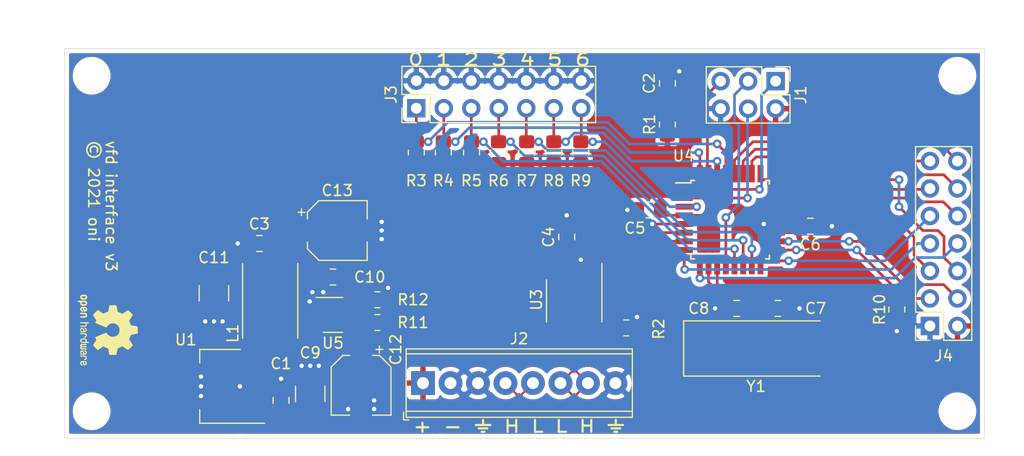
<source format=kicad_pcb>
(kicad_pcb (version 20171130) (host pcbnew 5.99.0+really5.1.12+dfsg1-1)

  (general
    (thickness 1.6)
    (drawings 12)
    (tracks 367)
    (zones 0)
    (modules 40)
    (nets 37)
  )

  (page A4)
  (title_block
    (title "VFD Interface")
    (date 2021-12-12)
    (rev 3)
    (company "© 2021 oni")
  )

  (layers
    (0 F.Cu signal)
    (31 B.Cu signal)
    (32 B.Adhes user)
    (33 F.Adhes user)
    (34 B.Paste user)
    (35 F.Paste user)
    (36 B.SilkS user)
    (37 F.SilkS user)
    (38 B.Mask user)
    (39 F.Mask user)
    (40 Dwgs.User user)
    (41 Cmts.User user)
    (42 Eco1.User user)
    (43 Eco2.User user)
    (44 Edge.Cuts user)
    (45 Margin user)
    (46 B.CrtYd user)
    (47 F.CrtYd user)
    (48 B.Fab user hide)
    (49 F.Fab user hide)
  )

  (setup
    (last_trace_width 0.25)
    (trace_clearance 0.2)
    (zone_clearance 0.4)
    (zone_45_only no)
    (trace_min 0.2)
    (via_size 0.8)
    (via_drill 0.4)
    (via_min_size 0.4)
    (via_min_drill 0.3)
    (uvia_size 0.3)
    (uvia_drill 0.1)
    (uvias_allowed no)
    (uvia_min_size 0.2)
    (uvia_min_drill 0.1)
    (edge_width 0.05)
    (segment_width 0.2)
    (pcb_text_width 0.3)
    (pcb_text_size 1.5 1.5)
    (mod_edge_width 0.12)
    (mod_text_size 1 1)
    (mod_text_width 0.15)
    (pad_size 1.524 1.524)
    (pad_drill 0.762)
    (pad_to_mask_clearance 0)
    (aux_axis_origin 0 0)
    (visible_elements FFFFFF7F)
    (pcbplotparams
      (layerselection 0x010fc_ffffffff)
      (usegerberextensions false)
      (usegerberattributes true)
      (usegerberadvancedattributes true)
      (creategerberjobfile true)
      (excludeedgelayer true)
      (linewidth 0.100000)
      (plotframeref false)
      (viasonmask false)
      (mode 1)
      (useauxorigin false)
      (hpglpennumber 1)
      (hpglpenspeed 20)
      (hpglpendiameter 15.000000)
      (psnegative false)
      (psa4output false)
      (plotreference true)
      (plotvalue true)
      (plotinvisibletext false)
      (padsonsilk false)
      (subtractmaskfromsilk true)
      (outputformat 1)
      (mirror false)
      (drillshape 0)
      (scaleselection 1)
      (outputdirectory "plot"))
  )

  (net 0 "")
  (net 1 GND)
  (net 2 +12V)
  (net 3 /~RESET)
  (net 4 +5V)
  (net 5 "Net-(C7-Pad2)")
  (net 6 "Net-(C8-Pad2)")
  (net 7 /MOSI)
  (net 8 /SCK)
  (net 9 /MISO)
  (net 10 /CAN+)
  (net 11 /CAN-)
  (net 12 /BUTTON6)
  (net 13 /BUTTON5)
  (net 14 /BUTTON4)
  (net 15 /BUTTON3)
  (net 16 /BUTTON2)
  (net 17 /BUTTON1)
  (net 18 /BUTTON0)
  (net 19 "Net-(R2-Pad1)")
  (net 20 /VFDDB7)
  (net 21 /VFDDB6)
  (net 22 /VFDDB5)
  (net 23 /VFDDB4)
  (net 24 /VFDDB3)
  (net 25 /VFDDB2)
  (net 26 /VFDDB1)
  (net 27 /VFDDB0)
  (net 28 /VFDE)
  (net 29 /VFDR~W)
  (net 30 /VFDRS)
  (net 31 /CANRX)
  (net 32 /CANTX)
  (net 33 "Net-(C10-Pad2)")
  (net 34 "Net-(C10-Pad1)")
  (net 35 "Net-(R11-Pad2)")
  (net 36 /VF~RESET)

  (net_class Default "This is the default net class."
    (clearance 0.2)
    (trace_width 0.25)
    (via_dia 0.8)
    (via_drill 0.4)
    (uvia_dia 0.3)
    (uvia_drill 0.1)
    (add_net +5V)
    (add_net /BUTTON0)
    (add_net /BUTTON1)
    (add_net /BUTTON2)
    (add_net /BUTTON3)
    (add_net /BUTTON4)
    (add_net /BUTTON5)
    (add_net /BUTTON6)
    (add_net /CAN+)
    (add_net /CAN-)
    (add_net /CANRX)
    (add_net /CANTX)
    (add_net /MISO)
    (add_net /MOSI)
    (add_net /SCK)
    (add_net /VFDDB0)
    (add_net /VFDDB1)
    (add_net /VFDDB2)
    (add_net /VFDDB3)
    (add_net /VFDDB4)
    (add_net /VFDDB5)
    (add_net /VFDDB6)
    (add_net /VFDDB7)
    (add_net /VFDE)
    (add_net /VFDRS)
    (add_net /VFDR~W)
    (add_net /VF~RESET)
    (add_net /~RESET)
    (add_net GND)
    (add_net "Net-(C10-Pad1)")
    (add_net "Net-(C10-Pad2)")
    (add_net "Net-(C7-Pad2)")
    (add_net "Net-(C8-Pad2)")
    (add_net "Net-(R11-Pad2)")
    (add_net "Net-(R2-Pad1)")
  )

  (net_class Power ""
    (clearance 0.2)
    (trace_width 0.4)
    (via_dia 1)
    (via_drill 0.6)
    (uvia_dia 0.3)
    (uvia_drill 0.1)
    (add_net +12V)
  )

  (module Capacitor_SMD:CP_Elec_5x5.3 (layer F.Cu) (tedit 5BCA39CF) (tstamp 61D6433D)
    (at 131.2 98.4)
    (descr "SMD capacitor, aluminum electrolytic, Nichicon, 5.0x5.3mm")
    (tags "capacitor electrolytic")
    (path /61D77884)
    (attr smd)
    (fp_text reference C13 (at 0 -3.7) (layer F.SilkS)
      (effects (font (size 1 1) (thickness 0.15)))
    )
    (fp_text value 22u (at 0 3.7) (layer F.Fab)
      (effects (font (size 1 1) (thickness 0.15)))
    )
    (fp_line (start -3.95 1.05) (end -2.9 1.05) (layer F.CrtYd) (width 0.05))
    (fp_line (start -3.95 -1.05) (end -3.95 1.05) (layer F.CrtYd) (width 0.05))
    (fp_line (start -2.9 -1.05) (end -3.95 -1.05) (layer F.CrtYd) (width 0.05))
    (fp_line (start -2.9 1.05) (end -2.9 1.75) (layer F.CrtYd) (width 0.05))
    (fp_line (start -2.9 -1.75) (end -2.9 -1.05) (layer F.CrtYd) (width 0.05))
    (fp_line (start -2.9 -1.75) (end -1.75 -2.9) (layer F.CrtYd) (width 0.05))
    (fp_line (start -2.9 1.75) (end -1.75 2.9) (layer F.CrtYd) (width 0.05))
    (fp_line (start -1.75 -2.9) (end 2.9 -2.9) (layer F.CrtYd) (width 0.05))
    (fp_line (start -1.75 2.9) (end 2.9 2.9) (layer F.CrtYd) (width 0.05))
    (fp_line (start 2.9 1.05) (end 2.9 2.9) (layer F.CrtYd) (width 0.05))
    (fp_line (start 3.95 1.05) (end 2.9 1.05) (layer F.CrtYd) (width 0.05))
    (fp_line (start 3.95 -1.05) (end 3.95 1.05) (layer F.CrtYd) (width 0.05))
    (fp_line (start 2.9 -1.05) (end 3.95 -1.05) (layer F.CrtYd) (width 0.05))
    (fp_line (start 2.9 -2.9) (end 2.9 -1.05) (layer F.CrtYd) (width 0.05))
    (fp_line (start -3.3125 -1.9975) (end -3.3125 -1.3725) (layer F.SilkS) (width 0.12))
    (fp_line (start -3.625 -1.685) (end -3 -1.685) (layer F.SilkS) (width 0.12))
    (fp_line (start -2.76 1.695563) (end -1.695563 2.76) (layer F.SilkS) (width 0.12))
    (fp_line (start -2.76 -1.695563) (end -1.695563 -2.76) (layer F.SilkS) (width 0.12))
    (fp_line (start -2.76 -1.695563) (end -2.76 -1.06) (layer F.SilkS) (width 0.12))
    (fp_line (start -2.76 1.695563) (end -2.76 1.06) (layer F.SilkS) (width 0.12))
    (fp_line (start -1.695563 2.76) (end 2.76 2.76) (layer F.SilkS) (width 0.12))
    (fp_line (start -1.695563 -2.76) (end 2.76 -2.76) (layer F.SilkS) (width 0.12))
    (fp_line (start 2.76 -2.76) (end 2.76 -1.06) (layer F.SilkS) (width 0.12))
    (fp_line (start 2.76 2.76) (end 2.76 1.06) (layer F.SilkS) (width 0.12))
    (fp_line (start -1.783956 -1.45) (end -1.783956 -0.95) (layer F.Fab) (width 0.1))
    (fp_line (start -2.033956 -1.2) (end -1.533956 -1.2) (layer F.Fab) (width 0.1))
    (fp_line (start -2.65 1.65) (end -1.65 2.65) (layer F.Fab) (width 0.1))
    (fp_line (start -2.65 -1.65) (end -1.65 -2.65) (layer F.Fab) (width 0.1))
    (fp_line (start -2.65 -1.65) (end -2.65 1.65) (layer F.Fab) (width 0.1))
    (fp_line (start -1.65 2.65) (end 2.65 2.65) (layer F.Fab) (width 0.1))
    (fp_line (start -1.65 -2.65) (end 2.65 -2.65) (layer F.Fab) (width 0.1))
    (fp_line (start 2.65 -2.65) (end 2.65 2.65) (layer F.Fab) (width 0.1))
    (fp_circle (center 0 0) (end 2.5 0) (layer F.Fab) (width 0.1))
    (fp_text user %R (at 0 0) (layer F.Fab)
      (effects (font (size 1 1) (thickness 0.15)))
    )
    (pad 2 smd roundrect (at 2.2 0) (size 3 1.6) (layers F.Cu F.Paste F.Mask) (roundrect_rratio 0.15625)
      (net 1 GND))
    (pad 1 smd roundrect (at -2.2 0) (size 3 1.6) (layers F.Cu F.Paste F.Mask) (roundrect_rratio 0.15625)
      (net 4 +5V))
    (model ${KISYS3DMOD}/Capacitor_SMD.3dshapes/CP_Elec_5x5.3.wrl
      (at (xyz 0 0 0))
      (scale (xyz 1 1 1))
      (rotate (xyz 0 0 0))
    )
  )

  (module Capacitor_SMD:CP_Elec_5x5.3 (layer F.Cu) (tedit 5BCA39CF) (tstamp 61D6E73D)
    (at 133.4 112.7 270)
    (descr "SMD capacitor, aluminum electrolytic, Nichicon, 5.0x5.3mm")
    (tags "capacitor electrolytic")
    (path /61D77619)
    (attr smd)
    (fp_text reference C12 (at -3.3 -3.2 270) (layer F.SilkS)
      (effects (font (size 1 1) (thickness 0.15)))
    )
    (fp_text value 10u (at 0 3.7 90) (layer F.Fab)
      (effects (font (size 1 1) (thickness 0.15)))
    )
    (fp_line (start -3.95 1.05) (end -2.9 1.05) (layer F.CrtYd) (width 0.05))
    (fp_line (start -3.95 -1.05) (end -3.95 1.05) (layer F.CrtYd) (width 0.05))
    (fp_line (start -2.9 -1.05) (end -3.95 -1.05) (layer F.CrtYd) (width 0.05))
    (fp_line (start -2.9 1.05) (end -2.9 1.75) (layer F.CrtYd) (width 0.05))
    (fp_line (start -2.9 -1.75) (end -2.9 -1.05) (layer F.CrtYd) (width 0.05))
    (fp_line (start -2.9 -1.75) (end -1.75 -2.9) (layer F.CrtYd) (width 0.05))
    (fp_line (start -2.9 1.75) (end -1.75 2.9) (layer F.CrtYd) (width 0.05))
    (fp_line (start -1.75 -2.9) (end 2.9 -2.9) (layer F.CrtYd) (width 0.05))
    (fp_line (start -1.75 2.9) (end 2.9 2.9) (layer F.CrtYd) (width 0.05))
    (fp_line (start 2.9 1.05) (end 2.9 2.9) (layer F.CrtYd) (width 0.05))
    (fp_line (start 3.95 1.05) (end 2.9 1.05) (layer F.CrtYd) (width 0.05))
    (fp_line (start 3.95 -1.05) (end 3.95 1.05) (layer F.CrtYd) (width 0.05))
    (fp_line (start 2.9 -1.05) (end 3.95 -1.05) (layer F.CrtYd) (width 0.05))
    (fp_line (start 2.9 -2.9) (end 2.9 -1.05) (layer F.CrtYd) (width 0.05))
    (fp_line (start -3.3125 -1.9975) (end -3.3125 -1.3725) (layer F.SilkS) (width 0.12))
    (fp_line (start -3.625 -1.685) (end -3 -1.685) (layer F.SilkS) (width 0.12))
    (fp_line (start -2.76 1.695563) (end -1.695563 2.76) (layer F.SilkS) (width 0.12))
    (fp_line (start -2.76 -1.695563) (end -1.695563 -2.76) (layer F.SilkS) (width 0.12))
    (fp_line (start -2.76 -1.695563) (end -2.76 -1.06) (layer F.SilkS) (width 0.12))
    (fp_line (start -2.76 1.695563) (end -2.76 1.06) (layer F.SilkS) (width 0.12))
    (fp_line (start -1.695563 2.76) (end 2.76 2.76) (layer F.SilkS) (width 0.12))
    (fp_line (start -1.695563 -2.76) (end 2.76 -2.76) (layer F.SilkS) (width 0.12))
    (fp_line (start 2.76 -2.76) (end 2.76 -1.06) (layer F.SilkS) (width 0.12))
    (fp_line (start 2.76 2.76) (end 2.76 1.06) (layer F.SilkS) (width 0.12))
    (fp_line (start -1.783956 -1.45) (end -1.783956 -0.95) (layer F.Fab) (width 0.1))
    (fp_line (start -2.033956 -1.2) (end -1.533956 -1.2) (layer F.Fab) (width 0.1))
    (fp_line (start -2.65 1.65) (end -1.65 2.65) (layer F.Fab) (width 0.1))
    (fp_line (start -2.65 -1.65) (end -1.65 -2.65) (layer F.Fab) (width 0.1))
    (fp_line (start -2.65 -1.65) (end -2.65 1.65) (layer F.Fab) (width 0.1))
    (fp_line (start -1.65 2.65) (end 2.65 2.65) (layer F.Fab) (width 0.1))
    (fp_line (start -1.65 -2.65) (end 2.65 -2.65) (layer F.Fab) (width 0.1))
    (fp_line (start 2.65 -2.65) (end 2.65 2.65) (layer F.Fab) (width 0.1))
    (fp_circle (center 0 0) (end 2.5 0) (layer F.Fab) (width 0.1))
    (fp_text user %R (at 0 0 90) (layer F.Fab)
      (effects (font (size 1 1) (thickness 0.15)))
    )
    (pad 2 smd roundrect (at 2.2 0 270) (size 3 1.6) (layers F.Cu F.Paste F.Mask) (roundrect_rratio 0.15625)
      (net 1 GND))
    (pad 1 smd roundrect (at -2.2 0 270) (size 3 1.6) (layers F.Cu F.Paste F.Mask) (roundrect_rratio 0.15625)
      (net 2 +12V))
    (model ${KISYS3DMOD}/Capacitor_SMD.3dshapes/CP_Elec_5x5.3.wrl
      (at (xyz 0 0 0))
      (scale (xyz 1 1 1))
      (rotate (xyz 0 0 0))
    )
  )

  (module Inductor_SMD:L_Taiyo-Yuden_NR-50xx_HandSoldering (layer F.Cu) (tedit 5990349D) (tstamp 61D64E26)
    (at 125 104.9 90)
    (descr "Inductor, Taiyo Yuden, NR series, Taiyo-Yuden_NR-50xx, 4.9mmx4.9mm")
    (tags "inductor taiyo-yuden nr smd")
    (path /6098839D)
    (attr smd)
    (fp_text reference L1 (at -3 -3.45 90) (layer F.SilkS)
      (effects (font (size 1 1) (thickness 0.15)))
    )
    (fp_text value 3.3u (at 0 3.95 90) (layer F.Fab)
      (effects (font (size 1 1) (thickness 0.15)))
    )
    (fp_line (start -2.45 0) (end -2.45 -1.65) (layer F.Fab) (width 0.1))
    (fp_line (start -2.45 -1.65) (end -1.65 -2.45) (layer F.Fab) (width 0.1))
    (fp_line (start -1.65 -2.45) (end 0 -2.45) (layer F.Fab) (width 0.1))
    (fp_line (start 2.45 0) (end 2.45 -1.65) (layer F.Fab) (width 0.1))
    (fp_line (start 2.45 -1.65) (end 1.65 -2.45) (layer F.Fab) (width 0.1))
    (fp_line (start 1.65 -2.45) (end 0 -2.45) (layer F.Fab) (width 0.1))
    (fp_line (start 2.45 0) (end 2.45 1.65) (layer F.Fab) (width 0.1))
    (fp_line (start 2.45 1.65) (end 1.65 2.45) (layer F.Fab) (width 0.1))
    (fp_line (start 1.65 2.45) (end 0 2.45) (layer F.Fab) (width 0.1))
    (fp_line (start -2.45 0) (end -2.45 1.65) (layer F.Fab) (width 0.1))
    (fp_line (start -2.45 1.65) (end -1.65 2.45) (layer F.Fab) (width 0.1))
    (fp_line (start -1.65 2.45) (end 0 2.45) (layer F.Fab) (width 0.1))
    (fp_line (start -3.45 -2.55) (end 3.45 -2.55) (layer F.SilkS) (width 0.12))
    (fp_line (start -3.45 2.55) (end 3.45 2.55) (layer F.SilkS) (width 0.12))
    (fp_line (start -3.75 -2.75) (end -3.75 2.75) (layer F.CrtYd) (width 0.05))
    (fp_line (start -3.75 2.75) (end 3.75 2.75) (layer F.CrtYd) (width 0.05))
    (fp_line (start 3.75 2.75) (end 3.75 -2.75) (layer F.CrtYd) (width 0.05))
    (fp_line (start 3.75 -2.75) (end -3.75 -2.75) (layer F.CrtYd) (width 0.05))
    (fp_text user %R (at 0 0 90) (layer F.Fab)
      (effects (font (size 1 1) (thickness 0.15)))
    )
    (pad 2 smd rect (at 2.25 0 90) (size 2.4 4.2) (layers F.Cu F.Paste F.Mask)
      (net 4 +5V))
    (pad 1 smd rect (at -2.25 0 90) (size 2.4 4.2) (layers F.Cu F.Paste F.Mask)
      (net 33 "Net-(C10-Pad2)"))
    (model ${KISYS3DMOD}/Inductor_SMD.3dshapes/L_Taiyo-Yuden_NR-50xx.wrl
      (at (xyz 0 0 0))
      (scale (xyz 1 1 1))
      (rotate (xyz 0 0 0))
    )
  )

  (module Resistor_SMD:R_0805_2012Metric_Pad1.20x1.40mm_HandSolder (layer F.Cu) (tedit 5F68FEEE) (tstamp 61B5F7DA)
    (at 182.9 105.7 270)
    (descr "Resistor SMD 0805 (2012 Metric), square (rectangular) end terminal, IPC_7351 nominal with elongated pad for handsoldering. (Body size source: IPC-SM-782 page 72, https://www.pcb-3d.com/wordpress/wp-content/uploads/ipc-sm-782a_amendment_1_and_2.pdf), generated with kicad-footprint-generator")
    (tags "resistor handsolder")
    (path /61B6A1DD)
    (attr smd)
    (fp_text reference R10 (at 0 1.6 90) (layer F.SilkS)
      (effects (font (size 1 1) (thickness 0.15)))
    )
    (fp_text value 1k (at 0 1.65 90) (layer F.Fab)
      (effects (font (size 1 1) (thickness 0.15)))
    )
    (fp_line (start 1.85 0.95) (end -1.85 0.95) (layer F.CrtYd) (width 0.05))
    (fp_line (start 1.85 -0.95) (end 1.85 0.95) (layer F.CrtYd) (width 0.05))
    (fp_line (start -1.85 -0.95) (end 1.85 -0.95) (layer F.CrtYd) (width 0.05))
    (fp_line (start -1.85 0.95) (end -1.85 -0.95) (layer F.CrtYd) (width 0.05))
    (fp_line (start -0.227064 0.735) (end 0.227064 0.735) (layer F.SilkS) (width 0.12))
    (fp_line (start -0.227064 -0.735) (end 0.227064 -0.735) (layer F.SilkS) (width 0.12))
    (fp_line (start 1 0.625) (end -1 0.625) (layer F.Fab) (width 0.1))
    (fp_line (start 1 -0.625) (end 1 0.625) (layer F.Fab) (width 0.1))
    (fp_line (start -1 -0.625) (end 1 -0.625) (layer F.Fab) (width 0.1))
    (fp_line (start -1 0.625) (end -1 -0.625) (layer F.Fab) (width 0.1))
    (fp_text user %R (at 0 0 90) (layer F.Fab)
      (effects (font (size 0.5 0.5) (thickness 0.08)))
    )
    (pad 2 smd roundrect (at 1 0 270) (size 1.2 1.4) (layers F.Cu F.Paste F.Mask) (roundrect_rratio 0.2083325)
      (net 1 GND))
    (pad 1 smd roundrect (at -1 0 270) (size 1.2 1.4) (layers F.Cu F.Paste F.Mask) (roundrect_rratio 0.2083325)
      (net 36 /VF~RESET))
    (model ${KISYS3DMOD}/Resistor_SMD.3dshapes/R_0805_2012Metric.wrl
      (at (xyz 0 0 0))
      (scale (xyz 1 1 1))
      (rotate (xyz 0 0 0))
    )
  )

  (module Connector_PinHeader_2.54mm:PinHeader_2x07_P2.54mm_Vertical (layer F.Cu) (tedit 59FED5CC) (tstamp 607E1173)
    (at 138.5 87.1 90)
    (descr "Through hole straight pin header, 2x07, 2.54mm pitch, double rows")
    (tags "Through hole pin header THT 2x07 2.54mm double row")
    (path /60408E13)
    (fp_text reference J3 (at 1.27 -2.33 90) (layer F.SilkS)
      (effects (font (size 1 1) (thickness 0.15)))
    )
    (fp_text value BUTTONS (at 1.27 17.57 90) (layer F.Fab)
      (effects (font (size 1 1) (thickness 0.15)))
    )
    (fp_line (start 4.35 -1.8) (end -1.8 -1.8) (layer F.CrtYd) (width 0.05))
    (fp_line (start 4.35 17.05) (end 4.35 -1.8) (layer F.CrtYd) (width 0.05))
    (fp_line (start -1.8 17.05) (end 4.35 17.05) (layer F.CrtYd) (width 0.05))
    (fp_line (start -1.8 -1.8) (end -1.8 17.05) (layer F.CrtYd) (width 0.05))
    (fp_line (start -1.33 -1.33) (end 0 -1.33) (layer F.SilkS) (width 0.12))
    (fp_line (start -1.33 0) (end -1.33 -1.33) (layer F.SilkS) (width 0.12))
    (fp_line (start 1.27 -1.33) (end 3.87 -1.33) (layer F.SilkS) (width 0.12))
    (fp_line (start 1.27 1.27) (end 1.27 -1.33) (layer F.SilkS) (width 0.12))
    (fp_line (start -1.33 1.27) (end 1.27 1.27) (layer F.SilkS) (width 0.12))
    (fp_line (start 3.87 -1.33) (end 3.87 16.57) (layer F.SilkS) (width 0.12))
    (fp_line (start -1.33 1.27) (end -1.33 16.57) (layer F.SilkS) (width 0.12))
    (fp_line (start -1.33 16.57) (end 3.87 16.57) (layer F.SilkS) (width 0.12))
    (fp_line (start -1.27 0) (end 0 -1.27) (layer F.Fab) (width 0.1))
    (fp_line (start -1.27 16.51) (end -1.27 0) (layer F.Fab) (width 0.1))
    (fp_line (start 3.81 16.51) (end -1.27 16.51) (layer F.Fab) (width 0.1))
    (fp_line (start 3.81 -1.27) (end 3.81 16.51) (layer F.Fab) (width 0.1))
    (fp_line (start 0 -1.27) (end 3.81 -1.27) (layer F.Fab) (width 0.1))
    (fp_text user %R (at 1.27 7.62) (layer F.Fab)
      (effects (font (size 1 1) (thickness 0.15)))
    )
    (pad 14 thru_hole oval (at 2.54 15.24 90) (size 1.7 1.7) (drill 1) (layers *.Cu *.Mask)
      (net 1 GND))
    (pad 13 thru_hole oval (at 0 15.24 90) (size 1.7 1.7) (drill 1) (layers *.Cu *.Mask)
      (net 12 /BUTTON6))
    (pad 12 thru_hole oval (at 2.54 12.7 90) (size 1.7 1.7) (drill 1) (layers *.Cu *.Mask)
      (net 1 GND))
    (pad 11 thru_hole oval (at 0 12.7 90) (size 1.7 1.7) (drill 1) (layers *.Cu *.Mask)
      (net 13 /BUTTON5))
    (pad 10 thru_hole oval (at 2.54 10.16 90) (size 1.7 1.7) (drill 1) (layers *.Cu *.Mask)
      (net 1 GND))
    (pad 9 thru_hole oval (at 0 10.16 90) (size 1.7 1.7) (drill 1) (layers *.Cu *.Mask)
      (net 14 /BUTTON4))
    (pad 8 thru_hole oval (at 2.54 7.62 90) (size 1.7 1.7) (drill 1) (layers *.Cu *.Mask)
      (net 1 GND))
    (pad 7 thru_hole oval (at 0 7.62 90) (size 1.7 1.7) (drill 1) (layers *.Cu *.Mask)
      (net 15 /BUTTON3))
    (pad 6 thru_hole oval (at 2.54 5.08 90) (size 1.7 1.7) (drill 1) (layers *.Cu *.Mask)
      (net 1 GND))
    (pad 5 thru_hole oval (at 0 5.08 90) (size 1.7 1.7) (drill 1) (layers *.Cu *.Mask)
      (net 16 /BUTTON2))
    (pad 4 thru_hole oval (at 2.54 2.54 90) (size 1.7 1.7) (drill 1) (layers *.Cu *.Mask)
      (net 1 GND))
    (pad 3 thru_hole oval (at 0 2.54 90) (size 1.7 1.7) (drill 1) (layers *.Cu *.Mask)
      (net 17 /BUTTON1))
    (pad 2 thru_hole oval (at 2.54 0 90) (size 1.7 1.7) (drill 1) (layers *.Cu *.Mask)
      (net 1 GND))
    (pad 1 thru_hole rect (at 0 0 90) (size 1.7 1.7) (drill 1) (layers *.Cu *.Mask)
      (net 18 /BUTTON0))
    (model ${KISYS3DMOD}/Connector_PinHeader_2.54mm.3dshapes/PinHeader_2x07_P2.54mm_Vertical.wrl
      (at (xyz 0 0 0))
      (scale (xyz 1 1 1))
      (rotate (xyz 0 0 0))
    )
  )

  (module Capacitor_SMD:C_1210_3225Metric_Pad1.33x2.70mm_HandSolder (layer F.Cu) (tedit 5F68FEEF) (tstamp 61D6E3C2)
    (at 128.7 113.5 90)
    (descr "Capacitor SMD 1210 (3225 Metric), square (rectangular) end terminal, IPC_7351 nominal with elongated pad for handsoldering. (Body size source: IPC-SM-782 page 76, https://www.pcb-3d.com/wordpress/wp-content/uploads/ipc-sm-782a_amendment_1_and_2.pdf), generated with kicad-footprint-generator")
    (tags "capacitor handsolder")
    (path /609876B1)
    (attr smd)
    (fp_text reference C9 (at 3.8 0 180) (layer F.SilkS)
      (effects (font (size 1 1) (thickness 0.15)))
    )
    (fp_text value 10u (at 0 2.3 90) (layer F.Fab)
      (effects (font (size 1 1) (thickness 0.15)))
    )
    (fp_line (start -1.6 1.25) (end -1.6 -1.25) (layer F.Fab) (width 0.1))
    (fp_line (start -1.6 -1.25) (end 1.6 -1.25) (layer F.Fab) (width 0.1))
    (fp_line (start 1.6 -1.25) (end 1.6 1.25) (layer F.Fab) (width 0.1))
    (fp_line (start 1.6 1.25) (end -1.6 1.25) (layer F.Fab) (width 0.1))
    (fp_line (start -0.711252 -1.36) (end 0.711252 -1.36) (layer F.SilkS) (width 0.12))
    (fp_line (start -0.711252 1.36) (end 0.711252 1.36) (layer F.SilkS) (width 0.12))
    (fp_line (start -2.48 1.6) (end -2.48 -1.6) (layer F.CrtYd) (width 0.05))
    (fp_line (start -2.48 -1.6) (end 2.48 -1.6) (layer F.CrtYd) (width 0.05))
    (fp_line (start 2.48 -1.6) (end 2.48 1.6) (layer F.CrtYd) (width 0.05))
    (fp_line (start 2.48 1.6) (end -2.48 1.6) (layer F.CrtYd) (width 0.05))
    (fp_text user %R (at 0 0 90) (layer F.Fab)
      (effects (font (size 0.8 0.8) (thickness 0.12)))
    )
    (pad 2 smd roundrect (at 1.5625 0 90) (size 1.325 2.7) (layers F.Cu F.Paste F.Mask) (roundrect_rratio 0.1886769811320755)
      (net 1 GND))
    (pad 1 smd roundrect (at -1.5625 0 90) (size 1.325 2.7) (layers F.Cu F.Paste F.Mask) (roundrect_rratio 0.1886769811320755)
      (net 2 +12V))
    (model ${KISYS3DMOD}/Capacitor_SMD.3dshapes/C_1210_3225Metric.wrl
      (at (xyz 0 0 0))
      (scale (xyz 1 1 1))
      (rotate (xyz 0 0 0))
    )
  )

  (module Capacitor_SMD:C_1210_3225Metric_Pad1.33x2.70mm_HandSolder (layer F.Cu) (tedit 5F68FEEF) (tstamp 61D64D37)
    (at 119.8 104.2 270)
    (descr "Capacitor SMD 1210 (3225 Metric), square (rectangular) end terminal, IPC_7351 nominal with elongated pad for handsoldering. (Body size source: IPC-SM-782 page 76, https://www.pcb-3d.com/wordpress/wp-content/uploads/ipc-sm-782a_amendment_1_and_2.pdf), generated with kicad-footprint-generator")
    (tags "capacitor handsolder")
    (path /60987A56)
    (attr smd)
    (fp_text reference C11 (at -3.3 0 180) (layer F.SilkS)
      (effects (font (size 1 1) (thickness 0.15)))
    )
    (fp_text value 22u (at 0 2.3 90) (layer F.Fab)
      (effects (font (size 1 1) (thickness 0.15)))
    )
    (fp_line (start -1.6 1.25) (end -1.6 -1.25) (layer F.Fab) (width 0.1))
    (fp_line (start -1.6 -1.25) (end 1.6 -1.25) (layer F.Fab) (width 0.1))
    (fp_line (start 1.6 -1.25) (end 1.6 1.25) (layer F.Fab) (width 0.1))
    (fp_line (start 1.6 1.25) (end -1.6 1.25) (layer F.Fab) (width 0.1))
    (fp_line (start -0.711252 -1.36) (end 0.711252 -1.36) (layer F.SilkS) (width 0.12))
    (fp_line (start -0.711252 1.36) (end 0.711252 1.36) (layer F.SilkS) (width 0.12))
    (fp_line (start -2.48 1.6) (end -2.48 -1.6) (layer F.CrtYd) (width 0.05))
    (fp_line (start -2.48 -1.6) (end 2.48 -1.6) (layer F.CrtYd) (width 0.05))
    (fp_line (start 2.48 -1.6) (end 2.48 1.6) (layer F.CrtYd) (width 0.05))
    (fp_line (start 2.48 1.6) (end -2.48 1.6) (layer F.CrtYd) (width 0.05))
    (fp_text user %R (at 0 0 90) (layer F.Fab)
      (effects (font (size 0.8 0.8) (thickness 0.12)))
    )
    (pad 2 smd roundrect (at 1.5625 0 270) (size 1.325 2.7) (layers F.Cu F.Paste F.Mask) (roundrect_rratio 0.1886769811320755)
      (net 1 GND))
    (pad 1 smd roundrect (at -1.5625 0 270) (size 1.325 2.7) (layers F.Cu F.Paste F.Mask) (roundrect_rratio 0.1886769811320755)
      (net 4 +5V))
    (model ${KISYS3DMOD}/Capacitor_SMD.3dshapes/C_1210_3225Metric.wrl
      (at (xyz 0 0 0))
      (scale (xyz 1 1 1))
      (rotate (xyz 0 0 0))
    )
  )

  (module Crystal:Crystal_SMD_HC49-SD (layer F.Cu) (tedit 5A1AD52C) (tstamp 607E0D37)
    (at 169.9 109.3)
    (descr "SMD Crystal HC-49-SD http://cdn-reichelt.de/documents/datenblatt/B400/xxx-HC49-SMD.pdf, 11.4x4.7mm^2 package")
    (tags "SMD SMT crystal")
    (path /603F2D14)
    (attr smd)
    (fp_text reference Y1 (at 0 3.5) (layer F.SilkS)
      (effects (font (size 1 1) (thickness 0.15)))
    )
    (fp_text value 16MHz (at 0 3.55) (layer F.Fab)
      (effects (font (size 1 1) (thickness 0.15)))
    )
    (fp_line (start -5.7 -2.35) (end -5.7 2.35) (layer F.Fab) (width 0.1))
    (fp_line (start -5.7 2.35) (end 5.7 2.35) (layer F.Fab) (width 0.1))
    (fp_line (start 5.7 2.35) (end 5.7 -2.35) (layer F.Fab) (width 0.1))
    (fp_line (start 5.7 -2.35) (end -5.7 -2.35) (layer F.Fab) (width 0.1))
    (fp_line (start -3.015 -2.115) (end 3.015 -2.115) (layer F.Fab) (width 0.1))
    (fp_line (start -3.015 2.115) (end 3.015 2.115) (layer F.Fab) (width 0.1))
    (fp_line (start 5.9 -2.55) (end -6.7 -2.55) (layer F.SilkS) (width 0.12))
    (fp_line (start -6.7 -2.55) (end -6.7 2.55) (layer F.SilkS) (width 0.12))
    (fp_line (start -6.7 2.55) (end 5.9 2.55) (layer F.SilkS) (width 0.12))
    (fp_line (start -6.8 -2.6) (end -6.8 2.6) (layer F.CrtYd) (width 0.05))
    (fp_line (start -6.8 2.6) (end 6.8 2.6) (layer F.CrtYd) (width 0.05))
    (fp_line (start 6.8 2.6) (end 6.8 -2.6) (layer F.CrtYd) (width 0.05))
    (fp_line (start 6.8 -2.6) (end -6.8 -2.6) (layer F.CrtYd) (width 0.05))
    (fp_arc (start 3.015 0) (end 3.015 -2.115) (angle 180) (layer F.Fab) (width 0.1))
    (fp_arc (start -3.015 0) (end -3.015 -2.115) (angle -180) (layer F.Fab) (width 0.1))
    (fp_text user %R (at 0 0) (layer F.Fab)
      (effects (font (size 1 1) (thickness 0.15)))
    )
    (pad 2 smd rect (at 4.25 0) (size 4.5 2) (layers F.Cu F.Paste F.Mask)
      (net 5 "Net-(C7-Pad2)"))
    (pad 1 smd rect (at -4.25 0) (size 4.5 2) (layers F.Cu F.Paste F.Mask)
      (net 6 "Net-(C8-Pad2)"))
    (model ${KISYS3DMOD}/Crystal.3dshapes/Crystal_SMD_HC49-SD.wrl
      (at (xyz 0 0 0))
      (scale (xyz 1 1 1))
      (rotate (xyz 0 0 0))
    )
  )

  (module Package_TO_SOT_SMD:SOT-23-6 (layer F.Cu) (tedit 5A02FF57) (tstamp 61D64DD5)
    (at 130.8 106.2)
    (descr "6-pin SOT-23 package")
    (tags SOT-23-6)
    (path /616FC5FB)
    (attr smd)
    (fp_text reference U5 (at 0 2.6) (layer F.SilkS)
      (effects (font (size 1 1) (thickness 0.15)))
    )
    (fp_text value " ‎AP62150WU" (at 0 2.9) (layer F.Fab)
      (effects (font (size 1 1) (thickness 0.15)))
    )
    (fp_line (start 0.9 -1.55) (end 0.9 1.55) (layer F.Fab) (width 0.1))
    (fp_line (start 0.9 1.55) (end -0.9 1.55) (layer F.Fab) (width 0.1))
    (fp_line (start -0.9 -0.9) (end -0.9 1.55) (layer F.Fab) (width 0.1))
    (fp_line (start 0.9 -1.55) (end -0.25 -1.55) (layer F.Fab) (width 0.1))
    (fp_line (start -0.9 -0.9) (end -0.25 -1.55) (layer F.Fab) (width 0.1))
    (fp_line (start -1.9 -1.8) (end -1.9 1.8) (layer F.CrtYd) (width 0.05))
    (fp_line (start -1.9 1.8) (end 1.9 1.8) (layer F.CrtYd) (width 0.05))
    (fp_line (start 1.9 1.8) (end 1.9 -1.8) (layer F.CrtYd) (width 0.05))
    (fp_line (start 1.9 -1.8) (end -1.9 -1.8) (layer F.CrtYd) (width 0.05))
    (fp_line (start 0.9 -1.61) (end -1.55 -1.61) (layer F.SilkS) (width 0.12))
    (fp_line (start -0.9 1.61) (end 0.9 1.61) (layer F.SilkS) (width 0.12))
    (fp_text user %R (at 0 0 90) (layer F.Fab)
      (effects (font (size 0.5 0.5) (thickness 0.075)))
    )
    (pad 5 smd rect (at 1.1 0) (size 1.06 0.65) (layers F.Cu F.Paste F.Mask))
    (pad 6 smd rect (at 1.1 -0.95) (size 1.06 0.65) (layers F.Cu F.Paste F.Mask)
      (net 34 "Net-(C10-Pad1)"))
    (pad 4 smd rect (at 1.1 0.95) (size 1.06 0.65) (layers F.Cu F.Paste F.Mask)
      (net 35 "Net-(R11-Pad2)"))
    (pad 3 smd rect (at -1.1 0.95) (size 1.06 0.65) (layers F.Cu F.Paste F.Mask)
      (net 2 +12V))
    (pad 2 smd rect (at -1.1 0) (size 1.06 0.65) (layers F.Cu F.Paste F.Mask)
      (net 33 "Net-(C10-Pad2)"))
    (pad 1 smd rect (at -1.1 -0.95) (size 1.06 0.65) (layers F.Cu F.Paste F.Mask)
      (net 1 GND))
    (model ${KISYS3DMOD}/Package_TO_SOT_SMD.3dshapes/SOT-23-6.wrl
      (at (xyz 0 0 0))
      (scale (xyz 1 1 1))
      (rotate (xyz 0 0 0))
    )
  )

  (module Resistor_SMD:R_0805_2012Metric_Pad1.20x1.40mm_HandSolder (layer F.Cu) (tedit 5F68FEEE) (tstamp 61D6F0EB)
    (at 134.9 104.8)
    (descr "Resistor SMD 0805 (2012 Metric), square (rectangular) end terminal, IPC_7351 nominal with elongated pad for handsoldering. (Body size source: IPC-SM-782 page 72, https://www.pcb-3d.com/wordpress/wp-content/uploads/ipc-sm-782a_amendment_1_and_2.pdf), generated with kicad-footprint-generator")
    (tags "resistor handsolder")
    (path /60988FF2)
    (attr smd)
    (fp_text reference R12 (at 3.3 0) (layer F.SilkS)
      (effects (font (size 1 1) (thickness 0.15)))
    )
    (fp_text value 10k (at 0 1.65) (layer F.Fab)
      (effects (font (size 1 1) (thickness 0.15)))
    )
    (fp_line (start 1.85 0.95) (end -1.85 0.95) (layer F.CrtYd) (width 0.05))
    (fp_line (start 1.85 -0.95) (end 1.85 0.95) (layer F.CrtYd) (width 0.05))
    (fp_line (start -1.85 -0.95) (end 1.85 -0.95) (layer F.CrtYd) (width 0.05))
    (fp_line (start -1.85 0.95) (end -1.85 -0.95) (layer F.CrtYd) (width 0.05))
    (fp_line (start -0.227064 0.735) (end 0.227064 0.735) (layer F.SilkS) (width 0.12))
    (fp_line (start -0.227064 -0.735) (end 0.227064 -0.735) (layer F.SilkS) (width 0.12))
    (fp_line (start 1 0.625) (end -1 0.625) (layer F.Fab) (width 0.1))
    (fp_line (start 1 -0.625) (end 1 0.625) (layer F.Fab) (width 0.1))
    (fp_line (start -1 -0.625) (end 1 -0.625) (layer F.Fab) (width 0.1))
    (fp_line (start -1 0.625) (end -1 -0.625) (layer F.Fab) (width 0.1))
    (fp_text user %R (at 0 0) (layer F.Fab)
      (effects (font (size 0.5 0.5) (thickness 0.08)))
    )
    (pad 2 smd roundrect (at 1 0) (size 1.2 1.4) (layers F.Cu F.Paste F.Mask) (roundrect_rratio 0.2083325)
      (net 1 GND))
    (pad 1 smd roundrect (at -1 0) (size 1.2 1.4) (layers F.Cu F.Paste F.Mask) (roundrect_rratio 0.2083325)
      (net 35 "Net-(R11-Pad2)"))
    (model ${KISYS3DMOD}/Resistor_SMD.3dshapes/R_0805_2012Metric.wrl
      (at (xyz 0 0 0))
      (scale (xyz 1 1 1))
      (rotate (xyz 0 0 0))
    )
  )

  (module Resistor_SMD:R_0805_2012Metric_Pad1.20x1.40mm_HandSolder (layer F.Cu) (tedit 5F68FEEE) (tstamp 61D6F11B)
    (at 134.9 106.9 180)
    (descr "Resistor SMD 0805 (2012 Metric), square (rectangular) end terminal, IPC_7351 nominal with elongated pad for handsoldering. (Body size source: IPC-SM-782 page 72, https://www.pcb-3d.com/wordpress/wp-content/uploads/ipc-sm-782a_amendment_1_and_2.pdf), generated with kicad-footprint-generator")
    (tags "resistor handsolder")
    (path /60988D60)
    (attr smd)
    (fp_text reference R11 (at -3.3 0) (layer F.SilkS)
      (effects (font (size 1 1) (thickness 0.15)))
    )
    (fp_text value 52k3 (at 0 1.65) (layer F.Fab)
      (effects (font (size 1 1) (thickness 0.15)))
    )
    (fp_line (start 1.85 0.95) (end -1.85 0.95) (layer F.CrtYd) (width 0.05))
    (fp_line (start 1.85 -0.95) (end 1.85 0.95) (layer F.CrtYd) (width 0.05))
    (fp_line (start -1.85 -0.95) (end 1.85 -0.95) (layer F.CrtYd) (width 0.05))
    (fp_line (start -1.85 0.95) (end -1.85 -0.95) (layer F.CrtYd) (width 0.05))
    (fp_line (start -0.227064 0.735) (end 0.227064 0.735) (layer F.SilkS) (width 0.12))
    (fp_line (start -0.227064 -0.735) (end 0.227064 -0.735) (layer F.SilkS) (width 0.12))
    (fp_line (start 1 0.625) (end -1 0.625) (layer F.Fab) (width 0.1))
    (fp_line (start 1 -0.625) (end 1 0.625) (layer F.Fab) (width 0.1))
    (fp_line (start -1 -0.625) (end 1 -0.625) (layer F.Fab) (width 0.1))
    (fp_line (start -1 0.625) (end -1 -0.625) (layer F.Fab) (width 0.1))
    (fp_text user %R (at 0 0) (layer F.Fab)
      (effects (font (size 0.5 0.5) (thickness 0.08)))
    )
    (pad 2 smd roundrect (at 1 0 180) (size 1.2 1.4) (layers F.Cu F.Paste F.Mask) (roundrect_rratio 0.2083325)
      (net 35 "Net-(R11-Pad2)"))
    (pad 1 smd roundrect (at -1 0 180) (size 1.2 1.4) (layers F.Cu F.Paste F.Mask) (roundrect_rratio 0.2083325)
      (net 4 +5V))
    (model ${KISYS3DMOD}/Resistor_SMD.3dshapes/R_0805_2012Metric.wrl
      (at (xyz 0 0 0))
      (scale (xyz 1 1 1))
      (rotate (xyz 0 0 0))
    )
  )

  (module Capacitor_SMD:C_0805_2012Metric_Pad1.18x1.45mm_HandSolder (layer F.Cu) (tedit 5F68FEEF) (tstamp 61D64D6A)
    (at 130.8 102.7 180)
    (descr "Capacitor SMD 0805 (2012 Metric), square (rectangular) end terminal, IPC_7351 nominal with elongated pad for handsoldering. (Body size source: IPC-SM-782 page 76, https://www.pcb-3d.com/wordpress/wp-content/uploads/ipc-sm-782a_amendment_1_and_2.pdf, https://docs.google.com/spreadsheets/d/1BsfQQcO9C6DZCsRaXUlFlo91Tg2WpOkGARC1WS5S8t0/edit?usp=sharing), generated with kicad-footprint-generator")
    (tags "capacitor handsolder")
    (path /60988B02)
    (attr smd)
    (fp_text reference C10 (at -3.4 0) (layer F.SilkS)
      (effects (font (size 1 1) (thickness 0.15)))
    )
    (fp_text value 100n (at 0 1.68) (layer F.Fab)
      (effects (font (size 1 1) (thickness 0.15)))
    )
    (fp_line (start 1.88 0.98) (end -1.88 0.98) (layer F.CrtYd) (width 0.05))
    (fp_line (start 1.88 -0.98) (end 1.88 0.98) (layer F.CrtYd) (width 0.05))
    (fp_line (start -1.88 -0.98) (end 1.88 -0.98) (layer F.CrtYd) (width 0.05))
    (fp_line (start -1.88 0.98) (end -1.88 -0.98) (layer F.CrtYd) (width 0.05))
    (fp_line (start -0.261252 0.735) (end 0.261252 0.735) (layer F.SilkS) (width 0.12))
    (fp_line (start -0.261252 -0.735) (end 0.261252 -0.735) (layer F.SilkS) (width 0.12))
    (fp_line (start 1 0.625) (end -1 0.625) (layer F.Fab) (width 0.1))
    (fp_line (start 1 -0.625) (end 1 0.625) (layer F.Fab) (width 0.1))
    (fp_line (start -1 -0.625) (end 1 -0.625) (layer F.Fab) (width 0.1))
    (fp_line (start -1 0.625) (end -1 -0.625) (layer F.Fab) (width 0.1))
    (fp_text user %R (at 0 0) (layer F.Fab)
      (effects (font (size 0.5 0.5) (thickness 0.08)))
    )
    (pad 2 smd roundrect (at 1.0375 0 180) (size 1.175 1.45) (layers F.Cu F.Paste F.Mask) (roundrect_rratio 0.2127659574468085)
      (net 33 "Net-(C10-Pad2)"))
    (pad 1 smd roundrect (at -1.0375 0 180) (size 1.175 1.45) (layers F.Cu F.Paste F.Mask) (roundrect_rratio 0.2127659574468085)
      (net 34 "Net-(C10-Pad1)"))
    (model ${KISYS3DMOD}/Capacitor_SMD.3dshapes/C_0805_2012Metric.wrl
      (at (xyz 0 0 0))
      (scale (xyz 1 1 1))
      (rotate (xyz 0 0 0))
    )
  )

  (module Symbol:OSHW-Logo2_7.3x6mm_SilkScreen (layer F.Cu) (tedit 0) (tstamp 607E0D71)
    (at 110 107.6 270)
    (descr "Open Source Hardware Symbol")
    (tags "Logo Symbol OSHW")
    (path /6046A7CD)
    (attr virtual)
    (fp_text reference LOGO1 (at 0 0 90) (layer F.SilkS) hide
      (effects (font (size 1 1) (thickness 0.15)))
    )
    (fp_text value Logo_Open_Hardware_Small (at 0.75 0 90) (layer F.Fab) hide
      (effects (font (size 1 1) (thickness 0.15)))
    )
    (fp_poly (pts (xy -2.400256 1.919918) (xy -2.344799 1.947568) (xy -2.295852 1.99848) (xy -2.282371 2.017338)
      (xy -2.267686 2.042015) (xy -2.258158 2.068816) (xy -2.252707 2.104587) (xy -2.250253 2.156169)
      (xy -2.249714 2.224267) (xy -2.252148 2.317588) (xy -2.260606 2.387657) (xy -2.276826 2.439931)
      (xy -2.302546 2.479869) (xy -2.339503 2.512929) (xy -2.342218 2.514886) (xy -2.37864 2.534908)
      (xy -2.422498 2.544815) (xy -2.478276 2.547257) (xy -2.568952 2.547257) (xy -2.56899 2.635283)
      (xy -2.569834 2.684308) (xy -2.574976 2.713065) (xy -2.588413 2.730311) (xy -2.614142 2.744808)
      (xy -2.620321 2.747769) (xy -2.649236 2.761648) (xy -2.671624 2.770414) (xy -2.688271 2.771171)
      (xy -2.699964 2.761023) (xy -2.70749 2.737073) (xy -2.711634 2.696426) (xy -2.713185 2.636186)
      (xy -2.712929 2.553455) (xy -2.711651 2.445339) (xy -2.711252 2.413) (xy -2.709815 2.301524)
      (xy -2.708528 2.228603) (xy -2.569029 2.228603) (xy -2.568245 2.290499) (xy -2.56476 2.330997)
      (xy -2.556876 2.357708) (xy -2.542895 2.378244) (xy -2.533403 2.38826) (xy -2.494596 2.417567)
      (xy -2.460237 2.419952) (xy -2.424784 2.39575) (xy -2.423886 2.394857) (xy -2.409461 2.376153)
      (xy -2.400687 2.350732) (xy -2.396261 2.311584) (xy -2.394882 2.251697) (xy -2.394857 2.23843)
      (xy -2.398188 2.155901) (xy -2.409031 2.098691) (xy -2.42866 2.063766) (xy -2.45835 2.048094)
      (xy -2.475509 2.046514) (xy -2.516234 2.053926) (xy -2.544168 2.07833) (xy -2.560983 2.12298)
      (xy -2.56835 2.19113) (xy -2.569029 2.228603) (xy -2.708528 2.228603) (xy -2.708292 2.215245)
      (xy -2.706323 2.150333) (xy -2.70355 2.102958) (xy -2.699612 2.06929) (xy -2.694151 2.045498)
      (xy -2.686808 2.027753) (xy -2.677223 2.012224) (xy -2.673113 2.006381) (xy -2.618595 1.951185)
      (xy -2.549664 1.91989) (xy -2.469928 1.911165) (xy -2.400256 1.919918)) (layer F.SilkS) (width 0.01))
    (fp_poly (pts (xy -1.283907 1.92778) (xy -1.237328 1.954723) (xy -1.204943 1.981466) (xy -1.181258 2.009484)
      (xy -1.164941 2.043748) (xy -1.154661 2.089227) (xy -1.149086 2.150892) (xy -1.146884 2.233711)
      (xy -1.146629 2.293246) (xy -1.146629 2.512391) (xy -1.208314 2.540044) (xy -1.27 2.567697)
      (xy -1.277257 2.32767) (xy -1.280256 2.238028) (xy -1.283402 2.172962) (xy -1.287299 2.128026)
      (xy -1.292553 2.09877) (xy -1.299769 2.080748) (xy -1.30955 2.069511) (xy -1.312688 2.067079)
      (xy -1.360239 2.048083) (xy -1.408303 2.0556) (xy -1.436914 2.075543) (xy -1.448553 2.089675)
      (xy -1.456609 2.10822) (xy -1.461729 2.136334) (xy -1.464559 2.179173) (xy -1.465744 2.241895)
      (xy -1.465943 2.307261) (xy -1.465982 2.389268) (xy -1.467386 2.447316) (xy -1.472086 2.486465)
      (xy -1.482013 2.51178) (xy -1.499097 2.528323) (xy -1.525268 2.541156) (xy -1.560225 2.554491)
      (xy -1.598404 2.569007) (xy -1.593859 2.311389) (xy -1.592029 2.218519) (xy -1.589888 2.149889)
      (xy -1.586819 2.100711) (xy -1.582206 2.066198) (xy -1.575432 2.041562) (xy -1.565881 2.022016)
      (xy -1.554366 2.00477) (xy -1.49881 1.94968) (xy -1.43102 1.917822) (xy -1.357287 1.910191)
      (xy -1.283907 1.92778)) (layer F.SilkS) (width 0.01))
    (fp_poly (pts (xy -2.958885 1.921962) (xy -2.890855 1.957733) (xy -2.840649 2.015301) (xy -2.822815 2.052312)
      (xy -2.808937 2.107882) (xy -2.801833 2.178096) (xy -2.80116 2.254727) (xy -2.806573 2.329552)
      (xy -2.81773 2.394342) (xy -2.834286 2.440873) (xy -2.839374 2.448887) (xy -2.899645 2.508707)
      (xy -2.971231 2.544535) (xy -3.048908 2.55502) (xy -3.127452 2.53881) (xy -3.149311 2.529092)
      (xy -3.191878 2.499143) (xy -3.229237 2.459433) (xy -3.232768 2.454397) (xy -3.247119 2.430124)
      (xy -3.256606 2.404178) (xy -3.26221 2.370022) (xy -3.264914 2.321119) (xy -3.265701 2.250935)
      (xy -3.265714 2.2352) (xy -3.265678 2.230192) (xy -3.120571 2.230192) (xy -3.119727 2.29643)
      (xy -3.116404 2.340386) (xy -3.109417 2.368779) (xy -3.097584 2.388325) (xy -3.091543 2.394857)
      (xy -3.056814 2.41968) (xy -3.023097 2.418548) (xy -2.989005 2.397016) (xy -2.968671 2.374029)
      (xy -2.956629 2.340478) (xy -2.949866 2.287569) (xy -2.949402 2.281399) (xy -2.948248 2.185513)
      (xy -2.960312 2.114299) (xy -2.98543 2.068194) (xy -3.02344 2.047635) (xy -3.037008 2.046514)
      (xy -3.072636 2.052152) (xy -3.097006 2.071686) (xy -3.111907 2.109042) (xy -3.119125 2.16815)
      (xy -3.120571 2.230192) (xy -3.265678 2.230192) (xy -3.265174 2.160413) (xy -3.262904 2.108159)
      (xy -3.257932 2.071949) (xy -3.249287 2.045299) (xy -3.235995 2.021722) (xy -3.233057 2.017338)
      (xy -3.183687 1.958249) (xy -3.129891 1.923947) (xy -3.064398 1.910331) (xy -3.042158 1.909665)
      (xy -2.958885 1.921962)) (layer F.SilkS) (width 0.01))
    (fp_poly (pts (xy -1.831697 1.931239) (xy -1.774473 1.969735) (xy -1.730251 2.025335) (xy -1.703833 2.096086)
      (xy -1.69849 2.148162) (xy -1.699097 2.169893) (xy -1.704178 2.186531) (xy -1.718145 2.201437)
      (xy -1.745411 2.217973) (xy -1.790388 2.239498) (xy -1.857489 2.269374) (xy -1.857829 2.269524)
      (xy -1.919593 2.297813) (xy -1.970241 2.322933) (xy -2.004596 2.342179) (xy -2.017482 2.352848)
      (xy -2.017486 2.352934) (xy -2.006128 2.376166) (xy -1.979569 2.401774) (xy -1.949077 2.420221)
      (xy -1.93363 2.423886) (xy -1.891485 2.411212) (xy -1.855192 2.379471) (xy -1.837483 2.344572)
      (xy -1.820448 2.318845) (xy -1.787078 2.289546) (xy -1.747851 2.264235) (xy -1.713244 2.250471)
      (xy -1.706007 2.249714) (xy -1.697861 2.26216) (xy -1.69737 2.293972) (xy -1.703357 2.336866)
      (xy -1.714643 2.382558) (xy -1.73005 2.422761) (xy -1.730829 2.424322) (xy -1.777196 2.489062)
      (xy -1.837289 2.533097) (xy -1.905535 2.554711) (xy -1.976362 2.552185) (xy -2.044196 2.523804)
      (xy -2.047212 2.521808) (xy -2.100573 2.473448) (xy -2.13566 2.410352) (xy -2.155078 2.327387)
      (xy -2.157684 2.304078) (xy -2.162299 2.194055) (xy -2.156767 2.142748) (xy -2.017486 2.142748)
      (xy -2.015676 2.174753) (xy -2.005778 2.184093) (xy -1.981102 2.177105) (xy -1.942205 2.160587)
      (xy -1.898725 2.139881) (xy -1.897644 2.139333) (xy -1.860791 2.119949) (xy -1.846 2.107013)
      (xy -1.849647 2.093451) (xy -1.865005 2.075632) (xy -1.904077 2.049845) (xy -1.946154 2.04795)
      (xy -1.983897 2.066717) (xy -2.009966 2.102915) (xy -2.017486 2.142748) (xy -2.156767 2.142748)
      (xy -2.152806 2.106027) (xy -2.12845 2.036212) (xy -2.094544 1.987302) (xy -2.033347 1.937878)
      (xy -1.965937 1.913359) (xy -1.89712 1.911797) (xy -1.831697 1.931239)) (layer F.SilkS) (width 0.01))
    (fp_poly (pts (xy -0.624114 1.851289) (xy -0.619861 1.910613) (xy -0.614975 1.945572) (xy -0.608205 1.96082)
      (xy -0.598298 1.961015) (xy -0.595086 1.959195) (xy -0.552356 1.946015) (xy -0.496773 1.946785)
      (xy -0.440263 1.960333) (xy -0.404918 1.977861) (xy -0.368679 2.005861) (xy -0.342187 2.037549)
      (xy -0.324001 2.077813) (xy -0.312678 2.131543) (xy -0.306778 2.203626) (xy -0.304857 2.298951)
      (xy -0.304823 2.317237) (xy -0.3048 2.522646) (xy -0.350509 2.53858) (xy -0.382973 2.54942)
      (xy -0.400785 2.554468) (xy -0.401309 2.554514) (xy -0.403063 2.540828) (xy -0.404556 2.503076)
      (xy -0.405674 2.446224) (xy -0.406303 2.375234) (xy -0.4064 2.332073) (xy -0.406602 2.246973)
      (xy -0.407642 2.185981) (xy -0.410169 2.144177) (xy -0.414836 2.116642) (xy -0.422293 2.098456)
      (xy -0.433189 2.084698) (xy -0.439993 2.078073) (xy -0.486728 2.051375) (xy -0.537728 2.049375)
      (xy -0.583999 2.071955) (xy -0.592556 2.080107) (xy -0.605107 2.095436) (xy -0.613812 2.113618)
      (xy -0.619369 2.139909) (xy -0.622474 2.179562) (xy -0.623824 2.237832) (xy -0.624114 2.318173)
      (xy -0.624114 2.522646) (xy -0.669823 2.53858) (xy -0.702287 2.54942) (xy -0.720099 2.554468)
      (xy -0.720623 2.554514) (xy -0.721963 2.540623) (xy -0.723172 2.501439) (xy -0.724199 2.4407)
      (xy -0.724998 2.362141) (xy -0.725519 2.269498) (xy -0.725714 2.166509) (xy -0.725714 1.769342)
      (xy -0.678543 1.749444) (xy -0.631371 1.729547) (xy -0.624114 1.851289)) (layer F.SilkS) (width 0.01))
    (fp_poly (pts (xy 0.039744 1.950968) (xy 0.096616 1.972087) (xy 0.097267 1.972493) (xy 0.13244 1.99838)
      (xy 0.158407 2.028633) (xy 0.17667 2.068058) (xy 0.188732 2.121462) (xy 0.196096 2.193651)
      (xy 0.200264 2.289432) (xy 0.200629 2.303078) (xy 0.205876 2.508842) (xy 0.161716 2.531678)
      (xy 0.129763 2.54711) (xy 0.11047 2.554423) (xy 0.109578 2.554514) (xy 0.106239 2.541022)
      (xy 0.103587 2.504626) (xy 0.101956 2.451452) (xy 0.1016 2.408393) (xy 0.101592 2.338641)
      (xy 0.098403 2.294837) (xy 0.087288 2.273944) (xy 0.063501 2.272925) (xy 0.022296 2.288741)
      (xy -0.039914 2.317815) (xy -0.085659 2.341963) (xy -0.109187 2.362913) (xy -0.116104 2.385747)
      (xy -0.116114 2.386877) (xy -0.104701 2.426212) (xy -0.070908 2.447462) (xy -0.019191 2.450539)
      (xy 0.018061 2.450006) (xy 0.037703 2.460735) (xy 0.049952 2.486505) (xy 0.057002 2.519337)
      (xy 0.046842 2.537966) (xy 0.043017 2.540632) (xy 0.007001 2.55134) (xy -0.043434 2.552856)
      (xy -0.095374 2.545759) (xy -0.132178 2.532788) (xy -0.183062 2.489585) (xy -0.211986 2.429446)
      (xy -0.217714 2.382462) (xy -0.213343 2.340082) (xy -0.197525 2.305488) (xy -0.166203 2.274763)
      (xy -0.115322 2.24399) (xy -0.040824 2.209252) (xy -0.036286 2.207288) (xy 0.030821 2.176287)
      (xy 0.072232 2.150862) (xy 0.089981 2.128014) (xy 0.086107 2.104745) (xy 0.062643 2.078056)
      (xy 0.055627 2.071914) (xy 0.00863 2.0481) (xy -0.040067 2.049103) (xy -0.082478 2.072451)
      (xy -0.110616 2.115675) (xy -0.113231 2.12416) (xy -0.138692 2.165308) (xy -0.170999 2.185128)
      (xy -0.217714 2.20477) (xy -0.217714 2.15395) (xy -0.203504 2.080082) (xy -0.161325 2.012327)
      (xy -0.139376 1.989661) (xy -0.089483 1.960569) (xy -0.026033 1.9474) (xy 0.039744 1.950968)) (layer F.SilkS) (width 0.01))
    (fp_poly (pts (xy 0.529926 1.949755) (xy 0.595858 1.974084) (xy 0.649273 2.017117) (xy 0.670164 2.047409)
      (xy 0.692939 2.102994) (xy 0.692466 2.143186) (xy 0.668562 2.170217) (xy 0.659717 2.174813)
      (xy 0.62153 2.189144) (xy 0.602028 2.185472) (xy 0.595422 2.161407) (xy 0.595086 2.148114)
      (xy 0.582992 2.09921) (xy 0.551471 2.064999) (xy 0.507659 2.048476) (xy 0.458695 2.052634)
      (xy 0.418894 2.074227) (xy 0.40545 2.086544) (xy 0.395921 2.101487) (xy 0.389485 2.124075)
      (xy 0.385317 2.159328) (xy 0.382597 2.212266) (xy 0.380502 2.287907) (xy 0.37996 2.311857)
      (xy 0.377981 2.39379) (xy 0.375731 2.451455) (xy 0.372357 2.489608) (xy 0.367006 2.513004)
      (xy 0.358824 2.526398) (xy 0.346959 2.534545) (xy 0.339362 2.538144) (xy 0.307102 2.550452)
      (xy 0.288111 2.554514) (xy 0.281836 2.540948) (xy 0.278006 2.499934) (xy 0.2766 2.430999)
      (xy 0.277598 2.333669) (xy 0.277908 2.318657) (xy 0.280101 2.229859) (xy 0.282693 2.165019)
      (xy 0.286382 2.119067) (xy 0.291864 2.086935) (xy 0.299835 2.063553) (xy 0.310993 2.043852)
      (xy 0.31683 2.03541) (xy 0.350296 1.998057) (xy 0.387727 1.969003) (xy 0.392309 1.966467)
      (xy 0.459426 1.946443) (xy 0.529926 1.949755)) (layer F.SilkS) (width 0.01))
    (fp_poly (pts (xy 1.190117 2.065358) (xy 1.189933 2.173837) (xy 1.189219 2.257287) (xy 1.187675 2.319704)
      (xy 1.185001 2.365085) (xy 1.180894 2.397429) (xy 1.175055 2.420733) (xy 1.167182 2.438995)
      (xy 1.161221 2.449418) (xy 1.111855 2.505945) (xy 1.049264 2.541377) (xy 0.980013 2.55409)
      (xy 0.910668 2.542463) (xy 0.869375 2.521568) (xy 0.826025 2.485422) (xy 0.796481 2.441276)
      (xy 0.778655 2.383462) (xy 0.770463 2.306313) (xy 0.769302 2.249714) (xy 0.769458 2.245647)
      (xy 0.870857 2.245647) (xy 0.871476 2.31055) (xy 0.874314 2.353514) (xy 0.88084 2.381622)
      (xy 0.892523 2.401953) (xy 0.906483 2.417288) (xy 0.953365 2.44689) (xy 1.003701 2.449419)
      (xy 1.051276 2.424705) (xy 1.054979 2.421356) (xy 1.070783 2.403935) (xy 1.080693 2.383209)
      (xy 1.086058 2.352362) (xy 1.088228 2.304577) (xy 1.088571 2.251748) (xy 1.087827 2.185381)
      (xy 1.084748 2.141106) (xy 1.078061 2.112009) (xy 1.066496 2.091173) (xy 1.057013 2.080107)
      (xy 1.01296 2.052198) (xy 0.962224 2.048843) (xy 0.913796 2.070159) (xy 0.90445 2.078073)
      (xy 0.88854 2.095647) (xy 0.87861 2.116587) (xy 0.873278 2.147782) (xy 0.871163 2.196122)
      (xy 0.870857 2.245647) (xy 0.769458 2.245647) (xy 0.77281 2.158568) (xy 0.784726 2.090086)
      (xy 0.807135 2.0386) (xy 0.842124 1.998443) (xy 0.869375 1.977861) (xy 0.918907 1.955625)
      (xy 0.976316 1.945304) (xy 1.029682 1.948067) (xy 1.059543 1.959212) (xy 1.071261 1.962383)
      (xy 1.079037 1.950557) (xy 1.084465 1.918866) (xy 1.088571 1.870593) (xy 1.093067 1.816829)
      (xy 1.099313 1.784482) (xy 1.110676 1.765985) (xy 1.130528 1.75377) (xy 1.143 1.748362)
      (xy 1.190171 1.728601) (xy 1.190117 2.065358)) (layer F.SilkS) (width 0.01))
    (fp_poly (pts (xy 1.779833 1.958663) (xy 1.782048 1.99685) (xy 1.783784 2.054886) (xy 1.784899 2.12818)
      (xy 1.785257 2.205055) (xy 1.785257 2.465196) (xy 1.739326 2.511127) (xy 1.707675 2.539429)
      (xy 1.67989 2.550893) (xy 1.641915 2.550168) (xy 1.62684 2.548321) (xy 1.579726 2.542948)
      (xy 1.540756 2.539869) (xy 1.531257 2.539585) (xy 1.499233 2.541445) (xy 1.453432 2.546114)
      (xy 1.435674 2.548321) (xy 1.392057 2.551735) (xy 1.362745 2.54432) (xy 1.33368 2.521427)
      (xy 1.323188 2.511127) (xy 1.277257 2.465196) (xy 1.277257 1.978602) (xy 1.314226 1.961758)
      (xy 1.346059 1.949282) (xy 1.364683 1.944914) (xy 1.369458 1.958718) (xy 1.373921 1.997286)
      (xy 1.377775 2.056356) (xy 1.380722 2.131663) (xy 1.382143 2.195286) (xy 1.386114 2.445657)
      (xy 1.420759 2.450556) (xy 1.452268 2.447131) (xy 1.467708 2.436041) (xy 1.472023 2.415308)
      (xy 1.475708 2.371145) (xy 1.478469 2.309146) (xy 1.480012 2.234909) (xy 1.480235 2.196706)
      (xy 1.480457 1.976783) (xy 1.526166 1.960849) (xy 1.558518 1.950015) (xy 1.576115 1.944962)
      (xy 1.576623 1.944914) (xy 1.578388 1.958648) (xy 1.580329 1.99673) (xy 1.582282 2.054482)
      (xy 1.584084 2.127227) (xy 1.585343 2.195286) (xy 1.589314 2.445657) (xy 1.6764 2.445657)
      (xy 1.680396 2.21724) (xy 1.684392 1.988822) (xy 1.726847 1.966868) (xy 1.758192 1.951793)
      (xy 1.776744 1.944951) (xy 1.777279 1.944914) (xy 1.779833 1.958663)) (layer F.SilkS) (width 0.01))
    (fp_poly (pts (xy 2.144876 1.956335) (xy 2.186667 1.975344) (xy 2.219469 1.998378) (xy 2.243503 2.024133)
      (xy 2.260097 2.057358) (xy 2.270577 2.1028) (xy 2.276271 2.165207) (xy 2.278507 2.249327)
      (xy 2.278743 2.304721) (xy 2.278743 2.520826) (xy 2.241774 2.53767) (xy 2.212656 2.549981)
      (xy 2.198231 2.554514) (xy 2.195472 2.541025) (xy 2.193282 2.504653) (xy 2.191942 2.451542)
      (xy 2.191657 2.409372) (xy 2.190434 2.348447) (xy 2.187136 2.300115) (xy 2.182321 2.270518)
      (xy 2.178496 2.264229) (xy 2.152783 2.270652) (xy 2.112418 2.287125) (xy 2.065679 2.309458)
      (xy 2.020845 2.333457) (xy 1.986193 2.35493) (xy 1.970002 2.369685) (xy 1.969938 2.369845)
      (xy 1.97133 2.397152) (xy 1.983818 2.423219) (xy 2.005743 2.444392) (xy 2.037743 2.451474)
      (xy 2.065092 2.450649) (xy 2.103826 2.450042) (xy 2.124158 2.459116) (xy 2.136369 2.483092)
      (xy 2.137909 2.487613) (xy 2.143203 2.521806) (xy 2.129047 2.542568) (xy 2.092148 2.552462)
      (xy 2.052289 2.554292) (xy 1.980562 2.540727) (xy 1.943432 2.521355) (xy 1.897576 2.475845)
      (xy 1.873256 2.419983) (xy 1.871073 2.360957) (xy 1.891629 2.305953) (xy 1.922549 2.271486)
      (xy 1.95342 2.252189) (xy 2.001942 2.227759) (xy 2.058485 2.202985) (xy 2.06791 2.199199)
      (xy 2.130019 2.171791) (xy 2.165822 2.147634) (xy 2.177337 2.123619) (xy 2.16658 2.096635)
      (xy 2.148114 2.075543) (xy 2.104469 2.049572) (xy 2.056446 2.047624) (xy 2.012406 2.067637)
      (xy 1.980709 2.107551) (xy 1.976549 2.117848) (xy 1.952327 2.155724) (xy 1.916965 2.183842)
      (xy 1.872343 2.206917) (xy 1.872343 2.141485) (xy 1.874969 2.101506) (xy 1.88623 2.069997)
      (xy 1.911199 2.036378) (xy 1.935169 2.010484) (xy 1.972441 1.973817) (xy 2.001401 1.954121)
      (xy 2.032505 1.94622) (xy 2.067713 1.944914) (xy 2.144876 1.956335)) (layer F.SilkS) (width 0.01))
    (fp_poly (pts (xy 2.6526 1.958752) (xy 2.669948 1.966334) (xy 2.711356 1.999128) (xy 2.746765 2.046547)
      (xy 2.768664 2.097151) (xy 2.772229 2.122098) (xy 2.760279 2.156927) (xy 2.734067 2.175357)
      (xy 2.705964 2.186516) (xy 2.693095 2.188572) (xy 2.686829 2.173649) (xy 2.674456 2.141175)
      (xy 2.669028 2.126502) (xy 2.63859 2.075744) (xy 2.59452 2.050427) (xy 2.53801 2.051206)
      (xy 2.533825 2.052203) (xy 2.503655 2.066507) (xy 2.481476 2.094393) (xy 2.466327 2.139287)
      (xy 2.45725 2.204615) (xy 2.453286 2.293804) (xy 2.452914 2.341261) (xy 2.45273 2.416071)
      (xy 2.451522 2.467069) (xy 2.448309 2.499471) (xy 2.442109 2.518495) (xy 2.43194 2.529356)
      (xy 2.416819 2.537272) (xy 2.415946 2.53767) (xy 2.386828 2.549981) (xy 2.372403 2.554514)
      (xy 2.370186 2.540809) (xy 2.368289 2.502925) (xy 2.366847 2.445715) (xy 2.365998 2.374027)
      (xy 2.365829 2.321565) (xy 2.366692 2.220047) (xy 2.37007 2.143032) (xy 2.377142 2.086023)
      (xy 2.389088 2.044526) (xy 2.40709 2.014043) (xy 2.432327 1.99008) (xy 2.457247 1.973355)
      (xy 2.517171 1.951097) (xy 2.586911 1.946076) (xy 2.6526 1.958752)) (layer F.SilkS) (width 0.01))
    (fp_poly (pts (xy 3.153595 1.966966) (xy 3.211021 2.004497) (xy 3.238719 2.038096) (xy 3.260662 2.099064)
      (xy 3.262405 2.147308) (xy 3.258457 2.211816) (xy 3.109686 2.276934) (xy 3.037349 2.310202)
      (xy 2.990084 2.336964) (xy 2.965507 2.360144) (xy 2.961237 2.382667) (xy 2.974889 2.407455)
      (xy 2.989943 2.423886) (xy 3.033746 2.450235) (xy 3.081389 2.452081) (xy 3.125145 2.431546)
      (xy 3.157289 2.390752) (xy 3.163038 2.376347) (xy 3.190576 2.331356) (xy 3.222258 2.312182)
      (xy 3.265714 2.295779) (xy 3.265714 2.357966) (xy 3.261872 2.400283) (xy 3.246823 2.435969)
      (xy 3.21528 2.476943) (xy 3.210592 2.482267) (xy 3.175506 2.51872) (xy 3.145347 2.538283)
      (xy 3.107615 2.547283) (xy 3.076335 2.55023) (xy 3.020385 2.550965) (xy 2.980555 2.54166)
      (xy 2.955708 2.527846) (xy 2.916656 2.497467) (xy 2.889625 2.464613) (xy 2.872517 2.423294)
      (xy 2.863238 2.367521) (xy 2.859693 2.291305) (xy 2.85941 2.252622) (xy 2.860372 2.206247)
      (xy 2.948007 2.206247) (xy 2.949023 2.231126) (xy 2.951556 2.2352) (xy 2.968274 2.229665)
      (xy 3.004249 2.215017) (xy 3.052331 2.19419) (xy 3.062386 2.189714) (xy 3.123152 2.158814)
      (xy 3.156632 2.131657) (xy 3.16399 2.10622) (xy 3.146391 2.080481) (xy 3.131856 2.069109)
      (xy 3.07941 2.046364) (xy 3.030322 2.050122) (xy 2.989227 2.077884) (xy 2.960758 2.127152)
      (xy 2.951631 2.166257) (xy 2.948007 2.206247) (xy 2.860372 2.206247) (xy 2.861285 2.162249)
      (xy 2.868196 2.095384) (xy 2.881884 2.046695) (xy 2.904096 2.010849) (xy 2.936574 1.982513)
      (xy 2.950733 1.973355) (xy 3.015053 1.949507) (xy 3.085473 1.948006) (xy 3.153595 1.966966)) (layer F.SilkS) (width 0.01))
    (fp_poly (pts (xy 0.10391 -2.757652) (xy 0.182454 -2.757222) (xy 0.239298 -2.756058) (xy 0.278105 -2.753793)
      (xy 0.302538 -2.75006) (xy 0.316262 -2.744494) (xy 0.32294 -2.736727) (xy 0.326236 -2.726395)
      (xy 0.326556 -2.725057) (xy 0.331562 -2.700921) (xy 0.340829 -2.653299) (xy 0.353392 -2.587259)
      (xy 0.368287 -2.507872) (xy 0.384551 -2.420204) (xy 0.385119 -2.417125) (xy 0.40141 -2.331211)
      (xy 0.416652 -2.255304) (xy 0.429861 -2.193955) (xy 0.440054 -2.151718) (xy 0.446248 -2.133145)
      (xy 0.446543 -2.132816) (xy 0.464788 -2.123747) (xy 0.502405 -2.108633) (xy 0.551271 -2.090738)
      (xy 0.551543 -2.090642) (xy 0.613093 -2.067507) (xy 0.685657 -2.038035) (xy 0.754057 -2.008403)
      (xy 0.757294 -2.006938) (xy 0.868702 -1.956374) (xy 1.115399 -2.12484) (xy 1.191077 -2.176197)
      (xy 1.259631 -2.222111) (xy 1.317088 -2.25997) (xy 1.359476 -2.287163) (xy 1.382825 -2.301079)
      (xy 1.385042 -2.302111) (xy 1.40201 -2.297516) (xy 1.433701 -2.275345) (xy 1.481352 -2.234553)
      (xy 1.546198 -2.174095) (xy 1.612397 -2.109773) (xy 1.676214 -2.046388) (xy 1.733329 -1.988549)
      (xy 1.780305 -1.939825) (xy 1.813703 -1.90379) (xy 1.830085 -1.884016) (xy 1.830694 -1.882998)
      (xy 1.832505 -1.869428) (xy 1.825683 -1.847267) (xy 1.80854 -1.813522) (xy 1.779393 -1.7652)
      (xy 1.736555 -1.699308) (xy 1.679448 -1.614483) (xy 1.628766 -1.539823) (xy 1.583461 -1.47286)
      (xy 1.54615 -1.417484) (xy 1.519452 -1.37758) (xy 1.505985 -1.357038) (xy 1.505137 -1.355644)
      (xy 1.506781 -1.335962) (xy 1.519245 -1.297707) (xy 1.540048 -1.248111) (xy 1.547462 -1.232272)
      (xy 1.579814 -1.16171) (xy 1.614328 -1.081647) (xy 1.642365 -1.012371) (xy 1.662568 -0.960955)
      (xy 1.678615 -0.921881) (xy 1.687888 -0.901459) (xy 1.689041 -0.899886) (xy 1.706096 -0.897279)
      (xy 1.746298 -0.890137) (xy 1.804302 -0.879477) (xy 1.874763 -0.866315) (xy 1.952335 -0.851667)
      (xy 2.031672 -0.836551) (xy 2.107431 -0.821982) (xy 2.174264 -0.808978) (xy 2.226828 -0.798555)
      (xy 2.259776 -0.79173) (xy 2.267857 -0.789801) (xy 2.276205 -0.785038) (xy 2.282506 -0.774282)
      (xy 2.287045 -0.753902) (xy 2.290104 -0.720266) (xy 2.291967 -0.669745) (xy 2.292918 -0.598708)
      (xy 2.29324 -0.503524) (xy 2.293257 -0.464508) (xy 2.293257 -0.147201) (xy 2.217057 -0.132161)
      (xy 2.174663 -0.124005) (xy 2.1114 -0.112101) (xy 2.034962 -0.097884) (xy 1.953043 -0.08279)
      (xy 1.9304 -0.078645) (xy 1.854806 -0.063947) (xy 1.788953 -0.049495) (xy 1.738366 -0.036625)
      (xy 1.708574 -0.026678) (xy 1.703612 -0.023713) (xy 1.691426 -0.002717) (xy 1.673953 0.037967)
      (xy 1.654577 0.090322) (xy 1.650734 0.1016) (xy 1.625339 0.171523) (xy 1.593817 0.250418)
      (xy 1.562969 0.321266) (xy 1.562817 0.321595) (xy 1.511447 0.432733) (xy 1.680399 0.681253)
      (xy 1.849352 0.929772) (xy 1.632429 1.147058) (xy 1.566819 1.211726) (xy 1.506979 1.268733)
      (xy 1.456267 1.315033) (xy 1.418046 1.347584) (xy 1.395675 1.363343) (xy 1.392466 1.364343)
      (xy 1.373626 1.356469) (xy 1.33518 1.334578) (xy 1.28133 1.301267) (xy 1.216276 1.259131)
      (xy 1.14594 1.211943) (xy 1.074555 1.16381) (xy 1.010908 1.121928) (xy 0.959041 1.088871)
      (xy 0.922995 1.067218) (xy 0.906867 1.059543) (xy 0.887189 1.066037) (xy 0.849875 1.08315)
      (xy 0.802621 1.107326) (xy 0.797612 1.110013) (xy 0.733977 1.141927) (xy 0.690341 1.157579)
      (xy 0.663202 1.157745) (xy 0.649057 1.143204) (xy 0.648975 1.143) (xy 0.641905 1.125779)
      (xy 0.625042 1.084899) (xy 0.599695 1.023525) (xy 0.567171 0.944819) (xy 0.528778 0.851947)
      (xy 0.485822 0.748072) (xy 0.444222 0.647502) (xy 0.398504 0.536516) (xy 0.356526 0.433703)
      (xy 0.319548 0.342215) (xy 0.288827 0.265201) (xy 0.265622 0.205815) (xy 0.25119 0.167209)
      (xy 0.246743 0.1528) (xy 0.257896 0.136272) (xy 0.287069 0.10993) (xy 0.325971 0.080887)
      (xy 0.436757 -0.010961) (xy 0.523351 -0.116241) (xy 0.584716 -0.232734) (xy 0.619815 -0.358224)
      (xy 0.627608 -0.490493) (xy 0.621943 -0.551543) (xy 0.591078 -0.678205) (xy 0.53792 -0.790059)
      (xy 0.465767 -0.885999) (xy 0.377917 -0.964924) (xy 0.277665 -1.02573) (xy 0.16831 -1.067313)
      (xy 0.053147 -1.088572) (xy -0.064525 -1.088401) (xy -0.18141 -1.065699) (xy -0.294211 -1.019362)
      (xy -0.399631 -0.948287) (xy -0.443632 -0.908089) (xy -0.528021 -0.804871) (xy -0.586778 -0.692075)
      (xy -0.620296 -0.57299) (xy -0.628965 -0.450905) (xy -0.613177 -0.329107) (xy -0.573322 -0.210884)
      (xy -0.509793 -0.099525) (xy -0.422979 0.001684) (xy -0.325971 0.080887) (xy -0.285563 0.111162)
      (xy -0.257018 0.137219) (xy -0.246743 0.152825) (xy -0.252123 0.169843) (xy -0.267425 0.2105)
      (xy -0.291388 0.271642) (xy -0.322756 0.350119) (xy -0.360268 0.44278) (xy -0.402667 0.546472)
      (xy -0.444337 0.647526) (xy -0.49031 0.758607) (xy -0.532893 0.861541) (xy -0.570779 0.953165)
      (xy -0.60266 1.030316) (xy -0.627229 1.089831) (xy -0.64318 1.128544) (xy -0.64909 1.143)
      (xy -0.663052 1.157685) (xy -0.69006 1.157642) (xy -0.733587 1.142099) (xy -0.79711 1.110284)
      (xy -0.797612 1.110013) (xy -0.84544 1.085323) (xy -0.884103 1.067338) (xy -0.905905 1.059614)
      (xy -0.906867 1.059543) (xy -0.923279 1.067378) (xy -0.959513 1.089165) (xy -1.011526 1.122328)
      (xy -1.075275 1.164291) (xy -1.14594 1.211943) (xy -1.217884 1.260191) (xy -1.282726 1.302151)
      (xy -1.336265 1.335227) (xy -1.374303 1.356821) (xy -1.392467 1.364343) (xy -1.409192 1.354457)
      (xy -1.44282 1.326826) (xy -1.48999 1.284495) (xy -1.547342 1.230505) (xy -1.611516 1.167899)
      (xy -1.632503 1.146983) (xy -1.849501 0.929623) (xy -1.684332 0.68722) (xy -1.634136 0.612781)
      (xy -1.590081 0.545972) (xy -1.554638 0.490665) (xy -1.530281 0.450729) (xy -1.519478 0.430036)
      (xy -1.519162 0.428563) (xy -1.524857 0.409058) (xy -1.540174 0.369822) (xy -1.562463 0.31743)
      (xy -1.578107 0.282355) (xy -1.607359 0.215201) (xy -1.634906 0.147358) (xy -1.656263 0.090034)
      (xy -1.662065 0.072572) (xy -1.678548 0.025938) (xy -1.69466 -0.010095) (xy -1.70351 -0.023713)
      (xy -1.72304 -0.032048) (xy -1.765666 -0.043863) (xy -1.825855 -0.057819) (xy -1.898078 -0.072578)
      (xy -1.9304 -0.078645) (xy -2.012478 -0.093727) (xy -2.091205 -0.108331) (xy -2.158891 -0.12102)
      (xy -2.20784 -0.130358) (xy -2.217057 -0.132161) (xy -2.293257 -0.147201) (xy -2.293257 -0.464508)
      (xy -2.293086 -0.568846) (xy -2.292384 -0.647787) (xy -2.290866 -0.704962) (xy -2.288251 -0.744001)
      (xy -2.284254 -0.768535) (xy -2.278591 -0.782195) (xy -2.27098 -0.788611) (xy -2.267857 -0.789801)
      (xy -2.249022 -0.79402) (xy -2.207412 -0.802438) (xy -2.14837 -0.814039) (xy -2.077243 -0.827805)
      (xy -1.999375 -0.84272) (xy -1.920113 -0.857768) (xy -1.844802 -0.871931) (xy -1.778787 -0.884194)
      (xy -1.727413 -0.893539) (xy -1.696025 -0.89895) (xy -1.689041 -0.899886) (xy -1.682715 -0.912404)
      (xy -1.66871 -0.945754) (xy -1.649645 -0.993623) (xy -1.642366 -1.012371) (xy -1.613004 -1.084805)
      (xy -1.578429 -1.16483) (xy -1.547463 -1.232272) (xy -1.524677 -1.283841) (xy -1.509518 -1.326215)
      (xy -1.504458 -1.352166) (xy -1.505264 -1.355644) (xy -1.515959 -1.372064) (xy -1.54038 -1.408583)
      (xy -1.575905 -1.461313) (xy -1.619913 -1.526365) (xy -1.669783 -1.599849) (xy -1.679644 -1.614355)
      (xy -1.737508 -1.700296) (xy -1.780044 -1.765739) (xy -1.808946 -1.813696) (xy -1.82591 -1.84718)
      (xy -1.832633 -1.869205) (xy -1.83081 -1.882783) (xy -1.830764 -1.882869) (xy -1.816414 -1.900703)
      (xy -1.784677 -1.935183) (xy -1.73899 -1.982732) (xy -1.682796 -2.039778) (xy -1.619532 -2.102745)
      (xy -1.612398 -2.109773) (xy -1.53267 -2.18698) (xy -1.471143 -2.24367) (xy -1.426579 -2.28089)
      (xy -1.397743 -2.299685) (xy -1.385042 -2.302111) (xy -1.366506 -2.291529) (xy -1.328039 -2.267084)
      (xy -1.273614 -2.231388) (xy -1.207202 -2.187053) (xy -1.132775 -2.136689) (xy -1.115399 -2.12484)
      (xy -0.868703 -1.956374) (xy -0.757294 -2.006938) (xy -0.689543 -2.036405) (xy -0.616817 -2.066041)
      (xy -0.554297 -2.08967) (xy -0.551543 -2.090642) (xy -0.50264 -2.108543) (xy -0.464943 -2.12368)
      (xy -0.446575 -2.13279) (xy -0.446544 -2.132816) (xy -0.440715 -2.149283) (xy -0.430808 -2.189781)
      (xy -0.417805 -2.249758) (xy -0.402691 -2.32466) (xy -0.386448 -2.409936) (xy -0.385119 -2.417125)
      (xy -0.368825 -2.504986) (xy -0.353867 -2.58474) (xy -0.341209 -2.651319) (xy -0.331814 -2.699653)
      (xy -0.326646 -2.724675) (xy -0.326556 -2.725057) (xy -0.323411 -2.735701) (xy -0.317296 -2.743738)
      (xy -0.304547 -2.749533) (xy -0.2815 -2.753453) (xy -0.244491 -2.755865) (xy -0.189856 -2.757135)
      (xy -0.113933 -2.757629) (xy -0.013056 -2.757714) (xy 0 -2.757714) (xy 0.10391 -2.757652)) (layer F.SilkS) (width 0.01))
  )

  (module Package_QFP:TQFP-32_7x7mm_P0.8mm (layer F.Cu) (tedit 5A02F146) (tstamp 607E0EA8)
    (at 167.5 97.4)
    (descr "32-Lead Plastic Thin Quad Flatpack (PT) - 7x7x1.0 mm Body, 2.00 mm [TQFP] (see Microchip Packaging Specification 00000049BS.pdf)")
    (tags "QFP 0.8")
    (path /603EAA33)
    (attr smd)
    (fp_text reference U4 (at -4.3 -5.9) (layer F.SilkS)
      (effects (font (size 1 1) (thickness 0.15)))
    )
    (fp_text value ATmega32M1-AU (at 0 6.05) (layer F.Fab)
      (effects (font (size 1 1) (thickness 0.15)))
    )
    (fp_line (start -2.5 -3.5) (end 3.5 -3.5) (layer F.Fab) (width 0.15))
    (fp_line (start 3.5 -3.5) (end 3.5 3.5) (layer F.Fab) (width 0.15))
    (fp_line (start 3.5 3.5) (end -3.5 3.5) (layer F.Fab) (width 0.15))
    (fp_line (start -3.5 3.5) (end -3.5 -2.5) (layer F.Fab) (width 0.15))
    (fp_line (start -3.5 -2.5) (end -2.5 -3.5) (layer F.Fab) (width 0.15))
    (fp_line (start -5.3 -5.3) (end -5.3 5.3) (layer F.CrtYd) (width 0.05))
    (fp_line (start 5.3 -5.3) (end 5.3 5.3) (layer F.CrtYd) (width 0.05))
    (fp_line (start -5.3 -5.3) (end 5.3 -5.3) (layer F.CrtYd) (width 0.05))
    (fp_line (start -5.3 5.3) (end 5.3 5.3) (layer F.CrtYd) (width 0.05))
    (fp_line (start -3.625 -3.625) (end -3.625 -3.4) (layer F.SilkS) (width 0.15))
    (fp_line (start 3.625 -3.625) (end 3.625 -3.3) (layer F.SilkS) (width 0.15))
    (fp_line (start 3.625 3.625) (end 3.625 3.3) (layer F.SilkS) (width 0.15))
    (fp_line (start -3.625 3.625) (end -3.625 3.3) (layer F.SilkS) (width 0.15))
    (fp_line (start -3.625 -3.625) (end -3.3 -3.625) (layer F.SilkS) (width 0.15))
    (fp_line (start -3.625 3.625) (end -3.3 3.625) (layer F.SilkS) (width 0.15))
    (fp_line (start 3.625 3.625) (end 3.3 3.625) (layer F.SilkS) (width 0.15))
    (fp_line (start 3.625 -3.625) (end 3.3 -3.625) (layer F.SilkS) (width 0.15))
    (fp_line (start -3.625 -3.4) (end -5.05 -3.4) (layer F.SilkS) (width 0.15))
    (fp_text user %R (at 0 0) (layer F.Fab)
      (effects (font (size 1 1) (thickness 0.15)))
    )
    (pad 32 smd rect (at -2.8 -4.25 90) (size 1.6 0.55) (layers F.Cu F.Paste F.Mask)
      (net 17 /BUTTON1))
    (pad 31 smd rect (at -2 -4.25 90) (size 1.6 0.55) (layers F.Cu F.Paste F.Mask)
      (net 3 /~RESET))
    (pad 30 smd rect (at -1.2 -4.25 90) (size 1.6 0.55) (layers F.Cu F.Paste F.Mask)
      (net 13 /BUTTON5))
    (pad 29 smd rect (at -0.4 -4.25 90) (size 1.6 0.55) (layers F.Cu F.Paste F.Mask)
      (net 18 /BUTTON0))
    (pad 28 smd rect (at 0.4 -4.25 90) (size 1.6 0.55) (layers F.Cu F.Paste F.Mask)
      (net 20 /VFDDB7))
    (pad 27 smd rect (at 1.2 -4.25 90) (size 1.6 0.55) (layers F.Cu F.Paste F.Mask)
      (net 21 /VFDDB6))
    (pad 26 smd rect (at 2 -4.25 90) (size 1.6 0.55) (layers F.Cu F.Paste F.Mask)
      (net 22 /VFDDB5))
    (pad 25 smd rect (at 2.8 -4.25 90) (size 1.6 0.55) (layers F.Cu F.Paste F.Mask)
      (net 28 /VFDE))
    (pad 24 smd rect (at 4.25 -2.8) (size 1.6 0.55) (layers F.Cu F.Paste F.Mask)
      (net 23 /VFDDB4))
    (pad 23 smd rect (at 4.25 -2) (size 1.6 0.55) (layers F.Cu F.Paste F.Mask)
      (net 24 /VFDDB3))
    (pad 22 smd rect (at 4.25 -1.2) (size 1.6 0.55) (layers F.Cu F.Paste F.Mask)
      (net 29 /VFDR~W))
    (pad 21 smd rect (at 4.25 -0.4) (size 1.6 0.55) (layers F.Cu F.Paste F.Mask))
    (pad 20 smd rect (at 4.25 0.4) (size 1.6 0.55) (layers F.Cu F.Paste F.Mask)
      (net 1 GND))
    (pad 19 smd rect (at 4.25 1.2) (size 1.6 0.55) (layers F.Cu F.Paste F.Mask)
      (net 4 +5V))
    (pad 18 smd rect (at 4.25 2) (size 1.6 0.55) (layers F.Cu F.Paste F.Mask)
      (net 30 /VFDRS))
    (pad 17 smd rect (at 4.25 2.8) (size 1.6 0.55) (layers F.Cu F.Paste F.Mask)
      (net 36 /VF~RESET))
    (pad 16 smd rect (at 2.8 4.25 90) (size 1.6 0.55) (layers F.Cu F.Paste F.Mask)
      (net 25 /VFDDB2))
    (pad 15 smd rect (at 2 4.25 90) (size 1.6 0.55) (layers F.Cu F.Paste F.Mask)
      (net 14 /BUTTON4))
    (pad 14 smd rect (at 1.2 4.25 90) (size 1.6 0.55) (layers F.Cu F.Paste F.Mask)
      (net 15 /BUTTON3))
    (pad 13 smd rect (at 0.4 4.25 90) (size 1.6 0.55) (layers F.Cu F.Paste F.Mask)
      (net 16 /BUTTON2))
    (pad 12 smd rect (at -0.4 4.25 90) (size 1.6 0.55) (layers F.Cu F.Paste F.Mask)
      (net 8 /SCK))
    (pad 11 smd rect (at -1.2 4.25 90) (size 1.6 0.55) (layers F.Cu F.Paste F.Mask)
      (net 5 "Net-(C7-Pad2)"))
    (pad 10 smd rect (at -2 4.25 90) (size 1.6 0.55) (layers F.Cu F.Paste F.Mask)
      (net 6 "Net-(C8-Pad2)"))
    (pad 9 smd rect (at -2.8 4.25 90) (size 1.6 0.55) (layers F.Cu F.Paste F.Mask)
      (net 26 /VFDDB1))
    (pad 8 smd rect (at -4.25 2.8) (size 1.6 0.55) (layers F.Cu F.Paste F.Mask)
      (net 27 /VFDDB0))
    (pad 7 smd rect (at -4.25 2) (size 1.6 0.55) (layers F.Cu F.Paste F.Mask)
      (net 31 /CANRX))
    (pad 6 smd rect (at -4.25 1.2) (size 1.6 0.55) (layers F.Cu F.Paste F.Mask)
      (net 32 /CANTX))
    (pad 5 smd rect (at -4.25 0.4) (size 1.6 0.55) (layers F.Cu F.Paste F.Mask)
      (net 1 GND))
    (pad 4 smd rect (at -4.25 -0.4) (size 1.6 0.55) (layers F.Cu F.Paste F.Mask)
      (net 4 +5V))
    (pad 3 smd rect (at -4.25 -1.2) (size 1.6 0.55) (layers F.Cu F.Paste F.Mask)
      (net 12 /BUTTON6))
    (pad 2 smd rect (at -4.25 -2) (size 1.6 0.55) (layers F.Cu F.Paste F.Mask)
      (net 7 /MOSI))
    (pad 1 smd rect (at -4.25 -2.8) (size 1.6 0.55) (layers F.Cu F.Paste F.Mask)
      (net 9 /MISO))
    (model ${KISYS3DMOD}/Package_QFP.3dshapes/TQFP-32_7x7mm_P0.8mm.wrl
      (at (xyz 0 0 0))
      (scale (xyz 1 1 1))
      (rotate (xyz 0 0 0))
    )
  )

  (module MountingHole:MountingHole_2.7mm_M2.5_DIN965 (layer F.Cu) (tedit 56D1B4CB) (tstamp 607E0F4E)
    (at 188.5 84.1 180)
    (descr "Mounting Hole 2.7mm, no annular, M2.5, DIN965")
    (tags "mounting hole 2.7mm no annular m2.5 din965")
    (path /60469D35)
    (attr virtual)
    (fp_text reference H1 (at 0 -3.35) (layer F.SilkS) hide
      (effects (font (size 1 1) (thickness 0.15)))
    )
    (fp_text value NW (at 0 3.35) (layer F.Fab)
      (effects (font (size 1 1) (thickness 0.15)))
    )
    (fp_circle (center 0 0) (end 2.35 0) (layer Cmts.User) (width 0.15))
    (fp_circle (center 0 0) (end 2.6 0) (layer F.CrtYd) (width 0.05))
    (fp_text user %R (at 0.3 0) (layer F.Fab)
      (effects (font (size 1 1) (thickness 0.15)))
    )
    (pad 1 np_thru_hole circle (at 0 0 180) (size 2.7 2.7) (drill 2.7) (layers *.Cu *.Mask))
  )

  (module Capacitor_SMD:C_0805_2012Metric_Pad1.18x1.45mm_HandSolder (layer F.Cu) (tedit 5F68FEEF) (tstamp 607E15B1)
    (at 160 96.5 180)
    (descr "Capacitor SMD 0805 (2012 Metric), square (rectangular) end terminal, IPC_7351 nominal with elongated pad for handsoldering. (Body size source: IPC-SM-782 page 76, https://www.pcb-3d.com/wordpress/wp-content/uploads/ipc-sm-782a_amendment_1_and_2.pdf, https://docs.google.com/spreadsheets/d/1BsfQQcO9C6DZCsRaXUlFlo91Tg2WpOkGARC1WS5S8t0/edit?usp=sharing), generated with kicad-footprint-generator")
    (tags "capacitor handsolder")
    (path /603EFB15)
    (attr smd)
    (fp_text reference C5 (at 1.3 -1.68 180) (layer F.SilkS)
      (effects (font (size 1 1) (thickness 0.15)))
    )
    (fp_text value 100n (at 0 1.68 180) (layer F.Fab)
      (effects (font (size 1 1) (thickness 0.15)))
    )
    (fp_line (start -1 0.625) (end -1 -0.625) (layer F.Fab) (width 0.1))
    (fp_line (start -1 -0.625) (end 1 -0.625) (layer F.Fab) (width 0.1))
    (fp_line (start 1 -0.625) (end 1 0.625) (layer F.Fab) (width 0.1))
    (fp_line (start 1 0.625) (end -1 0.625) (layer F.Fab) (width 0.1))
    (fp_line (start -0.261252 -0.735) (end 0.261252 -0.735) (layer F.SilkS) (width 0.12))
    (fp_line (start -0.261252 0.735) (end 0.261252 0.735) (layer F.SilkS) (width 0.12))
    (fp_line (start -1.88 0.98) (end -1.88 -0.98) (layer F.CrtYd) (width 0.05))
    (fp_line (start -1.88 -0.98) (end 1.88 -0.98) (layer F.CrtYd) (width 0.05))
    (fp_line (start 1.88 -0.98) (end 1.88 0.98) (layer F.CrtYd) (width 0.05))
    (fp_line (start 1.88 0.98) (end -1.88 0.98) (layer F.CrtYd) (width 0.05))
    (fp_text user %R (at 0 0 180) (layer F.Fab)
      (effects (font (size 0.5 0.5) (thickness 0.08)))
    )
    (pad 2 smd roundrect (at 1.0375 0 180) (size 1.175 1.45) (layers F.Cu F.Paste F.Mask) (roundrect_rratio 0.2127659574468085)
      (net 1 GND))
    (pad 1 smd roundrect (at -1.0375 0 180) (size 1.175 1.45) (layers F.Cu F.Paste F.Mask) (roundrect_rratio 0.2127659574468085)
      (net 4 +5V))
    (model ${KISYS3DMOD}/Capacitor_SMD.3dshapes/C_0805_2012Metric.wrl
      (at (xyz 0 0 0))
      (scale (xyz 1 1 1))
      (rotate (xyz 0 0 0))
    )
  )

  (module Capacitor_SMD:C_0805_2012Metric_Pad1.18x1.45mm_HandSolder (layer F.Cu) (tedit 5F68FEEF) (tstamp 607E11D0)
    (at 168.1 105.6)
    (descr "Capacitor SMD 0805 (2012 Metric), square (rectangular) end terminal, IPC_7351 nominal with elongated pad for handsoldering. (Body size source: IPC-SM-782 page 76, https://www.pcb-3d.com/wordpress/wp-content/uploads/ipc-sm-782a_amendment_1_and_2.pdf, https://docs.google.com/spreadsheets/d/1BsfQQcO9C6DZCsRaXUlFlo91Tg2WpOkGARC1WS5S8t0/edit?usp=sharing), generated with kicad-footprint-generator")
    (tags "capacitor handsolder")
    (path /603F457D)
    (attr smd)
    (fp_text reference C8 (at -3.5 0) (layer F.SilkS)
      (effects (font (size 1 1) (thickness 0.15)))
    )
    (fp_text value 22p (at 0 1.68) (layer F.Fab)
      (effects (font (size 1 1) (thickness 0.15)))
    )
    (fp_line (start -1 0.625) (end -1 -0.625) (layer F.Fab) (width 0.1))
    (fp_line (start -1 -0.625) (end 1 -0.625) (layer F.Fab) (width 0.1))
    (fp_line (start 1 -0.625) (end 1 0.625) (layer F.Fab) (width 0.1))
    (fp_line (start 1 0.625) (end -1 0.625) (layer F.Fab) (width 0.1))
    (fp_line (start -0.261252 -0.735) (end 0.261252 -0.735) (layer F.SilkS) (width 0.12))
    (fp_line (start -0.261252 0.735) (end 0.261252 0.735) (layer F.SilkS) (width 0.12))
    (fp_line (start -1.88 0.98) (end -1.88 -0.98) (layer F.CrtYd) (width 0.05))
    (fp_line (start -1.88 -0.98) (end 1.88 -0.98) (layer F.CrtYd) (width 0.05))
    (fp_line (start 1.88 -0.98) (end 1.88 0.98) (layer F.CrtYd) (width 0.05))
    (fp_line (start 1.88 0.98) (end -1.88 0.98) (layer F.CrtYd) (width 0.05))
    (fp_text user %R (at 0 0) (layer F.Fab)
      (effects (font (size 0.5 0.5) (thickness 0.08)))
    )
    (pad 2 smd roundrect (at 1.0375 0) (size 1.175 1.45) (layers F.Cu F.Paste F.Mask) (roundrect_rratio 0.2127659574468085)
      (net 6 "Net-(C8-Pad2)"))
    (pad 1 smd roundrect (at -1.0375 0) (size 1.175 1.45) (layers F.Cu F.Paste F.Mask) (roundrect_rratio 0.2127659574468085)
      (net 1 GND))
    (model ${KISYS3DMOD}/Capacitor_SMD.3dshapes/C_0805_2012Metric.wrl
      (at (xyz 0 0 0))
      (scale (xyz 1 1 1))
      (rotate (xyz 0 0 0))
    )
  )

  (module Resistor_SMD:R_0805_2012Metric_Pad1.20x1.40mm_HandSolder (layer F.Cu) (tedit 5F68FEEE) (tstamp 607E15E4)
    (at 161.7 88.6 90)
    (descr "Resistor SMD 0805 (2012 Metric), square (rectangular) end terminal, IPC_7351 nominal with elongated pad for handsoldering. (Body size source: IPC-SM-782 page 72, https://www.pcb-3d.com/wordpress/wp-content/uploads/ipc-sm-782a_amendment_1_and_2.pdf), generated with kicad-footprint-generator")
    (tags "resistor handsolder")
    (path /6042C762)
    (attr smd)
    (fp_text reference R1 (at 0 -1.65 270) (layer F.SilkS)
      (effects (font (size 1 1) (thickness 0.15)))
    )
    (fp_text value 10k (at 0 1.65 270) (layer F.Fab)
      (effects (font (size 1 1) (thickness 0.15)))
    )
    (fp_line (start 1.85 0.95) (end -1.85 0.95) (layer F.CrtYd) (width 0.05))
    (fp_line (start 1.85 -0.95) (end 1.85 0.95) (layer F.CrtYd) (width 0.05))
    (fp_line (start -1.85 -0.95) (end 1.85 -0.95) (layer F.CrtYd) (width 0.05))
    (fp_line (start -1.85 0.95) (end -1.85 -0.95) (layer F.CrtYd) (width 0.05))
    (fp_line (start -0.227064 0.735) (end 0.227064 0.735) (layer F.SilkS) (width 0.12))
    (fp_line (start -0.227064 -0.735) (end 0.227064 -0.735) (layer F.SilkS) (width 0.12))
    (fp_line (start 1 0.625) (end -1 0.625) (layer F.Fab) (width 0.1))
    (fp_line (start 1 -0.625) (end 1 0.625) (layer F.Fab) (width 0.1))
    (fp_line (start -1 -0.625) (end 1 -0.625) (layer F.Fab) (width 0.1))
    (fp_line (start -1 0.625) (end -1 -0.625) (layer F.Fab) (width 0.1))
    (fp_text user %R (at 0 0 270) (layer F.Fab)
      (effects (font (size 0.5 0.5) (thickness 0.08)))
    )
    (pad 2 smd roundrect (at 1 0 90) (size 1.2 1.4) (layers F.Cu F.Paste F.Mask) (roundrect_rratio 0.2083325)
      (net 3 /~RESET))
    (pad 1 smd roundrect (at -1 0 90) (size 1.2 1.4) (layers F.Cu F.Paste F.Mask) (roundrect_rratio 0.2083325)
      (net 4 +5V))
    (model ${KISYS3DMOD}/Resistor_SMD.3dshapes/R_0805_2012Metric.wrl
      (at (xyz 0 0 0))
      (scale (xyz 1 1 1))
      (rotate (xyz 0 0 0))
    )
  )

  (module Capacitor_SMD:C_0805_2012Metric_Pad1.18x1.45mm_HandSolder (layer F.Cu) (tedit 5F68FEEF) (tstamp 607E161A)
    (at 171.9 105.6 180)
    (descr "Capacitor SMD 0805 (2012 Metric), square (rectangular) end terminal, IPC_7351 nominal with elongated pad for handsoldering. (Body size source: IPC-SM-782 page 76, https://www.pcb-3d.com/wordpress/wp-content/uploads/ipc-sm-782a_amendment_1_and_2.pdf, https://docs.google.com/spreadsheets/d/1BsfQQcO9C6DZCsRaXUlFlo91Tg2WpOkGARC1WS5S8t0/edit?usp=sharing), generated with kicad-footprint-generator")
    (tags "capacitor handsolder")
    (path /603F4D46)
    (attr smd)
    (fp_text reference C7 (at -3.5 0) (layer F.SilkS)
      (effects (font (size 1 1) (thickness 0.15)))
    )
    (fp_text value 22p (at 0 1.68) (layer F.Fab)
      (effects (font (size 1 1) (thickness 0.15)))
    )
    (fp_line (start -1 0.625) (end -1 -0.625) (layer F.Fab) (width 0.1))
    (fp_line (start -1 -0.625) (end 1 -0.625) (layer F.Fab) (width 0.1))
    (fp_line (start 1 -0.625) (end 1 0.625) (layer F.Fab) (width 0.1))
    (fp_line (start 1 0.625) (end -1 0.625) (layer F.Fab) (width 0.1))
    (fp_line (start -0.261252 -0.735) (end 0.261252 -0.735) (layer F.SilkS) (width 0.12))
    (fp_line (start -0.261252 0.735) (end 0.261252 0.735) (layer F.SilkS) (width 0.12))
    (fp_line (start -1.88 0.98) (end -1.88 -0.98) (layer F.CrtYd) (width 0.05))
    (fp_line (start -1.88 -0.98) (end 1.88 -0.98) (layer F.CrtYd) (width 0.05))
    (fp_line (start 1.88 -0.98) (end 1.88 0.98) (layer F.CrtYd) (width 0.05))
    (fp_line (start 1.88 0.98) (end -1.88 0.98) (layer F.CrtYd) (width 0.05))
    (fp_text user %R (at 0 0) (layer F.Fab)
      (effects (font (size 0.5 0.5) (thickness 0.08)))
    )
    (pad 2 smd roundrect (at 1.0375 0 180) (size 1.175 1.45) (layers F.Cu F.Paste F.Mask) (roundrect_rratio 0.2127659574468085)
      (net 5 "Net-(C7-Pad2)"))
    (pad 1 smd roundrect (at -1.0375 0 180) (size 1.175 1.45) (layers F.Cu F.Paste F.Mask) (roundrect_rratio 0.2127659574468085)
      (net 1 GND))
    (model ${KISYS3DMOD}/Capacitor_SMD.3dshapes/C_0805_2012Metric.wrl
      (at (xyz 0 0 0))
      (scale (xyz 1 1 1))
      (rotate (xyz 0 0 0))
    )
  )

  (module Capacitor_SMD:C_0805_2012Metric_Pad1.18x1.45mm_HandSolder (layer F.Cu) (tedit 5F68FEEF) (tstamp 607E0CB1)
    (at 161.7 84.8 90)
    (descr "Capacitor SMD 0805 (2012 Metric), square (rectangular) end terminal, IPC_7351 nominal with elongated pad for handsoldering. (Body size source: IPC-SM-782 page 76, https://www.pcb-3d.com/wordpress/wp-content/uploads/ipc-sm-782a_amendment_1_and_2.pdf, https://docs.google.com/spreadsheets/d/1BsfQQcO9C6DZCsRaXUlFlo91Tg2WpOkGARC1WS5S8t0/edit?usp=sharing), generated with kicad-footprint-generator")
    (tags "capacitor handsolder")
    (path /603F72BE)
    (attr smd)
    (fp_text reference C2 (at 0 -1.68 270) (layer F.SilkS)
      (effects (font (size 1 1) (thickness 0.15)))
    )
    (fp_text value 10n (at 0 1.68 270) (layer F.Fab)
      (effects (font (size 1 1) (thickness 0.15)))
    )
    (fp_line (start -1 0.625) (end -1 -0.625) (layer F.Fab) (width 0.1))
    (fp_line (start -1 -0.625) (end 1 -0.625) (layer F.Fab) (width 0.1))
    (fp_line (start 1 -0.625) (end 1 0.625) (layer F.Fab) (width 0.1))
    (fp_line (start 1 0.625) (end -1 0.625) (layer F.Fab) (width 0.1))
    (fp_line (start -0.261252 -0.735) (end 0.261252 -0.735) (layer F.SilkS) (width 0.12))
    (fp_line (start -0.261252 0.735) (end 0.261252 0.735) (layer F.SilkS) (width 0.12))
    (fp_line (start -1.88 0.98) (end -1.88 -0.98) (layer F.CrtYd) (width 0.05))
    (fp_line (start -1.88 -0.98) (end 1.88 -0.98) (layer F.CrtYd) (width 0.05))
    (fp_line (start 1.88 -0.98) (end 1.88 0.98) (layer F.CrtYd) (width 0.05))
    (fp_line (start 1.88 0.98) (end -1.88 0.98) (layer F.CrtYd) (width 0.05))
    (fp_text user %R (at 0 0 270) (layer F.Fab)
      (effects (font (size 0.5 0.5) (thickness 0.08)))
    )
    (pad 2 smd roundrect (at 1.0375 0 90) (size 1.175 1.45) (layers F.Cu F.Paste F.Mask) (roundrect_rratio 0.2127659574468085)
      (net 1 GND))
    (pad 1 smd roundrect (at -1.0375 0 90) (size 1.175 1.45) (layers F.Cu F.Paste F.Mask) (roundrect_rratio 0.2127659574468085)
      (net 3 /~RESET))
    (model ${KISYS3DMOD}/Capacitor_SMD.3dshapes/C_0805_2012Metric.wrl
      (at (xyz 0 0 0))
      (scale (xyz 1 1 1))
      (rotate (xyz 0 0 0))
    )
  )

  (module Capacitor_SMD:C_0805_2012Metric_Pad1.18x1.45mm_HandSolder (layer F.Cu) (tedit 5F68FEEF) (tstamp 607E0C2D)
    (at 174.9 98)
    (descr "Capacitor SMD 0805 (2012 Metric), square (rectangular) end terminal, IPC_7351 nominal with elongated pad for handsoldering. (Body size source: IPC-SM-782 page 76, https://www.pcb-3d.com/wordpress/wp-content/uploads/ipc-sm-782a_amendment_1_and_2.pdf, https://docs.google.com/spreadsheets/d/1BsfQQcO9C6DZCsRaXUlFlo91Tg2WpOkGARC1WS5S8t0/edit?usp=sharing), generated with kicad-footprint-generator")
    (tags "capacitor handsolder")
    (path /603ED0F2)
    (attr smd)
    (fp_text reference C6 (at 0 1.7 180) (layer F.SilkS)
      (effects (font (size 1 1) (thickness 0.15)))
    )
    (fp_text value 100n (at 0 1.68 180) (layer F.Fab)
      (effects (font (size 1 1) (thickness 0.15)))
    )
    (fp_line (start -1 0.625) (end -1 -0.625) (layer F.Fab) (width 0.1))
    (fp_line (start -1 -0.625) (end 1 -0.625) (layer F.Fab) (width 0.1))
    (fp_line (start 1 -0.625) (end 1 0.625) (layer F.Fab) (width 0.1))
    (fp_line (start 1 0.625) (end -1 0.625) (layer F.Fab) (width 0.1))
    (fp_line (start -0.261252 -0.735) (end 0.261252 -0.735) (layer F.SilkS) (width 0.12))
    (fp_line (start -0.261252 0.735) (end 0.261252 0.735) (layer F.SilkS) (width 0.12))
    (fp_line (start -1.88 0.98) (end -1.88 -0.98) (layer F.CrtYd) (width 0.05))
    (fp_line (start -1.88 -0.98) (end 1.88 -0.98) (layer F.CrtYd) (width 0.05))
    (fp_line (start 1.88 -0.98) (end 1.88 0.98) (layer F.CrtYd) (width 0.05))
    (fp_line (start 1.88 0.98) (end -1.88 0.98) (layer F.CrtYd) (width 0.05))
    (fp_text user %R (at 0 0 180) (layer F.Fab)
      (effects (font (size 0.5 0.5) (thickness 0.08)))
    )
    (pad 2 smd roundrect (at 1.0375 0) (size 1.175 1.45) (layers F.Cu F.Paste F.Mask) (roundrect_rratio 0.2127659574468085)
      (net 1 GND))
    (pad 1 smd roundrect (at -1.0375 0) (size 1.175 1.45) (layers F.Cu F.Paste F.Mask) (roundrect_rratio 0.2127659574468085)
      (net 4 +5V))
    (model ${KISYS3DMOD}/Capacitor_SMD.3dshapes/C_0805_2012Metric.wrl
      (at (xyz 0 0 0))
      (scale (xyz 1 1 1))
      (rotate (xyz 0 0 0))
    )
  )

  (module Connector_PinSocket_2.54mm:PinSocket_2x07_P2.54mm_Vertical (layer F.Cu) (tedit 5A19A421) (tstamp 607E0E2C)
    (at 185.96 107.22 180)
    (descr "Through hole straight socket strip, 2x07, 2.54mm pitch, double cols (from Kicad 4.0.7), script generated")
    (tags "Through hole socket strip THT 2x07 2.54mm double row")
    (path /603E61C5)
    (fp_text reference J4 (at -1.27 -2.77) (layer F.SilkS)
      (effects (font (size 1 1) (thickness 0.15)))
    )
    (fp_text value 16T202DA1 (at -1.27 18.01) (layer F.Fab)
      (effects (font (size 1 1) (thickness 0.15)))
    )
    (fp_line (start -3.81 -1.27) (end 0.27 -1.27) (layer F.Fab) (width 0.1))
    (fp_line (start 0.27 -1.27) (end 1.27 -0.27) (layer F.Fab) (width 0.1))
    (fp_line (start 1.27 -0.27) (end 1.27 16.51) (layer F.Fab) (width 0.1))
    (fp_line (start 1.27 16.51) (end -3.81 16.51) (layer F.Fab) (width 0.1))
    (fp_line (start -3.81 16.51) (end -3.81 -1.27) (layer F.Fab) (width 0.1))
    (fp_line (start -3.87 -1.33) (end -1.27 -1.33) (layer F.SilkS) (width 0.12))
    (fp_line (start -3.87 -1.33) (end -3.87 16.57) (layer F.SilkS) (width 0.12))
    (fp_line (start -3.87 16.57) (end 1.33 16.57) (layer F.SilkS) (width 0.12))
    (fp_line (start 1.33 1.27) (end 1.33 16.57) (layer F.SilkS) (width 0.12))
    (fp_line (start -1.27 1.27) (end 1.33 1.27) (layer F.SilkS) (width 0.12))
    (fp_line (start -1.27 -1.33) (end -1.27 1.27) (layer F.SilkS) (width 0.12))
    (fp_line (start 1.33 -1.33) (end 1.33 0) (layer F.SilkS) (width 0.12))
    (fp_line (start 0 -1.33) (end 1.33 -1.33) (layer F.SilkS) (width 0.12))
    (fp_line (start -4.34 -1.8) (end 1.76 -1.8) (layer F.CrtYd) (width 0.05))
    (fp_line (start 1.76 -1.8) (end 1.76 17) (layer F.CrtYd) (width 0.05))
    (fp_line (start 1.76 17) (end -4.34 17) (layer F.CrtYd) (width 0.05))
    (fp_line (start -4.34 17) (end -4.34 -1.8) (layer F.CrtYd) (width 0.05))
    (fp_text user %R (at -1.27 7.62 90) (layer F.Fab)
      (effects (font (size 1 1) (thickness 0.15)))
    )
    (pad 1 thru_hole rect (at 0 0 180) (size 1.7 1.7) (drill 1) (layers *.Cu *.Mask)
      (net 1 GND))
    (pad 2 thru_hole oval (at -2.54 0 180) (size 1.7 1.7) (drill 1) (layers *.Cu *.Mask)
      (net 4 +5V))
    (pad 3 thru_hole oval (at 0 2.54 180) (size 1.7 1.7) (drill 1) (layers *.Cu *.Mask)
      (net 36 /VF~RESET))
    (pad 4 thru_hole oval (at -2.54 2.54 180) (size 1.7 1.7) (drill 1) (layers *.Cu *.Mask)
      (net 30 /VFDRS))
    (pad 5 thru_hole oval (at 0 5.08 180) (size 1.7 1.7) (drill 1) (layers *.Cu *.Mask)
      (net 29 /VFDR~W))
    (pad 6 thru_hole oval (at -2.54 5.08 180) (size 1.7 1.7) (drill 1) (layers *.Cu *.Mask)
      (net 28 /VFDE))
    (pad 7 thru_hole oval (at 0 7.62 180) (size 1.7 1.7) (drill 1) (layers *.Cu *.Mask)
      (net 27 /VFDDB0))
    (pad 8 thru_hole oval (at -2.54 7.62 180) (size 1.7 1.7) (drill 1) (layers *.Cu *.Mask)
      (net 26 /VFDDB1))
    (pad 9 thru_hole oval (at 0 10.16 180) (size 1.7 1.7) (drill 1) (layers *.Cu *.Mask)
      (net 25 /VFDDB2))
    (pad 10 thru_hole oval (at -2.54 10.16 180) (size 1.7 1.7) (drill 1) (layers *.Cu *.Mask)
      (net 24 /VFDDB3))
    (pad 11 thru_hole oval (at 0 12.7 180) (size 1.7 1.7) (drill 1) (layers *.Cu *.Mask)
      (net 23 /VFDDB4))
    (pad 12 thru_hole oval (at -2.54 12.7 180) (size 1.7 1.7) (drill 1) (layers *.Cu *.Mask)
      (net 22 /VFDDB5))
    (pad 13 thru_hole oval (at 0 15.24 180) (size 1.7 1.7) (drill 1) (layers *.Cu *.Mask)
      (net 21 /VFDDB6))
    (pad 14 thru_hole oval (at -2.54 15.24 180) (size 1.7 1.7) (drill 1) (layers *.Cu *.Mask)
      (net 20 /VFDDB7))
    (model ${KISYS3DMOD}/Connector_PinSocket_2.54mm.3dshapes/PinSocket_2x07_P2.54mm_Vertical.wrl
      (at (xyz 0 0 0))
      (scale (xyz 1 1 1))
      (rotate (xyz 0 0 0))
    )
  )

  (module MountingHole:MountingHole_2.7mm_M2.5_DIN965 (layer F.Cu) (tedit 56D1B4CB) (tstamp 607E1446)
    (at 108.5 115.1 180)
    (descr "Mounting Hole 2.7mm, no annular, M2.5, DIN965")
    (tags "mounting hole 2.7mm no annular m2.5 din965")
    (path /60469858)
    (attr virtual)
    (fp_text reference H4 (at 0 -3.35) (layer F.SilkS) hide
      (effects (font (size 1 1) (thickness 0.15)))
    )
    (fp_text value SE (at 0 3.35) (layer F.Fab)
      (effects (font (size 1 1) (thickness 0.15)))
    )
    (fp_circle (center 0 0) (end 2.35 0) (layer Cmts.User) (width 0.15))
    (fp_circle (center 0 0) (end 2.6 0) (layer F.CrtYd) (width 0.05))
    (fp_text user %R (at 0.3 0) (layer F.Fab)
      (effects (font (size 1 1) (thickness 0.15)))
    )
    (pad 1 np_thru_hole circle (at 0 0 180) (size 2.7 2.7) (drill 2.7) (layers *.Cu *.Mask))
  )

  (module MountingHole:MountingHole_2.7mm_M2.5_DIN965 (layer F.Cu) (tedit 56D1B4CB) (tstamp 607E1329)
    (at 108.5 84.1 180)
    (descr "Mounting Hole 2.7mm, no annular, M2.5, DIN965")
    (tags "mounting hole 2.7mm no annular m2.5 din965")
    (path /604694E2)
    (attr virtual)
    (fp_text reference H3 (at 0 -3.35) (layer F.SilkS) hide
      (effects (font (size 1 1) (thickness 0.15)))
    )
    (fp_text value NE (at 0 3.35) (layer F.Fab)
      (effects (font (size 1 1) (thickness 0.15)))
    )
    (fp_circle (center 0 0) (end 2.35 0) (layer Cmts.User) (width 0.15))
    (fp_circle (center 0 0) (end 2.6 0) (layer F.CrtYd) (width 0.05))
    (fp_text user %R (at 0.3 0) (layer F.Fab)
      (effects (font (size 1 1) (thickness 0.15)))
    )
    (pad 1 np_thru_hole circle (at 0 0 180) (size 2.7 2.7) (drill 2.7) (layers *.Cu *.Mask))
  )

  (module MountingHole:MountingHole_2.7mm_M2.5_DIN965 (layer F.Cu) (tedit 56D1B4CB) (tstamp 607E145E)
    (at 188.5 115.1 180)
    (descr "Mounting Hole 2.7mm, no annular, M2.5, DIN965")
    (tags "mounting hole 2.7mm no annular m2.5 din965")
    (path /60469AC5)
    (attr virtual)
    (fp_text reference H2 (at 0 -3.35) (layer F.SilkS) hide
      (effects (font (size 1 1) (thickness 0.15)))
    )
    (fp_text value SW (at 0 3.35) (layer F.Fab)
      (effects (font (size 1 1) (thickness 0.15)))
    )
    (fp_circle (center 0 0) (end 2.35 0) (layer Cmts.User) (width 0.15))
    (fp_circle (center 0 0) (end 2.6 0) (layer F.CrtYd) (width 0.05))
    (fp_text user %R (at 0.3 0) (layer F.Fab)
      (effects (font (size 1 1) (thickness 0.15)))
    )
    (pad 1 np_thru_hole circle (at 0 0 180) (size 2.7 2.7) (drill 2.7) (layers *.Cu *.Mask))
  )

  (module Package_SO:SOIC-8_3.9x4.9mm_P1.27mm (layer F.Cu) (tedit 5D9F72B1) (tstamp 607E0CF0)
    (at 153.09 104.9 270)
    (descr "SOIC, 8 Pin (JEDEC MS-012AA, https://www.analog.com/media/en/package-pcb-resources/package/pkg_pdf/soic_narrow-r/r_8.pdf), generated with kicad-footprint-generator ipc_gullwing_generator.py")
    (tags "SOIC SO")
    (path /603F8D3D)
    (attr smd)
    (fp_text reference U3 (at -0.1 3.49 90) (layer F.SilkS)
      (effects (font (size 1 1) (thickness 0.15)))
    )
    (fp_text value MCP2551-I-SN (at 0 3.4 90) (layer F.Fab)
      (effects (font (size 1 1) (thickness 0.15)))
    )
    (fp_line (start 0 2.56) (end 1.95 2.56) (layer F.SilkS) (width 0.12))
    (fp_line (start 0 2.56) (end -1.95 2.56) (layer F.SilkS) (width 0.12))
    (fp_line (start 0 -2.56) (end 1.95 -2.56) (layer F.SilkS) (width 0.12))
    (fp_line (start 0 -2.56) (end -3.45 -2.56) (layer F.SilkS) (width 0.12))
    (fp_line (start -0.975 -2.45) (end 1.95 -2.45) (layer F.Fab) (width 0.1))
    (fp_line (start 1.95 -2.45) (end 1.95 2.45) (layer F.Fab) (width 0.1))
    (fp_line (start 1.95 2.45) (end -1.95 2.45) (layer F.Fab) (width 0.1))
    (fp_line (start -1.95 2.45) (end -1.95 -1.475) (layer F.Fab) (width 0.1))
    (fp_line (start -1.95 -1.475) (end -0.975 -2.45) (layer F.Fab) (width 0.1))
    (fp_line (start -3.7 -2.7) (end -3.7 2.7) (layer F.CrtYd) (width 0.05))
    (fp_line (start -3.7 2.7) (end 3.7 2.7) (layer F.CrtYd) (width 0.05))
    (fp_line (start 3.7 2.7) (end 3.7 -2.7) (layer F.CrtYd) (width 0.05))
    (fp_line (start 3.7 -2.7) (end -3.7 -2.7) (layer F.CrtYd) (width 0.05))
    (fp_text user %R (at 0 0 90) (layer F.Fab)
      (effects (font (size 0.98 0.98) (thickness 0.15)))
    )
    (pad 8 smd roundrect (at 2.475 -1.905 270) (size 1.95 0.6) (layers F.Cu F.Paste F.Mask) (roundrect_rratio 0.25)
      (net 19 "Net-(R2-Pad1)"))
    (pad 7 smd roundrect (at 2.475 -0.635 270) (size 1.95 0.6) (layers F.Cu F.Paste F.Mask) (roundrect_rratio 0.25)
      (net 10 /CAN+))
    (pad 6 smd roundrect (at 2.475 0.635 270) (size 1.95 0.6) (layers F.Cu F.Paste F.Mask) (roundrect_rratio 0.25)
      (net 11 /CAN-))
    (pad 5 smd roundrect (at 2.475 1.905 270) (size 1.95 0.6) (layers F.Cu F.Paste F.Mask) (roundrect_rratio 0.25))
    (pad 4 smd roundrect (at -2.475 1.905 270) (size 1.95 0.6) (layers F.Cu F.Paste F.Mask) (roundrect_rratio 0.25)
      (net 31 /CANRX))
    (pad 3 smd roundrect (at -2.475 0.635 270) (size 1.95 0.6) (layers F.Cu F.Paste F.Mask) (roundrect_rratio 0.25)
      (net 4 +5V))
    (pad 2 smd roundrect (at -2.475 -0.635 270) (size 1.95 0.6) (layers F.Cu F.Paste F.Mask) (roundrect_rratio 0.25)
      (net 1 GND))
    (pad 1 smd roundrect (at -2.475 -1.905 270) (size 1.95 0.6) (layers F.Cu F.Paste F.Mask) (roundrect_rratio 0.25)
      (net 32 /CANTX))
    (model ${KISYS3DMOD}/Package_SO.3dshapes/SOIC-8_3.9x4.9mm_P1.27mm.wrl
      (at (xyz 0 0 0))
      (scale (xyz 1 1 1))
      (rotate (xyz 0 0 0))
    )
  )

  (module Package_TO_SOT_SMD:SOT-223-3_TabPin2 (layer F.Cu) (tedit 5A02FF57) (tstamp 607E0DD6)
    (at 120.4 112.8 180)
    (descr "module CMS SOT223 4 pins")
    (tags "CMS SOT")
    (path /604123B4)
    (attr smd)
    (fp_text reference U1 (at 3.2 4.3 180) (layer F.SilkS)
      (effects (font (size 1 1) (thickness 0.15)))
    )
    (fp_text value LM2937IMPX-5.0 (at 0 4.5 180) (layer F.Fab)
      (effects (font (size 1 1) (thickness 0.15)))
    )
    (fp_line (start 1.91 3.41) (end 1.91 2.15) (layer F.SilkS) (width 0.12))
    (fp_line (start 1.91 -3.41) (end 1.91 -2.15) (layer F.SilkS) (width 0.12))
    (fp_line (start 4.4 -3.6) (end -4.4 -3.6) (layer F.CrtYd) (width 0.05))
    (fp_line (start 4.4 3.6) (end 4.4 -3.6) (layer F.CrtYd) (width 0.05))
    (fp_line (start -4.4 3.6) (end 4.4 3.6) (layer F.CrtYd) (width 0.05))
    (fp_line (start -4.4 -3.6) (end -4.4 3.6) (layer F.CrtYd) (width 0.05))
    (fp_line (start -1.85 -2.35) (end -0.85 -3.35) (layer F.Fab) (width 0.1))
    (fp_line (start -1.85 -2.35) (end -1.85 3.35) (layer F.Fab) (width 0.1))
    (fp_line (start -1.85 3.41) (end 1.91 3.41) (layer F.SilkS) (width 0.12))
    (fp_line (start -0.85 -3.35) (end 1.85 -3.35) (layer F.Fab) (width 0.1))
    (fp_line (start -4.1 -3.41) (end 1.91 -3.41) (layer F.SilkS) (width 0.12))
    (fp_line (start -1.85 3.35) (end 1.85 3.35) (layer F.Fab) (width 0.1))
    (fp_line (start 1.85 -3.35) (end 1.85 3.35) (layer F.Fab) (width 0.1))
    (fp_text user %R (at 0 0 270) (layer F.Fab)
      (effects (font (size 0.8 0.8) (thickness 0.12)))
    )
    (pad 1 smd rect (at -3.15 -2.3 180) (size 2 1.5) (layers F.Cu F.Paste F.Mask)
      (net 2 +12V))
    (pad 3 smd rect (at -3.15 2.3 180) (size 2 1.5) (layers F.Cu F.Paste F.Mask)
      (net 4 +5V))
    (pad 2 smd rect (at -3.15 0 180) (size 2 1.5) (layers F.Cu F.Paste F.Mask)
      (net 1 GND))
    (pad 2 smd rect (at 3.15 0 180) (size 2 3.8) (layers F.Cu F.Paste F.Mask)
      (net 1 GND))
    (model ${KISYS3DMOD}/Package_TO_SOT_SMD.3dshapes/SOT-223.wrl
      (at (xyz 0 0 0))
      (scale (xyz 1 1 1))
      (rotate (xyz 0 0 0))
    )
  )

  (module Resistor_SMD:R_0805_2012Metric_Pad1.20x1.40mm_HandSolder (layer F.Cu) (tedit 5F68FEEE) (tstamp 607E0F24)
    (at 153.7 91.2 90)
    (descr "Resistor SMD 0805 (2012 Metric), square (rectangular) end terminal, IPC_7351 nominal with elongated pad for handsoldering. (Body size source: IPC-SM-782 page 72, https://www.pcb-3d.com/wordpress/wp-content/uploads/ipc-sm-782a_amendment_1_and_2.pdf), generated with kicad-footprint-generator")
    (tags "resistor handsolder")
    (path /60428FF6)
    (attr smd)
    (fp_text reference R9 (at -2.6 0) (layer F.SilkS)
      (effects (font (size 1 1) (thickness 0.15)))
    )
    (fp_text value 1k (at 0 1.65 90) (layer F.Fab)
      (effects (font (size 1 1) (thickness 0.15)))
    )
    (fp_line (start -1 0.625) (end -1 -0.625) (layer F.Fab) (width 0.1))
    (fp_line (start -1 -0.625) (end 1 -0.625) (layer F.Fab) (width 0.1))
    (fp_line (start 1 -0.625) (end 1 0.625) (layer F.Fab) (width 0.1))
    (fp_line (start 1 0.625) (end -1 0.625) (layer F.Fab) (width 0.1))
    (fp_line (start -0.227064 -0.735) (end 0.227064 -0.735) (layer F.SilkS) (width 0.12))
    (fp_line (start -0.227064 0.735) (end 0.227064 0.735) (layer F.SilkS) (width 0.12))
    (fp_line (start -1.85 0.95) (end -1.85 -0.95) (layer F.CrtYd) (width 0.05))
    (fp_line (start -1.85 -0.95) (end 1.85 -0.95) (layer F.CrtYd) (width 0.05))
    (fp_line (start 1.85 -0.95) (end 1.85 0.95) (layer F.CrtYd) (width 0.05))
    (fp_line (start 1.85 0.95) (end -1.85 0.95) (layer F.CrtYd) (width 0.05))
    (fp_text user %R (at 0 0 90) (layer F.Fab)
      (effects (font (size 0.5 0.5) (thickness 0.08)))
    )
    (pad 2 smd roundrect (at 1 0 90) (size 1.2 1.4) (layers F.Cu F.Paste F.Mask) (roundrect_rratio 0.2083325)
      (net 12 /BUTTON6))
    (pad 1 smd roundrect (at -1 0 90) (size 1.2 1.4) (layers F.Cu F.Paste F.Mask) (roundrect_rratio 0.2083325)
      (net 4 +5V))
    (model ${KISYS3DMOD}/Resistor_SMD.3dshapes/R_0805_2012Metric.wrl
      (at (xyz 0 0 0))
      (scale (xyz 1 1 1))
      (rotate (xyz 0 0 0))
    )
  )

  (module Resistor_SMD:R_0805_2012Metric_Pad1.20x1.40mm_HandSolder (layer F.Cu) (tedit 5F68FEEE) (tstamp 607E14C7)
    (at 151.2 91.2 90)
    (descr "Resistor SMD 0805 (2012 Metric), square (rectangular) end terminal, IPC_7351 nominal with elongated pad for handsoldering. (Body size source: IPC-SM-782 page 72, https://www.pcb-3d.com/wordpress/wp-content/uploads/ipc-sm-782a_amendment_1_and_2.pdf), generated with kicad-footprint-generator")
    (tags "resistor handsolder")
    (path /60428FEC)
    (attr smd)
    (fp_text reference R8 (at -2.6 0) (layer F.SilkS)
      (effects (font (size 1 1) (thickness 0.15)))
    )
    (fp_text value 1k (at 0 1.65 90) (layer F.Fab)
      (effects (font (size 1 1) (thickness 0.15)))
    )
    (fp_line (start -1 0.625) (end -1 -0.625) (layer F.Fab) (width 0.1))
    (fp_line (start -1 -0.625) (end 1 -0.625) (layer F.Fab) (width 0.1))
    (fp_line (start 1 -0.625) (end 1 0.625) (layer F.Fab) (width 0.1))
    (fp_line (start 1 0.625) (end -1 0.625) (layer F.Fab) (width 0.1))
    (fp_line (start -0.227064 -0.735) (end 0.227064 -0.735) (layer F.SilkS) (width 0.12))
    (fp_line (start -0.227064 0.735) (end 0.227064 0.735) (layer F.SilkS) (width 0.12))
    (fp_line (start -1.85 0.95) (end -1.85 -0.95) (layer F.CrtYd) (width 0.05))
    (fp_line (start -1.85 -0.95) (end 1.85 -0.95) (layer F.CrtYd) (width 0.05))
    (fp_line (start 1.85 -0.95) (end 1.85 0.95) (layer F.CrtYd) (width 0.05))
    (fp_line (start 1.85 0.95) (end -1.85 0.95) (layer F.CrtYd) (width 0.05))
    (fp_text user %R (at 0 0 90) (layer F.Fab)
      (effects (font (size 0.5 0.5) (thickness 0.08)))
    )
    (pad 2 smd roundrect (at 1 0 90) (size 1.2 1.4) (layers F.Cu F.Paste F.Mask) (roundrect_rratio 0.2083325)
      (net 13 /BUTTON5))
    (pad 1 smd roundrect (at -1 0 90) (size 1.2 1.4) (layers F.Cu F.Paste F.Mask) (roundrect_rratio 0.2083325)
      (net 4 +5V))
    (model ${KISYS3DMOD}/Resistor_SMD.3dshapes/R_0805_2012Metric.wrl
      (at (xyz 0 0 0))
      (scale (xyz 1 1 1))
      (rotate (xyz 0 0 0))
    )
  )

  (module Resistor_SMD:R_0805_2012Metric_Pad1.20x1.40mm_HandSolder (layer F.Cu) (tedit 5F68FEEE) (tstamp 607E0FBD)
    (at 148.7 91.2 90)
    (descr "Resistor SMD 0805 (2012 Metric), square (rectangular) end terminal, IPC_7351 nominal with elongated pad for handsoldering. (Body size source: IPC-SM-782 page 72, https://www.pcb-3d.com/wordpress/wp-content/uploads/ipc-sm-782a_amendment_1_and_2.pdf), generated with kicad-footprint-generator")
    (tags "resistor handsolder")
    (path /60428FD6)
    (attr smd)
    (fp_text reference R7 (at -2.6 0) (layer F.SilkS)
      (effects (font (size 1 1) (thickness 0.15)))
    )
    (fp_text value 1k (at 0 1.65 90) (layer F.Fab)
      (effects (font (size 1 1) (thickness 0.15)))
    )
    (fp_line (start -1 0.625) (end -1 -0.625) (layer F.Fab) (width 0.1))
    (fp_line (start -1 -0.625) (end 1 -0.625) (layer F.Fab) (width 0.1))
    (fp_line (start 1 -0.625) (end 1 0.625) (layer F.Fab) (width 0.1))
    (fp_line (start 1 0.625) (end -1 0.625) (layer F.Fab) (width 0.1))
    (fp_line (start -0.227064 -0.735) (end 0.227064 -0.735) (layer F.SilkS) (width 0.12))
    (fp_line (start -0.227064 0.735) (end 0.227064 0.735) (layer F.SilkS) (width 0.12))
    (fp_line (start -1.85 0.95) (end -1.85 -0.95) (layer F.CrtYd) (width 0.05))
    (fp_line (start -1.85 -0.95) (end 1.85 -0.95) (layer F.CrtYd) (width 0.05))
    (fp_line (start 1.85 -0.95) (end 1.85 0.95) (layer F.CrtYd) (width 0.05))
    (fp_line (start 1.85 0.95) (end -1.85 0.95) (layer F.CrtYd) (width 0.05))
    (fp_text user %R (at 0 0 90) (layer F.Fab)
      (effects (font (size 0.5 0.5) (thickness 0.08)))
    )
    (pad 2 smd roundrect (at 1 0 90) (size 1.2 1.4) (layers F.Cu F.Paste F.Mask) (roundrect_rratio 0.2083325)
      (net 14 /BUTTON4))
    (pad 1 smd roundrect (at -1 0 90) (size 1.2 1.4) (layers F.Cu F.Paste F.Mask) (roundrect_rratio 0.2083325)
      (net 4 +5V))
    (model ${KISYS3DMOD}/Resistor_SMD.3dshapes/R_0805_2012Metric.wrl
      (at (xyz 0 0 0))
      (scale (xyz 1 1 1))
      (rotate (xyz 0 0 0))
    )
  )

  (module Resistor_SMD:R_0805_2012Metric_Pad1.20x1.40mm_HandSolder (layer F.Cu) (tedit 5F68FEEE) (tstamp 607E14F7)
    (at 146.1 91.2 90)
    (descr "Resistor SMD 0805 (2012 Metric), square (rectangular) end terminal, IPC_7351 nominal with elongated pad for handsoldering. (Body size source: IPC-SM-782 page 72, https://www.pcb-3d.com/wordpress/wp-content/uploads/ipc-sm-782a_amendment_1_and_2.pdf), generated with kicad-footprint-generator")
    (tags "resistor handsolder")
    (path /60428D55)
    (attr smd)
    (fp_text reference R6 (at -2.6 0) (layer F.SilkS)
      (effects (font (size 1 1) (thickness 0.15)))
    )
    (fp_text value 1k (at 0 1.65 90) (layer F.Fab)
      (effects (font (size 1 1) (thickness 0.15)))
    )
    (fp_line (start -1 0.625) (end -1 -0.625) (layer F.Fab) (width 0.1))
    (fp_line (start -1 -0.625) (end 1 -0.625) (layer F.Fab) (width 0.1))
    (fp_line (start 1 -0.625) (end 1 0.625) (layer F.Fab) (width 0.1))
    (fp_line (start 1 0.625) (end -1 0.625) (layer F.Fab) (width 0.1))
    (fp_line (start -0.227064 -0.735) (end 0.227064 -0.735) (layer F.SilkS) (width 0.12))
    (fp_line (start -0.227064 0.735) (end 0.227064 0.735) (layer F.SilkS) (width 0.12))
    (fp_line (start -1.85 0.95) (end -1.85 -0.95) (layer F.CrtYd) (width 0.05))
    (fp_line (start -1.85 -0.95) (end 1.85 -0.95) (layer F.CrtYd) (width 0.05))
    (fp_line (start 1.85 -0.95) (end 1.85 0.95) (layer F.CrtYd) (width 0.05))
    (fp_line (start 1.85 0.95) (end -1.85 0.95) (layer F.CrtYd) (width 0.05))
    (fp_text user %R (at 0 0 90) (layer F.Fab)
      (effects (font (size 0.5 0.5) (thickness 0.08)))
    )
    (pad 2 smd roundrect (at 1 0 90) (size 1.2 1.4) (layers F.Cu F.Paste F.Mask) (roundrect_rratio 0.2083325)
      (net 15 /BUTTON3))
    (pad 1 smd roundrect (at -1 0 90) (size 1.2 1.4) (layers F.Cu F.Paste F.Mask) (roundrect_rratio 0.2083325)
      (net 4 +5V))
    (model ${KISYS3DMOD}/Resistor_SMD.3dshapes/R_0805_2012Metric.wrl
      (at (xyz 0 0 0))
      (scale (xyz 1 1 1))
      (rotate (xyz 0 0 0))
    )
  )

  (module Resistor_SMD:R_0805_2012Metric_Pad1.20x1.40mm_HandSolder (layer F.Cu) (tedit 5F68FEEE) (tstamp 607E1293)
    (at 143.6 91.2 90)
    (descr "Resistor SMD 0805 (2012 Metric), square (rectangular) end terminal, IPC_7351 nominal with elongated pad for handsoldering. (Body size source: IPC-SM-782 page 72, https://www.pcb-3d.com/wordpress/wp-content/uploads/ipc-sm-782a_amendment_1_and_2.pdf), generated with kicad-footprint-generator")
    (tags "resistor handsolder")
    (path /60428ACF)
    (attr smd)
    (fp_text reference R5 (at -2.6 0) (layer F.SilkS)
      (effects (font (size 1 1) (thickness 0.15)))
    )
    (fp_text value 1k (at 0 1.65 90) (layer F.Fab)
      (effects (font (size 1 1) (thickness 0.15)))
    )
    (fp_line (start -1 0.625) (end -1 -0.625) (layer F.Fab) (width 0.1))
    (fp_line (start -1 -0.625) (end 1 -0.625) (layer F.Fab) (width 0.1))
    (fp_line (start 1 -0.625) (end 1 0.625) (layer F.Fab) (width 0.1))
    (fp_line (start 1 0.625) (end -1 0.625) (layer F.Fab) (width 0.1))
    (fp_line (start -0.227064 -0.735) (end 0.227064 -0.735) (layer F.SilkS) (width 0.12))
    (fp_line (start -0.227064 0.735) (end 0.227064 0.735) (layer F.SilkS) (width 0.12))
    (fp_line (start -1.85 0.95) (end -1.85 -0.95) (layer F.CrtYd) (width 0.05))
    (fp_line (start -1.85 -0.95) (end 1.85 -0.95) (layer F.CrtYd) (width 0.05))
    (fp_line (start 1.85 -0.95) (end 1.85 0.95) (layer F.CrtYd) (width 0.05))
    (fp_line (start 1.85 0.95) (end -1.85 0.95) (layer F.CrtYd) (width 0.05))
    (fp_text user %R (at 0 0 90) (layer F.Fab)
      (effects (font (size 0.5 0.5) (thickness 0.08)))
    )
    (pad 2 smd roundrect (at 1 0 90) (size 1.2 1.4) (layers F.Cu F.Paste F.Mask) (roundrect_rratio 0.2083325)
      (net 16 /BUTTON2))
    (pad 1 smd roundrect (at -1 0 90) (size 1.2 1.4) (layers F.Cu F.Paste F.Mask) (roundrect_rratio 0.2083325)
      (net 4 +5V))
    (model ${KISYS3DMOD}/Resistor_SMD.3dshapes/R_0805_2012Metric.wrl
      (at (xyz 0 0 0))
      (scale (xyz 1 1 1))
      (rotate (xyz 0 0 0))
    )
  )

  (module Resistor_SMD:R_0805_2012Metric_Pad1.20x1.40mm_HandSolder (layer F.Cu) (tedit 5F68FEEE) (tstamp 607E0F8D)
    (at 141 91.2 90)
    (descr "Resistor SMD 0805 (2012 Metric), square (rectangular) end terminal, IPC_7351 nominal with elongated pad for handsoldering. (Body size source: IPC-SM-782 page 72, https://www.pcb-3d.com/wordpress/wp-content/uploads/ipc-sm-782a_amendment_1_and_2.pdf), generated with kicad-footprint-generator")
    (tags "resistor handsolder")
    (path /604286C1)
    (attr smd)
    (fp_text reference R4 (at -2.6 0) (layer F.SilkS)
      (effects (font (size 1 1) (thickness 0.15)))
    )
    (fp_text value 1k (at 0 1.65 90) (layer F.Fab)
      (effects (font (size 1 1) (thickness 0.15)))
    )
    (fp_line (start -1 0.625) (end -1 -0.625) (layer F.Fab) (width 0.1))
    (fp_line (start -1 -0.625) (end 1 -0.625) (layer F.Fab) (width 0.1))
    (fp_line (start 1 -0.625) (end 1 0.625) (layer F.Fab) (width 0.1))
    (fp_line (start 1 0.625) (end -1 0.625) (layer F.Fab) (width 0.1))
    (fp_line (start -0.227064 -0.735) (end 0.227064 -0.735) (layer F.SilkS) (width 0.12))
    (fp_line (start -0.227064 0.735) (end 0.227064 0.735) (layer F.SilkS) (width 0.12))
    (fp_line (start -1.85 0.95) (end -1.85 -0.95) (layer F.CrtYd) (width 0.05))
    (fp_line (start -1.85 -0.95) (end 1.85 -0.95) (layer F.CrtYd) (width 0.05))
    (fp_line (start 1.85 -0.95) (end 1.85 0.95) (layer F.CrtYd) (width 0.05))
    (fp_line (start 1.85 0.95) (end -1.85 0.95) (layer F.CrtYd) (width 0.05))
    (fp_text user %R (at 0 0 90) (layer F.Fab)
      (effects (font (size 0.5 0.5) (thickness 0.08)))
    )
    (pad 2 smd roundrect (at 1 0 90) (size 1.2 1.4) (layers F.Cu F.Paste F.Mask) (roundrect_rratio 0.2083325)
      (net 17 /BUTTON1))
    (pad 1 smd roundrect (at -1 0 90) (size 1.2 1.4) (layers F.Cu F.Paste F.Mask) (roundrect_rratio 0.2083325)
      (net 4 +5V))
    (model ${KISYS3DMOD}/Resistor_SMD.3dshapes/R_0805_2012Metric.wrl
      (at (xyz 0 0 0))
      (scale (xyz 1 1 1))
      (rotate (xyz 0 0 0))
    )
  )

  (module Resistor_SMD:R_0805_2012Metric_Pad1.20x1.40mm_HandSolder (layer F.Cu) (tedit 5F68FEEE) (tstamp 607E0C5D)
    (at 138.5 91.2 90)
    (descr "Resistor SMD 0805 (2012 Metric), square (rectangular) end terminal, IPC_7351 nominal with elongated pad for handsoldering. (Body size source: IPC-SM-782 page 72, https://www.pcb-3d.com/wordpress/wp-content/uploads/ipc-sm-782a_amendment_1_and_2.pdf), generated with kicad-footprint-generator")
    (tags "resistor handsolder")
    (path /60428313)
    (attr smd)
    (fp_text reference R3 (at -2.6 0) (layer F.SilkS)
      (effects (font (size 1 1) (thickness 0.15)))
    )
    (fp_text value 1k (at 0 1.65 90) (layer F.Fab)
      (effects (font (size 1 1) (thickness 0.15)))
    )
    (fp_line (start -1 0.625) (end -1 -0.625) (layer F.Fab) (width 0.1))
    (fp_line (start -1 -0.625) (end 1 -0.625) (layer F.Fab) (width 0.1))
    (fp_line (start 1 -0.625) (end 1 0.625) (layer F.Fab) (width 0.1))
    (fp_line (start 1 0.625) (end -1 0.625) (layer F.Fab) (width 0.1))
    (fp_line (start -0.227064 -0.735) (end 0.227064 -0.735) (layer F.SilkS) (width 0.12))
    (fp_line (start -0.227064 0.735) (end 0.227064 0.735) (layer F.SilkS) (width 0.12))
    (fp_line (start -1.85 0.95) (end -1.85 -0.95) (layer F.CrtYd) (width 0.05))
    (fp_line (start -1.85 -0.95) (end 1.85 -0.95) (layer F.CrtYd) (width 0.05))
    (fp_line (start 1.85 -0.95) (end 1.85 0.95) (layer F.CrtYd) (width 0.05))
    (fp_line (start 1.85 0.95) (end -1.85 0.95) (layer F.CrtYd) (width 0.05))
    (fp_text user %R (at 0 0 90) (layer F.Fab)
      (effects (font (size 0.5 0.5) (thickness 0.08)))
    )
    (pad 2 smd roundrect (at 1 0 90) (size 1.2 1.4) (layers F.Cu F.Paste F.Mask) (roundrect_rratio 0.2083325)
      (net 18 /BUTTON0))
    (pad 1 smd roundrect (at -1 0 90) (size 1.2 1.4) (layers F.Cu F.Paste F.Mask) (roundrect_rratio 0.2083325)
      (net 4 +5V))
    (model ${KISYS3DMOD}/Resistor_SMD.3dshapes/R_0805_2012Metric.wrl
      (at (xyz 0 0 0))
      (scale (xyz 1 1 1))
      (rotate (xyz 0 0 0))
    )
  )

  (module Resistor_SMD:R_0805_2012Metric_Pad1.20x1.40mm_HandSolder (layer F.Cu) (tedit 5F68FEEE) (tstamp 607E1110)
    (at 157.9 107.4)
    (descr "Resistor SMD 0805 (2012 Metric), square (rectangular) end terminal, IPC_7351 nominal with elongated pad for handsoldering. (Body size source: IPC-SM-782 page 72, https://www.pcb-3d.com/wordpress/wp-content/uploads/ipc-sm-782a_amendment_1_and_2.pdf), generated with kicad-footprint-generator")
    (tags "resistor handsolder")
    (path /603FFAC1)
    (attr smd)
    (fp_text reference R2 (at 3 0.1 90) (layer F.SilkS)
      (effects (font (size 1 1) (thickness 0.15)))
    )
    (fp_text value 0 (at 0 1.65 180) (layer F.Fab)
      (effects (font (size 1 1) (thickness 0.15)))
    )
    (fp_line (start -1 0.625) (end -1 -0.625) (layer F.Fab) (width 0.1))
    (fp_line (start -1 -0.625) (end 1 -0.625) (layer F.Fab) (width 0.1))
    (fp_line (start 1 -0.625) (end 1 0.625) (layer F.Fab) (width 0.1))
    (fp_line (start 1 0.625) (end -1 0.625) (layer F.Fab) (width 0.1))
    (fp_line (start -0.227064 -0.735) (end 0.227064 -0.735) (layer F.SilkS) (width 0.12))
    (fp_line (start -0.227064 0.735) (end 0.227064 0.735) (layer F.SilkS) (width 0.12))
    (fp_line (start -1.85 0.95) (end -1.85 -0.95) (layer F.CrtYd) (width 0.05))
    (fp_line (start -1.85 -0.95) (end 1.85 -0.95) (layer F.CrtYd) (width 0.05))
    (fp_line (start 1.85 -0.95) (end 1.85 0.95) (layer F.CrtYd) (width 0.05))
    (fp_line (start 1.85 0.95) (end -1.85 0.95) (layer F.CrtYd) (width 0.05))
    (fp_text user %R (at 0 0 180) (layer F.Fab)
      (effects (font (size 0.5 0.5) (thickness 0.08)))
    )
    (pad 2 smd roundrect (at 1 0) (size 1.2 1.4) (layers F.Cu F.Paste F.Mask) (roundrect_rratio 0.2083325)
      (net 1 GND))
    (pad 1 smd roundrect (at -1 0) (size 1.2 1.4) (layers F.Cu F.Paste F.Mask) (roundrect_rratio 0.2083325)
      (net 19 "Net-(R2-Pad1)"))
    (model ${KISYS3DMOD}/Resistor_SMD.3dshapes/R_0805_2012Metric.wrl
      (at (xyz 0 0 0))
      (scale (xyz 1 1 1))
      (rotate (xyz 0 0 0))
    )
  )

  (module TerminalBlock_Phoenix:TerminalBlock_Phoenix_MPT-0,5-8-2.54_1x08_P2.54mm_Horizontal (layer F.Cu) (tedit 5B294F9B) (tstamp 607E1092)
    (at 139.12 112.5)
    (descr "Terminal Block Phoenix MPT-0,5-8-2.54, 8 pins, pitch 2.54mm, size 20.8x6.2mm^2, drill diamater 1.1mm, pad diameter 2.2mm, see http://www.mouser.com/ds/2/324/ItemDetail_1725672-916605.pdf, script-generated using https://github.com/pointhi/kicad-footprint-generator/scripts/TerminalBlock_Phoenix")
    (tags "THT Terminal Block Phoenix MPT-0,5-8-2.54 pitch 2.54mm size 20.8x6.2mm^2 drill 1.1mm pad 2.2mm")
    (path /60406261)
    (fp_text reference J2 (at 8.88 -4.1) (layer F.SilkS)
      (effects (font (size 1 1) (thickness 0.15)))
    )
    (fp_text value CANPWR (at 8.89 4.16) (layer F.Fab)
      (effects (font (size 1 1) (thickness 0.15)))
    )
    (fp_circle (center 0 0) (end 1.1 0) (layer F.Fab) (width 0.1))
    (fp_circle (center 2.54 0) (end 3.64 0) (layer F.Fab) (width 0.1))
    (fp_circle (center 5.08 0) (end 6.18 0) (layer F.Fab) (width 0.1))
    (fp_circle (center 7.62 0) (end 8.72 0) (layer F.Fab) (width 0.1))
    (fp_circle (center 10.16 0) (end 11.26 0) (layer F.Fab) (width 0.1))
    (fp_circle (center 12.7 0) (end 13.8 0) (layer F.Fab) (width 0.1))
    (fp_circle (center 15.24 0) (end 16.34 0) (layer F.Fab) (width 0.1))
    (fp_circle (center 17.78 0) (end 18.88 0) (layer F.Fab) (width 0.1))
    (fp_line (start -1.5 -3.1) (end 19.28 -3.1) (layer F.Fab) (width 0.1))
    (fp_line (start 19.28 -3.1) (end 19.28 3.1) (layer F.Fab) (width 0.1))
    (fp_line (start 19.28 3.1) (end -1 3.1) (layer F.Fab) (width 0.1))
    (fp_line (start -1 3.1) (end -1.5 2.6) (layer F.Fab) (width 0.1))
    (fp_line (start -1.5 2.6) (end -1.5 -3.1) (layer F.Fab) (width 0.1))
    (fp_line (start -1.5 2.6) (end 19.28 2.6) (layer F.Fab) (width 0.1))
    (fp_line (start -1.56 2.6) (end 19.341 2.6) (layer F.SilkS) (width 0.12))
    (fp_line (start -1.5 -2.7) (end 19.28 -2.7) (layer F.Fab) (width 0.1))
    (fp_line (start -1.56 -2.7) (end 19.341 -2.7) (layer F.SilkS) (width 0.12))
    (fp_line (start -1.56 -3.16) (end 19.341 -3.16) (layer F.SilkS) (width 0.12))
    (fp_line (start -1.56 3.16) (end 19.341 3.16) (layer F.SilkS) (width 0.12))
    (fp_line (start -1.56 -3.16) (end -1.56 3.16) (layer F.SilkS) (width 0.12))
    (fp_line (start 19.341 -3.16) (end 19.341 3.16) (layer F.SilkS) (width 0.12))
    (fp_line (start 0.835 -0.7) (end -0.701 0.835) (layer F.Fab) (width 0.1))
    (fp_line (start 0.701 -0.835) (end -0.835 0.7) (layer F.Fab) (width 0.1))
    (fp_line (start 3.375 -0.7) (end 1.84 0.835) (layer F.Fab) (width 0.1))
    (fp_line (start 3.241 -0.835) (end 1.706 0.7) (layer F.Fab) (width 0.1))
    (fp_line (start 5.915 -0.7) (end 4.38 0.835) (layer F.Fab) (width 0.1))
    (fp_line (start 5.781 -0.835) (end 4.246 0.7) (layer F.Fab) (width 0.1))
    (fp_line (start 8.455 -0.7) (end 6.92 0.835) (layer F.Fab) (width 0.1))
    (fp_line (start 8.321 -0.835) (end 6.786 0.7) (layer F.Fab) (width 0.1))
    (fp_line (start 10.995 -0.7) (end 9.46 0.835) (layer F.Fab) (width 0.1))
    (fp_line (start 10.861 -0.835) (end 9.326 0.7) (layer F.Fab) (width 0.1))
    (fp_line (start 13.535 -0.7) (end 12 0.835) (layer F.Fab) (width 0.1))
    (fp_line (start 13.401 -0.835) (end 11.866 0.7) (layer F.Fab) (width 0.1))
    (fp_line (start 16.075 -0.7) (end 14.54 0.835) (layer F.Fab) (width 0.1))
    (fp_line (start 15.941 -0.835) (end 14.406 0.7) (layer F.Fab) (width 0.1))
    (fp_line (start 18.615 -0.7) (end 17.08 0.835) (layer F.Fab) (width 0.1))
    (fp_line (start 18.481 -0.835) (end 16.946 0.7) (layer F.Fab) (width 0.1))
    (fp_line (start -1.8 2.66) (end -1.8 3.4) (layer F.SilkS) (width 0.12))
    (fp_line (start -1.8 3.4) (end -1.3 3.4) (layer F.SilkS) (width 0.12))
    (fp_line (start -2 -3.6) (end -2 3.6) (layer F.CrtYd) (width 0.05))
    (fp_line (start -2 3.6) (end 19.78 3.6) (layer F.CrtYd) (width 0.05))
    (fp_line (start 19.78 3.6) (end 19.78 -3.6) (layer F.CrtYd) (width 0.05))
    (fp_line (start 19.78 -3.6) (end -2 -3.6) (layer F.CrtYd) (width 0.05))
    (fp_text user %R (at 8.89 2) (layer F.Fab)
      (effects (font (size 1 1) (thickness 0.15)))
    )
    (pad 8 thru_hole circle (at 17.78 0) (size 2.2 2.2) (drill 1.1) (layers *.Cu *.Mask)
      (net 1 GND))
    (pad 7 thru_hole circle (at 15.24 0) (size 2.2 2.2) (drill 1.1) (layers *.Cu *.Mask)
      (net 10 /CAN+))
    (pad 6 thru_hole circle (at 12.7 0) (size 2.2 2.2) (drill 1.1) (layers *.Cu *.Mask)
      (net 11 /CAN-))
    (pad 5 thru_hole circle (at 10.16 0) (size 2.2 2.2) (drill 1.1) (layers *.Cu *.Mask)
      (net 11 /CAN-))
    (pad 4 thru_hole circle (at 7.62 0) (size 2.2 2.2) (drill 1.1) (layers *.Cu *.Mask)
      (net 10 /CAN+))
    (pad 3 thru_hole circle (at 5.08 0) (size 2.2 2.2) (drill 1.1) (layers *.Cu *.Mask)
      (net 1 GND))
    (pad 2 thru_hole circle (at 2.54 0) (size 2.2 2.2) (drill 1.1) (layers *.Cu *.Mask)
      (net 1 GND))
    (pad 1 thru_hole rect (at 0 0) (size 2.2 2.2) (drill 1.1) (layers *.Cu *.Mask)
      (net 2 +12V))
    (model ${KISYS3DMOD}/TerminalBlock_Phoenix.3dshapes/TerminalBlock_Phoenix_MPT-0,5-8-2.54_1x08_P2.54mm_Horizontal.wrl
      (at (xyz 0 0 0))
      (scale (xyz 1 1 1))
      (rotate (xyz 0 0 0))
    )
  )

  (module Connector_PinHeader_2.54mm:PinHeader_2x03_P2.54mm_Vertical (layer F.Cu) (tedit 59FED5CC) (tstamp 607E13B5)
    (at 171.7 84.6 270)
    (descr "Through hole straight pin header, 2x03, 2.54mm pitch, double rows")
    (tags "Through hole pin header THT 2x03 2.54mm double row")
    (path /603F1568)
    (fp_text reference J1 (at 1.27 -2.33 90) (layer F.SilkS)
      (effects (font (size 1 1) (thickness 0.15)))
    )
    (fp_text value AVR-ISP-6 (at 1.27 7.41 90) (layer F.Fab)
      (effects (font (size 1 1) (thickness 0.15)))
    )
    (fp_line (start 0 -1.27) (end 3.81 -1.27) (layer F.Fab) (width 0.1))
    (fp_line (start 3.81 -1.27) (end 3.81 6.35) (layer F.Fab) (width 0.1))
    (fp_line (start 3.81 6.35) (end -1.27 6.35) (layer F.Fab) (width 0.1))
    (fp_line (start -1.27 6.35) (end -1.27 0) (layer F.Fab) (width 0.1))
    (fp_line (start -1.27 0) (end 0 -1.27) (layer F.Fab) (width 0.1))
    (fp_line (start -1.33 6.41) (end 3.87 6.41) (layer F.SilkS) (width 0.12))
    (fp_line (start -1.33 1.27) (end -1.33 6.41) (layer F.SilkS) (width 0.12))
    (fp_line (start 3.87 -1.33) (end 3.87 6.41) (layer F.SilkS) (width 0.12))
    (fp_line (start -1.33 1.27) (end 1.27 1.27) (layer F.SilkS) (width 0.12))
    (fp_line (start 1.27 1.27) (end 1.27 -1.33) (layer F.SilkS) (width 0.12))
    (fp_line (start 1.27 -1.33) (end 3.87 -1.33) (layer F.SilkS) (width 0.12))
    (fp_line (start -1.33 0) (end -1.33 -1.33) (layer F.SilkS) (width 0.12))
    (fp_line (start -1.33 -1.33) (end 0 -1.33) (layer F.SilkS) (width 0.12))
    (fp_line (start -1.8 -1.8) (end -1.8 6.85) (layer F.CrtYd) (width 0.05))
    (fp_line (start -1.8 6.85) (end 4.35 6.85) (layer F.CrtYd) (width 0.05))
    (fp_line (start 4.35 6.85) (end 4.35 -1.8) (layer F.CrtYd) (width 0.05))
    (fp_line (start 4.35 -1.8) (end -1.8 -1.8) (layer F.CrtYd) (width 0.05))
    (fp_text user %R (at 1.27 2.54) (layer F.Fab)
      (effects (font (size 1 1) (thickness 0.15)))
    )
    (pad 6 thru_hole oval (at 2.54 5.08 270) (size 1.7 1.7) (drill 1) (layers *.Cu *.Mask)
      (net 1 GND))
    (pad 5 thru_hole oval (at 0 5.08 270) (size 1.7 1.7) (drill 1) (layers *.Cu *.Mask)
      (net 3 /~RESET))
    (pad 4 thru_hole oval (at 2.54 2.54 270) (size 1.7 1.7) (drill 1) (layers *.Cu *.Mask)
      (net 7 /MOSI))
    (pad 3 thru_hole oval (at 0 2.54 270) (size 1.7 1.7) (drill 1) (layers *.Cu *.Mask)
      (net 8 /SCK))
    (pad 2 thru_hole oval (at 2.54 0 270) (size 1.7 1.7) (drill 1) (layers *.Cu *.Mask)
      (net 4 +5V))
    (pad 1 thru_hole rect (at 0 0 270) (size 1.7 1.7) (drill 1) (layers *.Cu *.Mask)
      (net 9 /MISO))
    (model ${KISYS3DMOD}/Connector_PinHeader_2.54mm.3dshapes/PinHeader_2x03_P2.54mm_Vertical.wrl
      (at (xyz 0 0 0))
      (scale (xyz 1 1 1))
      (rotate (xyz 0 0 0))
    )
  )

  (module Capacitor_SMD:C_0805_2012Metric_Pad1.18x1.45mm_HandSolder (layer F.Cu) (tedit 5F68FEEF) (tstamp 607E1215)
    (at 152.4 99 90)
    (descr "Capacitor SMD 0805 (2012 Metric), square (rectangular) end terminal, IPC_7351 nominal with elongated pad for handsoldering. (Body size source: IPC-SM-782 page 76, https://www.pcb-3d.com/wordpress/wp-content/uploads/ipc-sm-782a_amendment_1_and_2.pdf, https://docs.google.com/spreadsheets/d/1BsfQQcO9C6DZCsRaXUlFlo91Tg2WpOkGARC1WS5S8t0/edit?usp=sharing), generated with kicad-footprint-generator")
    (tags "capacitor handsolder")
    (path /603FD0AF)
    (attr smd)
    (fp_text reference C4 (at 0 -1.68 270) (layer F.SilkS)
      (effects (font (size 1 1) (thickness 0.15)))
    )
    (fp_text value 100n (at 0 1.68 270) (layer F.Fab)
      (effects (font (size 1 1) (thickness 0.15)))
    )
    (fp_line (start -1 0.625) (end -1 -0.625) (layer F.Fab) (width 0.1))
    (fp_line (start -1 -0.625) (end 1 -0.625) (layer F.Fab) (width 0.1))
    (fp_line (start 1 -0.625) (end 1 0.625) (layer F.Fab) (width 0.1))
    (fp_line (start 1 0.625) (end -1 0.625) (layer F.Fab) (width 0.1))
    (fp_line (start -0.261252 -0.735) (end 0.261252 -0.735) (layer F.SilkS) (width 0.12))
    (fp_line (start -0.261252 0.735) (end 0.261252 0.735) (layer F.SilkS) (width 0.12))
    (fp_line (start -1.88 0.98) (end -1.88 -0.98) (layer F.CrtYd) (width 0.05))
    (fp_line (start -1.88 -0.98) (end 1.88 -0.98) (layer F.CrtYd) (width 0.05))
    (fp_line (start 1.88 -0.98) (end 1.88 0.98) (layer F.CrtYd) (width 0.05))
    (fp_line (start 1.88 0.98) (end -1.88 0.98) (layer F.CrtYd) (width 0.05))
    (fp_text user %R (at 0 0 270) (layer F.Fab)
      (effects (font (size 0.5 0.5) (thickness 0.08)))
    )
    (pad 2 smd roundrect (at 1.0375 0 90) (size 1.175 1.45) (layers F.Cu F.Paste F.Mask) (roundrect_rratio 0.2127659574468085)
      (net 1 GND))
    (pad 1 smd roundrect (at -1.0375 0 90) (size 1.175 1.45) (layers F.Cu F.Paste F.Mask) (roundrect_rratio 0.2127659574468085)
      (net 4 +5V))
    (model ${KISYS3DMOD}/Capacitor_SMD.3dshapes/C_0805_2012Metric.wrl
      (at (xyz 0 0 0))
      (scale (xyz 1 1 1))
      (rotate (xyz 0 0 0))
    )
  )

  (module Capacitor_SMD:C_0805_2012Metric_Pad1.18x1.45mm_HandSolder (layer F.Cu) (tedit 5F68FEEF) (tstamp 61D64D04)
    (at 124 99.6 180)
    (descr "Capacitor SMD 0805 (2012 Metric), square (rectangular) end terminal, IPC_7351 nominal with elongated pad for handsoldering. (Body size source: IPC-SM-782 page 76, https://www.pcb-3d.com/wordpress/wp-content/uploads/ipc-sm-782a_amendment_1_and_2.pdf, https://docs.google.com/spreadsheets/d/1BsfQQcO9C6DZCsRaXUlFlo91Tg2WpOkGARC1WS5S8t0/edit?usp=sharing), generated with kicad-footprint-generator")
    (tags "capacitor handsolder")
    (path /6040B95B)
    (attr smd)
    (fp_text reference C3 (at 0 1.8 180) (layer F.SilkS)
      (effects (font (size 1 1) (thickness 0.15)))
    )
    (fp_text value 10u (at 0 1.68 180) (layer F.Fab)
      (effects (font (size 1 1) (thickness 0.15)))
    )
    (fp_line (start -1 0.625) (end -1 -0.625) (layer F.Fab) (width 0.1))
    (fp_line (start -1 -0.625) (end 1 -0.625) (layer F.Fab) (width 0.1))
    (fp_line (start 1 -0.625) (end 1 0.625) (layer F.Fab) (width 0.1))
    (fp_line (start 1 0.625) (end -1 0.625) (layer F.Fab) (width 0.1))
    (fp_line (start -0.261252 -0.735) (end 0.261252 -0.735) (layer F.SilkS) (width 0.12))
    (fp_line (start -0.261252 0.735) (end 0.261252 0.735) (layer F.SilkS) (width 0.12))
    (fp_line (start -1.88 0.98) (end -1.88 -0.98) (layer F.CrtYd) (width 0.05))
    (fp_line (start -1.88 -0.98) (end 1.88 -0.98) (layer F.CrtYd) (width 0.05))
    (fp_line (start 1.88 -0.98) (end 1.88 0.98) (layer F.CrtYd) (width 0.05))
    (fp_line (start 1.88 0.98) (end -1.88 0.98) (layer F.CrtYd) (width 0.05))
    (fp_text user %R (at 0 0 180) (layer F.Fab)
      (effects (font (size 0.5 0.5) (thickness 0.08)))
    )
    (pad 2 smd roundrect (at 1.0375 0 180) (size 1.175 1.45) (layers F.Cu F.Paste F.Mask) (roundrect_rratio 0.2127659574468085)
      (net 1 GND))
    (pad 1 smd roundrect (at -1.0375 0 180) (size 1.175 1.45) (layers F.Cu F.Paste F.Mask) (roundrect_rratio 0.2127659574468085)
      (net 4 +5V))
    (model ${KISYS3DMOD}/Capacitor_SMD.3dshapes/C_0805_2012Metric.wrl
      (at (xyz 0 0 0))
      (scale (xyz 1 1 1))
      (rotate (xyz 0 0 0))
    )
  )

  (module Capacitor_SMD:C_0805_2012Metric_Pad1.18x1.45mm_HandSolder (layer F.Cu) (tedit 5F68FEEF) (tstamp 61715911)
    (at 126 114.1 90)
    (descr "Capacitor SMD 0805 (2012 Metric), square (rectangular) end terminal, IPC_7351 nominal with elongated pad for handsoldering. (Body size source: IPC-SM-782 page 76, https://www.pcb-3d.com/wordpress/wp-content/uploads/ipc-sm-782a_amendment_1_and_2.pdf, https://docs.google.com/spreadsheets/d/1BsfQQcO9C6DZCsRaXUlFlo91Tg2WpOkGARC1WS5S8t0/edit?usp=sharing), generated with kicad-footprint-generator")
    (tags "capacitor handsolder")
    (path /6040BEB5)
    (attr smd)
    (fp_text reference C1 (at 3.4 0) (layer F.SilkS)
      (effects (font (size 1 1) (thickness 0.15)))
    )
    (fp_text value 100n (at 0 1.68 270) (layer F.Fab)
      (effects (font (size 1 1) (thickness 0.15)))
    )
    (fp_line (start -1 0.625) (end -1 -0.625) (layer F.Fab) (width 0.1))
    (fp_line (start -1 -0.625) (end 1 -0.625) (layer F.Fab) (width 0.1))
    (fp_line (start 1 -0.625) (end 1 0.625) (layer F.Fab) (width 0.1))
    (fp_line (start 1 0.625) (end -1 0.625) (layer F.Fab) (width 0.1))
    (fp_line (start -0.261252 -0.735) (end 0.261252 -0.735) (layer F.SilkS) (width 0.12))
    (fp_line (start -0.261252 0.735) (end 0.261252 0.735) (layer F.SilkS) (width 0.12))
    (fp_line (start -1.88 0.98) (end -1.88 -0.98) (layer F.CrtYd) (width 0.05))
    (fp_line (start -1.88 -0.98) (end 1.88 -0.98) (layer F.CrtYd) (width 0.05))
    (fp_line (start 1.88 -0.98) (end 1.88 0.98) (layer F.CrtYd) (width 0.05))
    (fp_line (start 1.88 0.98) (end -1.88 0.98) (layer F.CrtYd) (width 0.05))
    (fp_text user %R (at 0 0 270) (layer F.Fab)
      (effects (font (size 0.5 0.5) (thickness 0.08)))
    )
    (pad 2 smd roundrect (at 1.0375 0 90) (size 1.175 1.45) (layers F.Cu F.Paste F.Mask) (roundrect_rratio 0.2127659574468085)
      (net 1 GND))
    (pad 1 smd roundrect (at -1.0375 0 90) (size 1.175 1.45) (layers F.Cu F.Paste F.Mask) (roundrect_rratio 0.2127659574468085)
      (net 2 +12V))
    (model ${KISYS3DMOD}/Capacitor_SMD.3dshapes/C_0805_2012Metric.wrl
      (at (xyz 0 0 0))
      (scale (xyz 1 1 1))
      (rotate (xyz 0 0 0))
    )
  )

  (dimension 36 (width 0.15) (layer Dwgs.User)
    (gr_text "36.000 mm" (at 193.3 99.6 270) (layer Dwgs.User)
      (effects (font (size 1 1) (thickness 0.15)))
    )
    (feature1 (pts (xy 191 117.6) (xy 192.586421 117.6)))
    (feature2 (pts (xy 191 81.6) (xy 192.586421 81.6)))
    (crossbar (pts (xy 192 81.6) (xy 192 117.6)))
    (arrow1a (pts (xy 192 117.6) (xy 191.413579 116.473496)))
    (arrow1b (pts (xy 192 117.6) (xy 192.586421 116.473496)))
    (arrow2a (pts (xy 192 81.6) (xy 191.413579 82.726504)))
    (arrow2b (pts (xy 192 81.6) (xy 192.586421 82.726504)))
  )
  (gr_text "vfd interface v3\n© 2021 oni" (at 109.5 90 -90) (layer F.SilkS) (tstamp 607E13F2)
    (effects (font (size 1 1) (thickness 0.15)) (justify left))
  )
  (gr_text "0 1 2 3 4 5 6" (at 137.6 82.6) (layer F.SilkS) (tstamp 61B60BDA)
    (effects (font (size 1.1 1.5) (thickness 0.2)) (justify left))
  )
  (gr_text "+ - ⏚ H L L H ⏚" (at 148 116.5) (layer F.SilkS) (tstamp 607E13EC)
    (effects (font (size 1.1 1.4) (thickness 0.2)))
  )
  (dimension 30 (width 0.15) (layer Dwgs.User) (tstamp 607E142F)
    (gr_text "30.000 mm" (at 121 119.9) (layer Dwgs.User) (tstamp 607E142F)
      (effects (font (size 1 1) (thickness 0.15)))
    )
    (feature1 (pts (xy 136 117.6) (xy 136 119.186421)))
    (feature2 (pts (xy 106 117.6) (xy 106 119.186421)))
    (crossbar (pts (xy 106 118.6) (xy 136 118.6)))
    (arrow1a (pts (xy 136 118.6) (xy 134.873496 118.013579)))
    (arrow1b (pts (xy 136 118.6) (xy 134.873496 119.186421)))
    (arrow2a (pts (xy 106 118.6) (xy 107.126504 118.013579)))
    (arrow2b (pts (xy 106 118.6) (xy 107.126504 119.186421)))
  )
  (dimension 2.5 (width 0.15) (layer Dwgs.User) (tstamp 607E1429)
    (gr_text "2.500 mm" (at 103.7 82.85 -90) (layer Dwgs.User) (tstamp 607E1429)
      (effects (font (size 1 1) (thickness 0.15)))
    )
    (feature1 (pts (xy 106 84.1) (xy 104.413579 84.1)))
    (feature2 (pts (xy 106 81.6) (xy 104.413579 81.6)))
    (crossbar (pts (xy 105 81.6) (xy 105 84.1)))
    (arrow1a (pts (xy 105 84.1) (xy 105.586421 82.973496)))
    (arrow1b (pts (xy 105 84.1) (xy 104.413579 82.973496)))
    (arrow2a (pts (xy 105 81.6) (xy 105.586421 82.726504)))
    (arrow2b (pts (xy 105 81.6) (xy 104.413579 82.726504)))
  )
  (dimension 2.5 (width 0.15) (layer Dwgs.User) (tstamp 607E1423)
    (gr_text "2.500 mm" (at 107.25 77.8) (layer Dwgs.User) (tstamp 607E1423)
      (effects (font (size 1 1) (thickness 0.15)))
    )
    (feature1 (pts (xy 108.5 81.6) (xy 108.5 78.513579)))
    (feature2 (pts (xy 106 81.6) (xy 106 78.513579)))
    (crossbar (pts (xy 106 79.1) (xy 108.5 79.1)))
    (arrow1a (pts (xy 108.5 79.1) (xy 107.373496 78.513579)))
    (arrow1b (pts (xy 108.5 79.1) (xy 107.373496 79.686421)))
    (arrow2a (pts (xy 106 79.1) (xy 107.126504 78.513579)))
    (arrow2b (pts (xy 106 79.1) (xy 107.126504 79.686421)))
  )
  (gr_line (start 191 117.6) (end 191 81.6) (layer Edge.Cuts) (width 0.05) (tstamp 607E1410))
  (gr_line (start 106 117.6) (end 191 117.6) (layer Edge.Cuts) (width 0.05) (tstamp 61D6E7A1))
  (gr_line (start 106 81.6) (end 106 117.6) (layer Edge.Cuts) (width 0.05) (tstamp 607E1605))
  (gr_line (start 191 81.6) (end 106 81.6) (layer Edge.Cuts) (width 0.05) (tstamp 607E1608))
  (dimension 85 (width 0.15) (layer Dwgs.User) (tstamp 607E141D)
    (gr_text "85.000 mm" (at 148.5 79.300001) (layer Dwgs.User) (tstamp 607E141D)
      (effects (font (size 1 1) (thickness 0.15)))
    )
    (feature1 (pts (xy 191 81.6) (xy 191 80.01358)))
    (feature2 (pts (xy 106 81.6) (xy 106 80.01358)))
    (crossbar (pts (xy 106 80.600001) (xy 191 80.600001)))
    (arrow1a (pts (xy 191 80.600001) (xy 189.873496 80.01358)))
    (arrow1b (pts (xy 191 80.600001) (xy 189.873496 81.186422)))
    (arrow2a (pts (xy 106 80.600001) (xy 107.126504 80.01358)))
    (arrow2b (pts (xy 106 80.600001) (xy 107.126504 81.186422)))
  )

  (via (at 152.4 97) (size 0.8) (drill 0.4) (layers F.Cu B.Cu) (net 1) (tstamp 607E1419))
  (segment (start 152.4 97.9625) (end 152.4 97) (width 0.25) (layer F.Cu) (net 1) (tstamp 607E0CD5))
  (via (at 153.7 101.1) (size 0.8) (drill 0.4) (layers F.Cu B.Cu) (net 1) (tstamp 607E11FA))
  (segment (start 153.725 101.125) (end 153.7 101.1) (width 0.25) (layer F.Cu) (net 1) (tstamp 607E11F7))
  (segment (start 153.725 102.425) (end 153.725 101.125) (width 0.25) (layer F.Cu) (net 1) (tstamp 607E11F4))
  (via (at 170.6 97.8) (size 0.8) (drill 0.4) (layers F.Cu B.Cu) (net 1) (tstamp 607E11F1))
  (segment (start 171.75 97.8) (end 170.6 97.8) (width 0.25) (layer F.Cu) (net 1) (tstamp 607E0F7B))
  (via (at 166.1 105.6) (size 0.8) (drill 0.4) (layers F.Cu B.Cu) (net 1) (tstamp 607E0F78))
  (segment (start 167.0625 105.6) (end 166.1 105.6) (width 0.25) (layer F.Cu) (net 1) (tstamp 607E0F75))
  (via (at 162.8 83.7) (size 0.8) (drill 0.4) (layers F.Cu B.Cu) (net 1) (tstamp 607E0F72))
  (segment (start 162.7375 83.7625) (end 162.8 83.7) (width 0.25) (layer F.Cu) (net 1) (tstamp 607E0F6F))
  (segment (start 161.7 83.7625) (end 162.7375 83.7625) (width 0.25) (layer F.Cu) (net 1) (tstamp 607E0F6C))
  (via (at 173.9 105.6) (size 0.8) (drill 0.4) (layers F.Cu B.Cu) (net 1) (tstamp 607E1251))
  (segment (start 172.9375 105.6) (end 173.9 105.6) (width 0.25) (layer F.Cu) (net 1) (tstamp 607E124E))
  (via (at 160.3 97.8) (size 0.8) (drill 0.4) (layers F.Cu B.Cu) (net 1) (tstamp 607E124B))
  (segment (start 163.25 97.8) (end 160.3 97.8) (width 0.25) (layer F.Cu) (net 1) (tstamp 607E12F0))
  (via (at 158 96.5) (size 0.8) (drill 0.4) (layers F.Cu B.Cu) (net 1) (tstamp 607E12ED))
  (segment (start 158.9625 96.5) (end 158 96.5) (width 0.25) (layer F.Cu) (net 1) (tstamp 607E12EA))
  (segment (start 156.3 112.02) (end 156.78 112.5) (width 0.4) (layer F.Cu) (net 1) (tstamp 607E12E1))
  (segment (start 157.48 113.2) (end 156.78 112.5) (width 0.4) (layer B.Cu) (net 1) (tstamp 607E137D))
  (via (at 129.9 104.1) (size 0.8) (drill 0.4) (layers F.Cu B.Cu) (net 1) (tstamp 61D64E06))
  (via (at 128.9 104.1) (size 0.8) (drill 0.4) (layers F.Cu B.Cu) (net 1) (tstamp 61D64CE6))
  (via (at 122 99.6) (size 0.8) (drill 0.4) (layers F.Cu B.Cu) (net 1) (tstamp 61D64E60))
  (segment (start 122.9625 99.6) (end 122 99.6) (width 0.25) (layer F.Cu) (net 1) (tstamp 61D64CAA))
  (via (at 119.8 106.8) (size 0.8) (drill 0.4) (layers F.Cu B.Cu) (net 1) (tstamp 61D64E00))
  (segment (start 119.8 105.7625) (end 119.8 106.8) (width 0.25) (layer F.Cu) (net 1) (tstamp 61D64E09))
  (via (at 128.7 110.9) (size 0.8) (drill 0.4) (layers F.Cu B.Cu) (net 1))
  (segment (start 128.7 111.9375) (end 128.7 110.9) (width 0.25) (layer F.Cu) (net 1) (tstamp 61D6E3AD))
  (via (at 122.2 112.8) (size 0.8) (drill 0.4) (layers F.Cu B.Cu) (net 1))
  (segment (start 123.55 112.8) (end 122.2 112.8) (width 0.25) (layer F.Cu) (net 1))
  (via (at 118.6 112.8) (size 0.8) (drill 0.4) (layers F.Cu B.Cu) (net 1))
  (segment (start 117.25 112.8) (end 118.6 112.8) (width 0.25) (layer F.Cu) (net 1))
  (via (at 118.6 111.9) (size 0.8) (drill 0.4) (layers F.Cu B.Cu) (net 1))
  (segment (start 118.15 111.9) (end 118.6 111.9) (width 0.25) (layer F.Cu) (net 1))
  (segment (start 117.25 112.8) (end 118.15 111.9) (width 0.25) (layer F.Cu) (net 1))
  (via (at 118.6 113.7) (size 0.8) (drill 0.4) (layers F.Cu B.Cu) (net 1))
  (segment (start 118.15 113.7) (end 118.6 113.7) (width 0.25) (layer F.Cu) (net 1))
  (segment (start 117.25 112.8) (end 118.15 113.7) (width 0.25) (layer F.Cu) (net 1))
  (via (at 158.9 106.4) (size 0.8) (drill 0.4) (layers F.Cu B.Cu) (net 1))
  (segment (start 158.9 107.4) (end 158.9 106.4) (width 0.25) (layer F.Cu) (net 1))
  (via (at 176.9 98) (size 0.8) (drill 0.4) (layers F.Cu B.Cu) (net 1) (tstamp 607E0F63))
  (segment (start 175.9375 98) (end 176.9 98) (width 0.25) (layer F.Cu) (net 1) (tstamp 607E1263))
  (segment (start 128.7 111.9375) (end 129.1625 111.9375) (width 0.25) (layer F.Cu) (net 1) (tstamp 61D6E3A4))
  (via (at 129.5 110.9) (size 0.8) (drill 0.4) (layers F.Cu B.Cu) (net 1))
  (segment (start 129.5 111.6) (end 129.5 110.9) (width 0.25) (layer F.Cu) (net 1) (tstamp 61D6E3A1))
  (segment (start 129.1625 111.9375) (end 129.5 111.6) (width 0.25) (layer F.Cu) (net 1) (tstamp 61D6E3E3))
  (segment (start 128.7 111.9375) (end 128.2375 111.9375) (width 0.25) (layer F.Cu) (net 1) (tstamp 61D6E3A7))
  (via (at 127.9 110.9) (size 0.8) (drill 0.4) (layers F.Cu B.Cu) (net 1))
  (segment (start 127.9 111.6) (end 127.9 110.9) (width 0.25) (layer F.Cu) (net 1) (tstamp 61D6E3B0))
  (segment (start 128.2375 111.9375) (end 127.9 111.6) (width 0.25) (layer F.Cu) (net 1) (tstamp 61D6E3AA))
  (segment (start 119.8 105.7625) (end 119.4375 105.7625) (width 0.25) (layer F.Cu) (net 1) (tstamp 61D64D8B))
  (via (at 119 106.8) (size 0.8) (drill 0.4) (layers F.Cu B.Cu) (net 1) (tstamp 61D64D58))
  (segment (start 119 106.2) (end 119 106.8) (width 0.25) (layer F.Cu) (net 1) (tstamp 61D64CE3))
  (segment (start 119.4375 105.7625) (end 119 106.2) (width 0.25) (layer F.Cu) (net 1) (tstamp 61D64C9E))
  (segment (start 119.8 105.7625) (end 120.1625 105.7625) (width 0.25) (layer F.Cu) (net 1) (tstamp 61D64E03))
  (via (at 120.6 106.8) (size 0.8) (drill 0.4) (layers F.Cu B.Cu) (net 1) (tstamp 61D64CA4))
  (segment (start 120.6 106.2) (end 120.6 106.8) (width 0.25) (layer F.Cu) (net 1) (tstamp 61D64CE9))
  (segment (start 120.1625 105.7625) (end 120.6 106.2) (width 0.25) (layer F.Cu) (net 1) (tstamp 61D64E0C))
  (via (at 128.65 104.95) (size 0.8) (drill 0.4) (layers F.Cu B.Cu) (net 1) (tstamp 61D64C92))
  (segment (start 129.4 104.95) (end 129.7 105.25) (width 0.25) (layer F.Cu) (net 1) (tstamp 61D64C9B))
  (segment (start 128.65 104.95) (end 129.4 104.95) (width 0.25) (layer F.Cu) (net 1) (tstamp 61D64CA7))
  (via (at 182.9 107.7) (size 0.8) (drill 0.4) (layers F.Cu B.Cu) (net 1))
  (segment (start 182.9 106.7) (end 182.9 107.7) (width 0.25) (layer F.Cu) (net 1))
  (segment (start 166.5 98) (end 166 97.5) (width 0.25) (layer B.Cu) (net 1))
  (segment (start 168 97.8) (end 167.8 98) (width 0.25) (layer B.Cu) (net 1))
  (segment (start 170.6 97.8) (end 168 97.8) (width 0.25) (layer B.Cu) (net 1))
  (segment (start 166.62 87.14) (end 166.62 88.72) (width 0.25) (layer B.Cu) (net 1))
  (segment (start 166.62 88.72) (end 167.5 89.6) (width 0.25) (layer B.Cu) (net 1))
  (segment (start 167.5 89.6) (end 167.5 95) (width 0.25) (layer B.Cu) (net 1))
  (segment (start 166 96.5) (end 166 97.5) (width 0.25) (layer B.Cu) (net 1))
  (segment (start 167.5 95) (end 166 96.5) (width 0.25) (layer B.Cu) (net 1))
  (segment (start 167.8 98) (end 166.5 98) (width 0.25) (layer B.Cu) (net 1))
  (via (at 135.9 103.7) (size 0.8) (drill 0.4) (layers F.Cu B.Cu) (net 1) (tstamp 61D6F0CD))
  (segment (start 135.9 104.8) (end 135.9 103.7) (width 0.25) (layer F.Cu) (net 1) (tstamp 61D6F0D3))
  (via (at 135.3 98.4) (size 0.8) (drill 0.4) (layers F.Cu B.Cu) (net 1))
  (segment (start 133.4 98.4) (end 135.3 98.4) (width 0.25) (layer F.Cu) (net 1))
  (via (at 135.3 97.6) (size 0.8) (drill 0.4) (layers F.Cu B.Cu) (net 1))
  (segment (start 134.5 98.4) (end 135.3 97.6) (width 0.25) (layer F.Cu) (net 1))
  (segment (start 133.4 98.4) (end 134.5 98.4) (width 0.25) (layer F.Cu) (net 1))
  (via (at 135.3 99.2) (size 0.8) (drill 0.4) (layers F.Cu B.Cu) (net 1))
  (segment (start 134.5 98.4) (end 135.3 99.2) (width 0.25) (layer F.Cu) (net 1))
  (via (at 126 112.1) (size 0.8) (drill 0.4) (layers F.Cu B.Cu) (net 1))
  (segment (start 126 113.0625) (end 126 112.1) (width 0.25) (layer F.Cu) (net 1))
  (via (at 134.6 114.9) (size 0.8) (drill 0.4) (layers F.Cu B.Cu) (net 1) (tstamp 61D6E79B))
  (segment (start 133.4 114.9) (end 134.6 114.9) (width 0.25) (layer F.Cu) (net 1) (tstamp 61D6E78C))
  (segment (start 133.4 114.9) (end 133.4 114.5) (width 0.25) (layer F.Cu) (net 1) (tstamp 61D6E7A4))
  (via (at 134.6 114.1) (size 0.8) (drill 0.4) (layers F.Cu B.Cu) (net 1) (tstamp 61D6E714))
  (segment (start 133.8 114.1) (end 134.6 114.1) (width 0.25) (layer F.Cu) (net 1) (tstamp 61D6E78F))
  (segment (start 133.4 114.5) (end 133.8 114.1) (width 0.25) (layer F.Cu) (net 1) (tstamp 61D6E792))
  (via (at 132.2 114.9) (size 0.8) (drill 0.4) (layers F.Cu B.Cu) (net 1) (tstamp 61D6E798))
  (segment (start 133.4 114.9) (end 132.2 114.9) (width 0.25) (layer F.Cu) (net 1) (tstamp 61D6E711))
  (segment (start 161.7 85.8375) (end 161.7 87.6) (width 0.25) (layer F.Cu) (net 3) (tstamp 607E1377))
  (segment (start 166.62 84.6) (end 165.4 85.82) (width 0.25) (layer F.Cu) (net 3) (tstamp 607E136E))
  (segment (start 165.4 93.05) (end 165.5 93.15) (width 0.25) (layer F.Cu) (net 3) (tstamp 607E136B))
  (segment (start 161.7 87.6) (end 165.4 87.6) (width 0.25) (layer F.Cu) (net 3) (tstamp 607E1398))
  (segment (start 165.4 87.6) (end 165.4 93.05) (width 0.25) (layer F.Cu) (net 3) (tstamp 607E1395))
  (segment (start 165.4 85.82) (end 165.4 87.6) (width 0.25) (layer F.Cu) (net 3) (tstamp 607E1392))
  (segment (start 173.8625 98) (end 173.8625 98.4375) (width 0.25) (layer F.Cu) (net 4) (tstamp 607E1383))
  (segment (start 173.8625 98.4375) (end 173.7 98.6) (width 0.25) (layer F.Cu) (net 4) (tstamp 607E1380))
  (segment (start 173.7 98.6) (end 171.75 98.6) (width 0.25) (layer F.Cu) (net 4) (tstamp 607E140D))
  (segment (start 161.0375 96.6375) (end 161.4 97) (width 0.25) (layer F.Cu) (net 4) (tstamp 607E140A))
  (segment (start 161.0375 96.5) (end 161.0375 96.6375) (width 0.25) (layer F.Cu) (net 4) (tstamp 607E1407))
  (segment (start 163.25 97) (end 161.4 97) (width 0.25) (layer F.Cu) (net 4) (tstamp 607E1404))
  (segment (start 169.9 98.6) (end 171.75 98.6) (width 0.25) (layer F.Cu) (net 4))
  (segment (start 167.5 96.2) (end 169.9 98.6) (width 0.25) (layer F.Cu) (net 4))
  (segment (start 166.1 96.2) (end 167.5 96.2) (width 0.25) (layer F.Cu) (net 4))
  (segment (start 165.3 97) (end 166.1 96.2) (width 0.25) (layer F.Cu) (net 4))
  (segment (start 163.25 97) (end 165.3 97) (width 0.25) (layer F.Cu) (net 4))
  (segment (start 170.8625 105.6) (end 170.8625 107.2625) (width 0.25) (layer F.Cu) (net 5) (tstamp 607E0C06))
  (segment (start 172.9 109.3) (end 174.15 109.3) (width 0.25) (layer F.Cu) (net 5) (tstamp 607E0C03))
  (segment (start 170.8625 107.2625) (end 172.9 109.3) (width 0.25) (layer F.Cu) (net 5) (tstamp 607E0C00))
  (segment (start 166.3 102.9) (end 166.3 101.65) (width 0.25) (layer F.Cu) (net 5))
  (segment (start 166.3 103.3) (end 166.3 102.9) (width 0.25) (layer F.Cu) (net 5))
  (segment (start 166.96875 103.96875) (end 166.3 103.3) (width 0.25) (layer F.Cu) (net 5))
  (segment (start 169.23125 103.96875) (end 166.96875 103.96875) (width 0.25) (layer F.Cu) (net 5))
  (segment (start 170.8625 105.6) (end 169.23125 103.96875) (width 0.25) (layer F.Cu) (net 5))
  (segment (start 169.1375 105.6) (end 169.1375 107.0625) (width 0.25) (layer F.Cu) (net 6) (tstamp 607E0BF7))
  (segment (start 166.9 109.3) (end 165.65 109.3) (width 0.25) (layer F.Cu) (net 6) (tstamp 607E0BF4))
  (segment (start 169.1375 107.0625) (end 166.9 109.3) (width 0.25) (layer F.Cu) (net 6) (tstamp 607E0BF1))
  (segment (start 167.96875 104.43125) (end 169.1375 105.6) (width 0.25) (layer F.Cu) (net 6))
  (segment (start 166.76875 104.43125) (end 167.96875 104.43125) (width 0.25) (layer F.Cu) (net 6))
  (segment (start 165.5 103.1625) (end 166.76875 104.43125) (width 0.25) (layer F.Cu) (net 6))
  (segment (start 165.5 101.65) (end 165.5 102.7625) (width 0.25) (layer F.Cu) (net 6))
  (segment (start 165.5 103.1625) (end 165.5 102.7625) (width 0.25) (layer F.Cu) (net 6))
  (via (at 169.1 95.4) (size 0.8) (drill 0.4) (layers F.Cu B.Cu) (net 7) (tstamp 607E0BE8))
  (segment (start 163.25 95.4) (end 169.1 95.4) (width 0.25) (layer F.Cu) (net 7) (tstamp 607E0BE5))
  (segment (start 169.1 87.2) (end 169.16 87.14) (width 0.25) (layer B.Cu) (net 7) (tstamp 607E0BE2))
  (segment (start 169.1 95.4) (end 169.1 87.2) (width 0.25) (layer B.Cu) (net 7) (tstamp 607E0BDF))
  (via (at 167.1 97.2) (size 0.8) (drill 0.4) (layers F.Cu B.Cu) (net 8) (tstamp 607E0BDC))
  (segment (start 167.1 101.65) (end 167.1 97.2) (width 0.25) (layer F.Cu) (net 8) (tstamp 607E0BD9))
  (segment (start 167.9 85.86) (end 169.16 84.6) (width 0.25) (layer B.Cu) (net 8) (tstamp 607E0BD6))
  (segment (start 167.1 97.2) (end 168.3 96) (width 0.25) (layer B.Cu) (net 8))
  (segment (start 168.3 88.7) (end 167.9 88.3) (width 0.25) (layer B.Cu) (net 8))
  (segment (start 168.3 96) (end 168.3 88.7) (width 0.25) (layer B.Cu) (net 8))
  (segment (start 167.9 88.3) (end 167.9 85.86) (width 0.25) (layer B.Cu) (net 8))
  (via (at 170.2 94.6) (size 0.8) (drill 0.4) (layers F.Cu B.Cu) (net 9) (tstamp 607E0BCD))
  (segment (start 163.25 94.6) (end 170.2 94.6) (width 0.25) (layer F.Cu) (net 9) (tstamp 607E0C18))
  (segment (start 171.7 84.6) (end 170.4 85.9) (width 0.25) (layer B.Cu) (net 9) (tstamp 607E0C15))
  (segment (start 170.4 94.4) (end 170.2 94.6) (width 0.25) (layer B.Cu) (net 9) (tstamp 607E0C12))
  (segment (start 170.4 85.9) (end 170.4 94.4) (width 0.25) (layer B.Cu) (net 9) (tstamp 607E0C0F))
  (segment (start 153.725 107.375) (end 153.725 108.375) (width 0.25) (layer F.Cu) (net 10) (tstamp 607E0C0C))
  (segment (start 153.315 111.455) (end 154.36 112.5) (width 0.2) (layer F.Cu) (net 10) (tstamp 607E0C09))
  (segment (start 153.315 108.785) (end 153.315 111.455) (width 0.2) (layer F.Cu) (net 10) (tstamp 607E1017))
  (segment (start 153.725 108.375) (end 153.315 108.785) (width 0.2) (layer F.Cu) (net 10) (tstamp 607E1014))
  (segment (start 153.315 113.545) (end 153.315 114.6032) (width 0.2) (layer F.Cu) (net 10) (tstamp 607E1011))
  (segment (start 154.36 112.5) (end 153.315 113.545) (width 0.2) (layer F.Cu) (net 10) (tstamp 607E100E))
  (segment (start 153.315 114.6032) (end 152.6932 115.225) (width 0.2) (layer F.Cu) (net 10) (tstamp 607E100B))
  (segment (start 152.6932 115.225) (end 148.4068 115.225) (width 0.2) (layer F.Cu) (net 10) (tstamp 607E1008))
  (segment (start 147.785 113.545) (end 146.74 112.5) (width 0.2) (layer F.Cu) (net 10) (tstamp 607E1005))
  (segment (start 147.785 114.6032) (end 147.785 113.545) (width 0.2) (layer F.Cu) (net 10) (tstamp 607E1002))
  (segment (start 148.4068 115.225) (end 147.785 114.6032) (width 0.2) (layer F.Cu) (net 10) (tstamp 607E0FFF))
  (segment (start 152.455 107.375) (end 152.455 108.355) (width 0.25) (layer F.Cu) (net 11) (tstamp 607E1032))
  (segment (start 152.865 108.765) (end 152.865 111.455) (width 0.2) (layer F.Cu) (net 11) (tstamp 607E102F))
  (segment (start 152.455 108.355) (end 152.865 108.765) (width 0.2) (layer F.Cu) (net 11) (tstamp 607E102C))
  (segment (start 152.865 111.455) (end 151.82 112.5) (width 0.2) (layer F.Cu) (net 11) (tstamp 607E1029))
  (segment (start 148.235 113.545) (end 149.28 112.5) (width 0.2) (layer F.Cu) (net 11) (tstamp 607E1026))
  (segment (start 148.235 114.4168) (end 148.235 113.545) (width 0.2) (layer F.Cu) (net 11) (tstamp 607E1023))
  (segment (start 149.925 114.775) (end 148.5932 114.775) (width 0.2) (layer F.Cu) (net 11) (tstamp 607E1020))
  (segment (start 149.991757 114.767479) (end 149.925 114.775) (width 0.2) (layer F.Cu) (net 11) (tstamp 607E101D))
  (segment (start 150.112047 114.70955) (end 150.055166 114.745291) (width 0.2) (layer F.Cu) (net 11) (tstamp 607E101A))
  (segment (start 150.15955 114.662047) (end 150.112047 114.70955) (width 0.2) (layer F.Cu) (net 11) (tstamp 607E1482))
  (segment (start 150.825 114.075) (end 150.817479 114.008244) (width 0.2) (layer F.Cu) (net 11) (tstamp 607E147F))
  (segment (start 150.458244 113.782522) (end 150.394835 113.80471) (width 0.2) (layer F.Cu) (net 11) (tstamp 607E147C))
  (segment (start 151.125 114.775) (end 151.058244 114.767479) (width 0.2) (layer F.Cu) (net 11) (tstamp 607E1479))
  (segment (start 150.225 114.475) (end 150.217479 114.541757) (width 0.2) (layer F.Cu) (net 11) (tstamp 607E1476))
  (segment (start 150.217479 114.541757) (end 150.195291 114.605166) (width 0.2) (layer F.Cu) (net 11) (tstamp 607E1473))
  (segment (start 150.832522 114.541757) (end 150.825 114.475) (width 0.2) (layer F.Cu) (net 11) (tstamp 607E1470))
  (segment (start 150.85471 114.605166) (end 150.832522 114.541757) (width 0.2) (layer F.Cu) (net 11) (tstamp 607E146D))
  (segment (start 150.890451 114.662047) (end 150.85471 114.605166) (width 0.2) (layer F.Cu) (net 11) (tstamp 607E127E))
  (segment (start 150.525 113.775) (end 150.458244 113.782522) (width 0.2) (layer F.Cu) (net 11) (tstamp 607E127B))
  (segment (start 150.994835 114.745291) (end 150.937954 114.70955) (width 0.2) (layer F.Cu) (net 11) (tstamp 607E1278))
  (segment (start 152.5068 114.775) (end 151.125 114.775) (width 0.2) (layer F.Cu) (net 11) (tstamp 607E1275))
  (segment (start 152.865 113.545) (end 152.865 114.4168) (width 0.2) (layer F.Cu) (net 11) (tstamp 607E1272))
  (segment (start 150.591757 113.782522) (end 150.525 113.775) (width 0.2) (layer F.Cu) (net 11) (tstamp 607E126F))
  (segment (start 150.055166 114.745291) (end 149.991757 114.767479) (width 0.2) (layer F.Cu) (net 11) (tstamp 607E126C))
  (segment (start 151.058244 114.767479) (end 150.994835 114.745291) (width 0.2) (layer F.Cu) (net 11) (tstamp 607E1269))
  (segment (start 152.865 114.4168) (end 152.5068 114.775) (width 0.2) (layer F.Cu) (net 11) (tstamp 607E1266))
  (segment (start 148.5932 114.775) (end 148.235 114.4168) (width 0.2) (layer F.Cu) (net 11) (tstamp 607E1248))
  (segment (start 151.82 112.5) (end 152.865 113.545) (width 0.2) (layer F.Cu) (net 11) (tstamp 607E1245))
  (segment (start 150.817479 114.008244) (end 150.795291 113.944835) (width 0.2) (layer F.Cu) (net 11) (tstamp 607E1242))
  (segment (start 150.795291 113.944835) (end 150.75955 113.887954) (width 0.2) (layer F.Cu) (net 11) (tstamp 607E123F))
  (segment (start 150.712047 113.840451) (end 150.655166 113.80471) (width 0.2) (layer F.Cu) (net 11) (tstamp 607E123C))
  (segment (start 150.655166 113.80471) (end 150.591757 113.782522) (width 0.2) (layer F.Cu) (net 11) (tstamp 607E1239))
  (segment (start 150.394835 113.80471) (end 150.337954 113.840451) (width 0.2) (layer F.Cu) (net 11) (tstamp 607E1236))
  (segment (start 150.75955 113.887954) (end 150.712047 113.840451) (width 0.2) (layer F.Cu) (net 11) (tstamp 607E1599))
  (segment (start 150.337954 113.840451) (end 150.290451 113.887954) (width 0.2) (layer F.Cu) (net 11) (tstamp 607E1596))
  (segment (start 150.290451 113.887954) (end 150.25471 113.944835) (width 0.2) (layer F.Cu) (net 11) (tstamp 607E143D))
  (segment (start 150.937954 114.70955) (end 150.890451 114.662047) (width 0.2) (layer F.Cu) (net 11) (tstamp 607E143A))
  (segment (start 150.25471 113.944835) (end 150.232522 114.008244) (width 0.2) (layer F.Cu) (net 11) (tstamp 607E1437))
  (segment (start 150.825 114.475) (end 150.825 114.075) (width 0.2) (layer F.Cu) (net 11) (tstamp 607E1530))
  (segment (start 150.232522 114.008244) (end 150.225 114.075) (width 0.2) (layer F.Cu) (net 11) (tstamp 607E152D))
  (segment (start 150.195291 114.605166) (end 150.15955 114.662047) (width 0.2) (layer F.Cu) (net 11) (tstamp 607E152A))
  (segment (start 150.225 114.075) (end 150.225 114.475) (width 0.2) (layer F.Cu) (net 11) (tstamp 607E1527))
  (via (at 164.4 96.2) (size 0.8) (drill 0.4) (layers F.Cu B.Cu) (net 12) (tstamp 607E151B))
  (segment (start 164.4 96.2) (end 163.25 96.2) (width 0.25) (layer F.Cu) (net 12) (tstamp 607E1056))
  (segment (start 153.74 90.16) (end 153.7 90.2) (width 0.25) (layer F.Cu) (net 12) (tstamp 607E1044))
  (segment (start 153.74 87.1) (end 153.74 90.16) (width 0.25) (layer F.Cu) (net 12) (tstamp 607E1551))
  (via (at 154.8 90.2) (size 0.8) (drill 0.4) (layers F.Cu B.Cu) (net 12))
  (segment (start 153.7 90.2) (end 154.8 90.2) (width 0.25) (layer F.Cu) (net 12))
  (segment (start 163.4 96.2) (end 164.4 96.2) (width 0.25) (layer B.Cu) (net 12))
  (segment (start 155.9 90.2) (end 161.9 96.2) (width 0.25) (layer B.Cu) (net 12))
  (segment (start 161.9 96.2) (end 163.4 96.2) (width 0.25) (layer B.Cu) (net 12))
  (segment (start 154.8 90.2) (end 155.9 90.2) (width 0.25) (layer B.Cu) (net 12))
  (segment (start 151.2 87.1) (end 151.2 90.2) (width 0.25) (layer F.Cu) (net 13) (tstamp 607E153F))
  (via (at 152.3 90.2) (size 0.8) (drill 0.4) (layers F.Cu B.Cu) (net 13) (tstamp 607E153C))
  (segment (start 152.3 90.2) (end 151.2 90.2) (width 0.25) (layer F.Cu) (net 13) (tstamp 607E1539))
  (via (at 166.3 92) (size 0.8) (drill 0.4) (layers F.Cu B.Cu) (net 13) (tstamp 607E1536))
  (segment (start 166.3 93.15) (end 166.3 92) (width 0.25) (layer F.Cu) (net 13) (tstamp 607E1533))
  (segment (start 153.1 89.4) (end 152.3 90.2) (width 0.25) (layer B.Cu) (net 13))
  (segment (start 155.8 89.4) (end 153.1 89.4) (width 0.25) (layer B.Cu) (net 13))
  (segment (start 158.4 92) (end 155.8 89.4) (width 0.25) (layer B.Cu) (net 13))
  (segment (start 166.3 92) (end 158.4 92) (width 0.25) (layer B.Cu) (net 13))
  (segment (start 148.66 90.16) (end 148.7 90.2) (width 0.25) (layer F.Cu) (net 14) (tstamp 607E1140))
  (segment (start 148.66 87.1) (end 148.66 90.16) (width 0.25) (layer F.Cu) (net 14) (tstamp 607E113D))
  (via (at 169.5 100.1) (size 0.8) (drill 0.4) (layers F.Cu B.Cu) (net 14) (tstamp 607E113A))
  (segment (start 169.5 101.65) (end 169.5 100.1) (width 0.25) (layer F.Cu) (net 14) (tstamp 607E1137))
  (via (at 149.8 90.2) (size 0.8) (drill 0.4) (layers F.Cu B.Cu) (net 14) (tstamp 607E1134))
  (segment (start 149.8 90.2) (end 148.7 90.2) (width 0.25) (layer F.Cu) (net 14) (tstamp 607E1131))
  (segment (start 156 91) (end 163.55 98.55) (width 0.25) (layer B.Cu) (net 14) (tstamp 607E12D5))
  (segment (start 150.6 91) (end 156 91) (width 0.25) (layer B.Cu) (net 14) (tstamp 607E12D2))
  (segment (start 149.8 90.2) (end 150.6 91) (width 0.25) (layer B.Cu) (net 14) (tstamp 607E12CF))
  (segment (start 169.5 99) (end 169.05 98.55) (width 0.25) (layer B.Cu) (net 14) (tstamp 607E12CC))
  (segment (start 169.5 100.1) (end 169.5 99) (width 0.25) (layer B.Cu) (net 14) (tstamp 607E12C9))
  (segment (start 163.55 98.55) (end 169.05 98.55) (width 0.25) (layer B.Cu) (net 14) (tstamp 607E12C6))
  (segment (start 146.12 90.18) (end 146.1 90.2) (width 0.25) (layer F.Cu) (net 15) (tstamp 607E12C3))
  (segment (start 146.12 87.1) (end 146.12 90.18) (width 0.25) (layer F.Cu) (net 15) (tstamp 607E12C0))
  (via (at 147.2 90.2) (size 0.8) (drill 0.4) (layers F.Cu B.Cu) (net 15) (tstamp 607E12BD))
  (segment (start 147.2 90.2) (end 146.1 90.2) (width 0.25) (layer F.Cu) (net 15) (tstamp 607E12BA))
  (segment (start 148.5 91.5) (end 147.2 90.2) (width 0.25) (layer B.Cu) (net 15) (tstamp 607E12B7))
  (segment (start 155.8 91.5) (end 148.5 91.5) (width 0.25) (layer B.Cu) (net 15) (tstamp 607E0C9C))
  (segment (start 162.9 98.6) (end 155.8 91.5) (width 0.25) (layer B.Cu) (net 15) (tstamp 607E0C99))
  (via (at 168.7 99.3) (size 0.8) (drill 0.4) (layers F.Cu B.Cu) (net 15) (tstamp 607E0C96))
  (segment (start 163.6 99.3) (end 168.7 99.3) (width 0.25) (layer B.Cu) (net 15) (tstamp 607E0C93))
  (segment (start 162.9 98.6) (end 163.6 99.3) (width 0.25) (layer B.Cu) (net 15) (tstamp 607E0C90))
  (segment (start 168.7 99.3) (end 168.7 101.65) (width 0.25) (layer F.Cu) (net 15) (tstamp 607E0C8D))
  (segment (start 143.58 90.18) (end 143.6 90.2) (width 0.25) (layer F.Cu) (net 16) (tstamp 607E0C8A))
  (segment (start 143.58 87.1) (end 143.58 90.18) (width 0.25) (layer F.Cu) (net 16) (tstamp 607E0C87))
  (via (at 167.9 100.1) (size 0.8) (drill 0.4) (layers F.Cu B.Cu) (net 16) (tstamp 607E0C84))
  (segment (start 167.9 101.65) (end 167.9 100.1) (width 0.25) (layer F.Cu) (net 16) (tstamp 607E0C81))
  (via (at 144.7 90.2) (size 0.8) (drill 0.4) (layers F.Cu B.Cu) (net 16) (tstamp 607E0C7E))
  (segment (start 144.7 90.2) (end 143.6 90.2) (width 0.25) (layer F.Cu) (net 16) (tstamp 607E0FFC))
  (segment (start 146.5 92) (end 144.7 90.2) (width 0.25) (layer B.Cu) (net 16) (tstamp 607E0FF9))
  (segment (start 155.6 92) (end 146.5 92) (width 0.25) (layer B.Cu) (net 16) (tstamp 607E0FF6))
  (segment (start 163.7 100.1) (end 155.6 92) (width 0.25) (layer B.Cu) (net 16) (tstamp 607E0FF3))
  (segment (start 167.9 100.1) (end 163.7 100.1) (width 0.25) (layer B.Cu) (net 16) (tstamp 607E0FF0))
  (segment (start 141.04 90.16) (end 141 90.2) (width 0.25) (layer F.Cu) (net 17) (tstamp 607E0FED))
  (segment (start 141.04 87.1) (end 141.04 90.16) (width 0.25) (layer F.Cu) (net 17) (tstamp 607E0FEA))
  (via (at 142.1 90.2) (size 0.8) (drill 0.4) (layers F.Cu B.Cu) (net 17) (tstamp 607E0FE7))
  (segment (start 141 90.2) (end 142.1 90.2) (width 0.25) (layer F.Cu) (net 17) (tstamp 607E0FE4))
  (via (at 164.6 91.2) (size 0.8) (drill 0.4) (layers F.Cu B.Cu) (net 17) (tstamp 607E12B4))
  (segment (start 164.7 91.3) (end 164.7 93.15) (width 0.25) (layer F.Cu) (net 17) (tstamp 607E1362))
  (segment (start 164.6 91.2) (end 164.7 91.3) (width 0.25) (layer F.Cu) (net 17) (tstamp 607E135F))
  (segment (start 143.4 88.9) (end 142.1 90.2) (width 0.25) (layer B.Cu) (net 17))
  (segment (start 156 88.9) (end 143.4 88.9) (width 0.25) (layer B.Cu) (net 17))
  (segment (start 158.3 91.2) (end 156 88.9) (width 0.25) (layer B.Cu) (net 17))
  (segment (start 164.6 91.2) (end 158.3 91.2) (width 0.25) (layer B.Cu) (net 17))
  (segment (start 138.5 87.1) (end 138.5 90.2) (width 0.25) (layer F.Cu) (net 18) (tstamp 607E135C))
  (via (at 139.6 90.2) (size 0.8) (drill 0.4) (layers F.Cu B.Cu) (net 18) (tstamp 607E1356))
  (segment (start 139.6 90.2) (end 138.5 90.2) (width 0.25) (layer F.Cu) (net 18) (tstamp 607E134A))
  (via (at 166.3 90.4) (size 0.8) (drill 0.4) (layers F.Cu B.Cu) (net 18))
  (segment (start 167.1 91.2) (end 166.3 90.4) (width 0.25) (layer F.Cu) (net 18))
  (segment (start 167.1 93.15) (end 167.1 91.2) (width 0.25) (layer F.Cu) (net 18))
  (segment (start 156.2 88.4) (end 141.4 88.4) (width 0.25) (layer B.Cu) (net 18))
  (segment (start 141.4 88.4) (end 139.6 90.2) (width 0.25) (layer B.Cu) (net 18))
  (segment (start 158.2 90.4) (end 156.2 88.4) (width 0.25) (layer B.Cu) (net 18))
  (segment (start 166.3 90.4) (end 158.2 90.4) (width 0.25) (layer B.Cu) (net 18))
  (segment (start 156.825 107.375) (end 156.9 107.3) (width 0.25) (layer F.Cu) (net 19) (tstamp 607E14A9))
  (segment (start 154.995 107.375) (end 156.825 107.375) (width 0.25) (layer F.Cu) (net 19) (tstamp 607E14A6))
  (segment (start 167.9 91.9) (end 167.9 93.15) (width 0.25) (layer F.Cu) (net 20) (tstamp 607E0C9F))
  (segment (start 169.6 90.2) (end 167.9 91.9) (width 0.25) (layer F.Cu) (net 20) (tstamp 607E0B6D))
  (segment (start 186.72 90.2) (end 169.6 90.2) (width 0.25) (layer F.Cu) (net 20) (tstamp 607E11BE))
  (segment (start 188.5 91.98) (end 186.72 90.2) (width 0.25) (layer F.Cu) (net 20) (tstamp 607E0B9A))
  (segment (start 168.7 92) (end 168.7 93.15) (width 0.25) (layer F.Cu) (net 21) (tstamp 607E0B8B))
  (segment (start 169.8 90.9) (end 168.7 92) (width 0.25) (layer F.Cu) (net 21) (tstamp 607E0F45))
  (segment (start 172.8 90.9) (end 169.8 90.9) (width 0.25) (layer F.Cu) (net 21) (tstamp 607E0BAC))
  (segment (start 173.88 91.98) (end 172.8 90.9) (width 0.25) (layer F.Cu) (net 21) (tstamp 607E0BC4))
  (segment (start 185.96 91.98) (end 173.88 91.98) (width 0.25) (layer F.Cu) (net 21) (tstamp 607E15D2))
  (segment (start 187.23 93.25) (end 188.5 94.52) (width 0.25) (layer F.Cu) (net 22))
  (segment (start 184.15 93.25) (end 187.23 93.25) (width 0.25) (layer F.Cu) (net 22))
  (segment (start 183.7 92.8) (end 184.15 93.25) (width 0.25) (layer F.Cu) (net 22))
  (segment (start 173.2 92.8) (end 183.7 92.8) (width 0.25) (layer F.Cu) (net 22))
  (segment (start 172 91.6) (end 173.2 92.8) (width 0.25) (layer F.Cu) (net 22))
  (segment (start 169.9 91.6) (end 172 91.6) (width 0.25) (layer F.Cu) (net 22))
  (segment (start 169.5 92) (end 169.9 91.6) (width 0.25) (layer F.Cu) (net 22))
  (segment (start 169.5 93.15) (end 169.5 92) (width 0.25) (layer F.Cu) (net 22))
  (segment (start 185.88 94.6) (end 185.96 94.52) (width 0.25) (layer F.Cu) (net 23) (tstamp 607E0BA3))
  (segment (start 171.75 94.6) (end 185.88 94.6) (width 0.25) (layer F.Cu) (net 23) (tstamp 607E0BBE))
  (segment (start 183.8 95.4) (end 171.75 95.4) (width 0.25) (layer F.Cu) (net 24))
  (segment (start 187.19 95.75) (end 184.15 95.75) (width 0.25) (layer F.Cu) (net 24))
  (segment (start 184.15 95.75) (end 183.8 95.4) (width 0.25) (layer F.Cu) (net 24))
  (segment (start 188.5 97.06) (end 187.19 95.75) (width 0.25) (layer F.Cu) (net 24))
  (segment (start 170.3 101.65) (end 170.3 101.4) (width 0.25) (layer F.Cu) (net 25))
  (segment (start 170.5 101.2) (end 171.9 101.2) (width 0.25) (layer F.Cu) (net 25))
  (segment (start 170.3 101.4) (end 170.5 101.2) (width 0.25) (layer F.Cu) (net 25))
  (segment (start 171.9 101.2) (end 171.3 101.2) (width 0.25) (layer F.Cu) (net 25))
  (segment (start 171.3 101.2) (end 170.6 101.2) (width 0.25) (layer F.Cu) (net 25))
  (segment (start 171.3 101.2) (end 172.9 101.2) (width 0.25) (layer F.Cu) (net 25))
  (via (at 172.9 101.2) (size 0.8) (drill 0.4) (layers F.Cu B.Cu) (net 25))
  (segment (start 184.67 98.35) (end 185.96 97.06) (width 0.25) (layer B.Cu) (net 25))
  (segment (start 181.82 101.2) (end 184.67 98.35) (width 0.25) (layer B.Cu) (net 25))
  (segment (start 172.9 101.2) (end 181.82 101.2) (width 0.25) (layer B.Cu) (net 25))
  (via (at 164.7 102.8) (size 0.8) (drill 0.4) (layers F.Cu B.Cu) (net 26) (tstamp 607E133B))
  (segment (start 164.7 101.65) (end 164.7 102.8) (width 0.25) (layer F.Cu) (net 26) (tstamp 607E1338))
  (segment (start 187.2 100.9) (end 188.5 99.6) (width 0.25) (layer B.Cu) (net 26))
  (segment (start 184.6 100.9) (end 187.2 100.9) (width 0.25) (layer B.Cu) (net 26))
  (segment (start 182.7 102.8) (end 184.6 100.9) (width 0.25) (layer B.Cu) (net 26))
  (segment (start 164.7 102.8) (end 182.7 102.8) (width 0.25) (layer B.Cu) (net 26))
  (via (at 163.3 102) (size 0.8) (drill 0.4) (layers F.Cu B.Cu) (net 27) (tstamp 607E103E))
  (segment (start 163.25 101.95) (end 163.3 102) (width 0.25) (layer F.Cu) (net 27) (tstamp 607E103B))
  (segment (start 163.25 100.2) (end 163.25 101.95) (width 0.25) (layer F.Cu) (net 27) (tstamp 607E1038))
  (segment (start 184.8 99.6) (end 185.96 99.6) (width 0.25) (layer B.Cu) (net 27))
  (segment (start 182.4 102) (end 184.8 99.6) (width 0.25) (layer B.Cu) (net 27))
  (segment (start 163.3 102) (end 182.4 102) (width 0.25) (layer B.Cu) (net 27))
  (segment (start 170.3 93.15) (end 170.3 93.6) (width 0.25) (layer F.Cu) (net 28) (tstamp 607E1590))
  (segment (start 170.3 93.6) (end 170.4 93.7) (width 0.25) (layer F.Cu) (net 28) (tstamp 607E158A))
  (segment (start 188.5 102.14) (end 188.04 102.14) (width 0.25) (layer F.Cu) (net 28) (tstamp 607E1587))
  (segment (start 188.5 102.14) (end 187.26 100.9) (width 0.25) (layer F.Cu) (net 28) (tstamp 607E0B91))
  (segment (start 170.4 93.7) (end 171 93.7) (width 0.25) (layer F.Cu) (net 28))
  (segment (start 187.26 100.9) (end 187.26 98.96) (width 0.25) (layer F.Cu) (net 28))
  (segment (start 187.26 98.96) (end 186.7 98.4) (width 0.25) (layer F.Cu) (net 28))
  (segment (start 186.7 98.4) (end 185.3 98.4) (width 0.25) (layer F.Cu) (net 28))
  (segment (start 185.3 98.4) (end 183.1 96.2) (width 0.25) (layer F.Cu) (net 28))
  (segment (start 171 93.7) (end 172 93.7) (width 0.25) (layer F.Cu) (net 28))
  (via (at 183.1 93.7) (size 0.8) (drill 0.4) (layers F.Cu B.Cu) (net 28))
  (segment (start 179.9 93.7) (end 183.1 93.7) (width 0.25) (layer F.Cu) (net 28))
  (segment (start 172 93.7) (end 179.9 93.7) (width 0.25) (layer F.Cu) (net 28))
  (via (at 183.1 96.2) (size 0.8) (drill 0.4) (layers F.Cu B.Cu) (net 28))
  (segment (start 183.1 93.7) (end 183.1 96.2) (width 0.25) (layer B.Cu) (net 28))
  (segment (start 184.5 100.68) (end 185.96 102.14) (width 0.25) (layer F.Cu) (net 29))
  (segment (start 184.5 99) (end 184.5 100.68) (width 0.25) (layer F.Cu) (net 29))
  (segment (start 181.7 96.2) (end 184.5 99) (width 0.25) (layer F.Cu) (net 29))
  (segment (start 171.75 96.2) (end 181.7 96.2) (width 0.25) (layer F.Cu) (net 29))
  (via (at 172.9 99.4) (size 0.8) (drill 0.4) (layers F.Cu B.Cu) (net 30))
  (segment (start 171.75 99.4) (end 172.9 99.4) (width 0.25) (layer F.Cu) (net 30))
  (via (at 178.5 99.4) (size 0.8) (drill 0.4) (layers F.Cu B.Cu) (net 30))
  (segment (start 172.9 99.4) (end 178.5 99.4) (width 0.25) (layer B.Cu) (net 30))
  (segment (start 179.5 99.4) (end 178.5 99.4) (width 0.25) (layer F.Cu) (net 30))
  (segment (start 183.5 103.4) (end 179.5 99.4) (width 0.25) (layer F.Cu) (net 30))
  (segment (start 187.22 103.4) (end 183.5 103.4) (width 0.25) (layer F.Cu) (net 30))
  (segment (start 188.5 104.68) (end 187.22 103.4) (width 0.25) (layer F.Cu) (net 30))
  (segment (start 151.6 104) (end 151.185 103.585) (width 0.25) (layer F.Cu) (net 31) (tstamp 607E14A0))
  (segment (start 155.6 104) (end 151.6 104) (width 0.25) (layer F.Cu) (net 31) (tstamp 607E149D))
  (segment (start 151.185 103.585) (end 151.185 102.425) (width 0.25) (layer F.Cu) (net 31) (tstamp 607E149A))
  (segment (start 156 103.6) (end 155.6 104) (width 0.25) (layer F.Cu) (net 31) (tstamp 607E1497))
  (segment (start 156 100.1) (end 156 103.6) (width 0.25) (layer F.Cu) (net 31) (tstamp 607E1494))
  (segment (start 156.7 99.4) (end 156 100.1) (width 0.25) (layer F.Cu) (net 31) (tstamp 607E1491))
  (segment (start 156.7 99.4) (end 163.25 99.4) (width 0.25) (layer F.Cu) (net 31))
  (segment (start 154.995 100.005) (end 154.995 102.425) (width 0.25) (layer F.Cu) (net 32) (tstamp 607E148B))
  (segment (start 156.4 98.6) (end 154.995 100.005) (width 0.25) (layer F.Cu) (net 32) (tstamp 607E1488))
  (segment (start 156.4 98.6) (end 163.25 98.6) (width 0.25) (layer F.Cu) (net 32))
  (segment (start 130.8 103.7375) (end 129.7625 102.7) (width 0.25) (layer F.Cu) (net 33) (tstamp 61D64D25))
  (segment (start 130.8 105.9) (end 130.8 103.7375) (width 0.25) (layer F.Cu) (net 33) (tstamp 61D64CB0))
  (segment (start 130.5 106.2) (end 130.8 105.9) (width 0.25) (layer F.Cu) (net 33) (tstamp 61D64CAD))
  (segment (start 129.7 106.2) (end 130.5 106.2) (width 0.25) (layer F.Cu) (net 33) (tstamp 61D64E5A))
  (segment (start 131.8375 105.1875) (end 131.9 105.25) (width 0.25) (layer F.Cu) (net 34) (tstamp 61D64E57))
  (segment (start 131.8375 102.7) (end 131.8375 105.1875) (width 0.25) (layer F.Cu) (net 34) (tstamp 61D64CF2))
  (segment (start 133.9 106.9) (end 133.9 104.8) (width 0.25) (layer F.Cu) (net 35) (tstamp 61D6F0D0))
  (segment (start 133.65 107.15) (end 133.9 106.9) (width 0.25) (layer F.Cu) (net 35))
  (segment (start 131.9 107.15) (end 133.65 107.15) (width 0.25) (layer F.Cu) (net 35))
  (via (at 173.6 100.2) (size 0.8) (drill 0.4) (layers F.Cu B.Cu) (net 36))
  (segment (start 171.75 100.2) (end 173.6 100.2) (width 0.25) (layer F.Cu) (net 36))
  (via (at 179.2 100.2) (size 0.8) (drill 0.4) (layers F.Cu B.Cu) (net 36))
  (segment (start 173.6 100.2) (end 179.2 100.2) (width 0.25) (layer B.Cu) (net 36))
  (segment (start 182.9 103.9) (end 179.2 100.2) (width 0.25) (layer F.Cu) (net 36))
  (segment (start 182.9 104.7) (end 182.9 103.9) (width 0.25) (layer F.Cu) (net 36))
  (segment (start 182.92 104.68) (end 182.9 104.7) (width 0.25) (layer F.Cu) (net 36))
  (segment (start 185.96 104.68) (end 182.92 104.68) (width 0.25) (layer F.Cu) (net 36))

  (zone (net 1) (net_name GND) (layer B.Cu) (tstamp 61D6E795) (hatch edge 0.508)
    (connect_pads (clearance 0.4))
    (min_thickness 0.25)
    (fill yes (arc_segments 32) (thermal_gap 0.4) (thermal_bridge_width 0.5))
    (polygon
      (pts
        (xy 106 117.6) (xy 191 117.6) (xy 191 81.6) (xy 106 81.6)
      )
    )
    (filled_polygon
      (pts
        (xy 190.45 117.05) (xy 106.55 117.05) (xy 106.55 114.915329) (xy 106.625 114.915329) (xy 106.625 115.284671)
        (xy 106.697056 115.646917) (xy 106.838397 115.988145) (xy 107.043593 116.295243) (xy 107.304757 116.556407) (xy 107.611855 116.761603)
        (xy 107.953083 116.902944) (xy 108.315329 116.975) (xy 108.684671 116.975) (xy 109.046917 116.902944) (xy 109.388145 116.761603)
        (xy 109.695243 116.556407) (xy 109.956407 116.295243) (xy 110.161603 115.988145) (xy 110.302944 115.646917) (xy 110.375 115.284671)
        (xy 110.375 114.915329) (xy 186.625 114.915329) (xy 186.625 115.284671) (xy 186.697056 115.646917) (xy 186.838397 115.988145)
        (xy 187.043593 116.295243) (xy 187.304757 116.556407) (xy 187.611855 116.761603) (xy 187.953083 116.902944) (xy 188.315329 116.975)
        (xy 188.684671 116.975) (xy 189.046917 116.902944) (xy 189.388145 116.761603) (xy 189.695243 116.556407) (xy 189.956407 116.295243)
        (xy 190.161603 115.988145) (xy 190.302944 115.646917) (xy 190.375 115.284671) (xy 190.375 114.915329) (xy 190.302944 114.553083)
        (xy 190.161603 114.211855) (xy 189.956407 113.904757) (xy 189.695243 113.643593) (xy 189.388145 113.438397) (xy 189.046917 113.297056)
        (xy 188.684671 113.225) (xy 188.315329 113.225) (xy 187.953083 113.297056) (xy 187.611855 113.438397) (xy 187.304757 113.643593)
        (xy 187.043593 113.904757) (xy 186.838397 114.211855) (xy 186.697056 114.553083) (xy 186.625 114.915329) (xy 110.375 114.915329)
        (xy 110.302944 114.553083) (xy 110.161603 114.211855) (xy 109.956407 113.904757) (xy 109.695243 113.643593) (xy 109.388145 113.438397)
        (xy 109.046917 113.297056) (xy 108.684671 113.225) (xy 108.315329 113.225) (xy 107.953083 113.297056) (xy 107.611855 113.438397)
        (xy 107.304757 113.643593) (xy 107.043593 113.904757) (xy 106.838397 114.211855) (xy 106.697056 114.553083) (xy 106.625 114.915329)
        (xy 106.55 114.915329) (xy 106.55 111.4) (xy 137.49246 111.4) (xy 137.49246 113.6) (xy 137.502597 113.702918)
        (xy 137.532617 113.801881) (xy 137.581367 113.893086) (xy 137.646973 113.973027) (xy 137.726914 114.038633) (xy 137.818119 114.087383)
        (xy 137.917082 114.117403) (xy 138.02 114.12754) (xy 140.22 114.12754) (xy 140.322918 114.117403) (xy 140.421881 114.087383)
        (xy 140.513086 114.038633) (xy 140.593027 113.973027) (xy 140.658633 113.893086) (xy 140.707383 113.801881) (xy 140.729205 113.729943)
        (xy 140.804171 113.89061) (xy 141.09191 114.030854) (xy 141.401481 114.112268) (xy 141.720986 114.131723) (xy 142.038147 114.088472)
        (xy 142.340777 113.984178) (xy 142.515829 113.89061) (xy 142.629727 113.646504) (xy 143.230273 113.646504) (xy 143.344171 113.89061)
        (xy 143.63191 114.030854) (xy 143.941481 114.112268) (xy 144.260986 114.131723) (xy 144.578147 114.088472) (xy 144.880777 113.984178)
        (xy 145.055829 113.89061) (xy 145.169727 113.646504) (xy 144.2 112.676777) (xy 143.230273 113.646504) (xy 142.629727 113.646504)
        (xy 141.66 112.676777) (xy 141.645858 112.690919) (xy 141.469081 112.514142) (xy 141.483223 112.5) (xy 141.836777 112.5)
        (xy 142.806504 113.469727) (xy 142.93 113.412105) (xy 143.053496 113.469727) (xy 144.023223 112.5) (xy 144.376777 112.5)
        (xy 145.346504 113.469727) (xy 145.412885 113.438754) (xy 145.47778 113.535877) (xy 145.704123 113.76222) (xy 145.970274 113.940057)
        (xy 146.266005 114.062552) (xy 146.579951 114.125) (xy 146.900049 114.125) (xy 147.213995 114.062552) (xy 147.509726 113.940057)
        (xy 147.775877 113.76222) (xy 148.00222 113.535877) (xy 148.01 113.524233) (xy 148.01778 113.535877) (xy 148.244123 113.76222)
        (xy 148.510274 113.940057) (xy 148.806005 114.062552) (xy 149.119951 114.125) (xy 149.440049 114.125) (xy 149.753995 114.062552)
        (xy 150.049726 113.940057) (xy 150.315877 113.76222) (xy 150.54222 113.535877) (xy 150.55 113.524233) (xy 150.55778 113.535877)
        (xy 150.784123 113.76222) (xy 151.050274 113.940057) (xy 151.346005 114.062552) (xy 151.659951 114.125) (xy 151.980049 114.125)
        (xy 152.293995 114.062552) (xy 152.589726 113.940057) (xy 152.855877 113.76222) (xy 153.08222 113.535877) (xy 153.09 113.524233)
        (xy 153.09778 113.535877) (xy 153.324123 113.76222) (xy 153.590274 113.940057) (xy 153.886005 114.062552) (xy 154.199951 114.125)
        (xy 154.520049 114.125) (xy 154.833995 114.062552) (xy 155.129726 113.940057) (xy 155.395877 113.76222) (xy 155.511593 113.646504)
        (xy 155.930273 113.646504) (xy 156.044171 113.89061) (xy 156.33191 114.030854) (xy 156.641481 114.112268) (xy 156.960986 114.131723)
        (xy 157.278147 114.088472) (xy 157.580777 113.984178) (xy 157.755829 113.89061) (xy 157.869727 113.646504) (xy 156.9 112.676777)
        (xy 155.930273 113.646504) (xy 155.511593 113.646504) (xy 155.62222 113.535877) (xy 155.687115 113.438754) (xy 155.753496 113.469727)
        (xy 156.723223 112.5) (xy 157.076777 112.5) (xy 158.046504 113.469727) (xy 158.29061 113.355829) (xy 158.430854 113.06809)
        (xy 158.512268 112.758519) (xy 158.531723 112.439014) (xy 158.488472 112.121853) (xy 158.384178 111.819223) (xy 158.29061 111.644171)
        (xy 158.046504 111.530273) (xy 157.076777 112.5) (xy 156.723223 112.5) (xy 155.753496 111.530273) (xy 155.687115 111.561246)
        (xy 155.62222 111.464123) (xy 155.511593 111.353496) (xy 155.930273 111.353496) (xy 156.9 112.323223) (xy 157.869727 111.353496)
        (xy 157.755829 111.10939) (xy 157.46809 110.969146) (xy 157.158519 110.887732) (xy 156.839014 110.868277) (xy 156.521853 110.911528)
        (xy 156.219223 111.015822) (xy 156.044171 111.10939) (xy 155.930273 111.353496) (xy 155.511593 111.353496) (xy 155.395877 111.23778)
        (xy 155.129726 111.059943) (xy 154.833995 110.937448) (xy 154.520049 110.875) (xy 154.199951 110.875) (xy 153.886005 110.937448)
        (xy 153.590274 111.059943) (xy 153.324123 111.23778) (xy 153.09778 111.464123) (xy 153.09 111.475767) (xy 153.08222 111.464123)
        (xy 152.855877 111.23778) (xy 152.589726 111.059943) (xy 152.293995 110.937448) (xy 151.980049 110.875) (xy 151.659951 110.875)
        (xy 151.346005 110.937448) (xy 151.050274 111.059943) (xy 150.784123 111.23778) (xy 150.55778 111.464123) (xy 150.55 111.475767)
        (xy 150.54222 111.464123) (xy 150.315877 111.23778) (xy 150.049726 111.059943) (xy 149.753995 110.937448) (xy 149.440049 110.875)
        (xy 149.119951 110.875) (xy 148.806005 110.937448) (xy 148.510274 111.059943) (xy 148.244123 111.23778) (xy 148.01778 111.464123)
        (xy 148.01 111.475767) (xy 148.00222 111.464123) (xy 147.775877 111.23778) (xy 147.509726 111.059943) (xy 147.213995 110.937448)
        (xy 146.900049 110.875) (xy 146.579951 110.875) (xy 146.266005 110.937448) (xy 145.970274 111.059943) (xy 145.704123 111.23778)
        (xy 145.47778 111.464123) (xy 145.412885 111.561246) (xy 145.346504 111.530273) (xy 144.376777 112.5) (xy 144.023223 112.5)
        (xy 143.053496 111.530273) (xy 142.93 111.587895) (xy 142.806504 111.530273) (xy 141.836777 112.5) (xy 141.483223 112.5)
        (xy 141.469081 112.485858) (xy 141.645858 112.309081) (xy 141.66 112.323223) (xy 142.629727 111.353496) (xy 143.230273 111.353496)
        (xy 144.2 112.323223) (xy 145.169727 111.353496) (xy 145.055829 111.10939) (xy 144.76809 110.969146) (xy 144.458519 110.887732)
        (xy 144.139014 110.868277) (xy 143.821853 110.911528) (xy 143.519223 111.015822) (xy 143.344171 111.10939) (xy 143.230273 111.353496)
        (xy 142.629727 111.353496) (xy 142.515829 111.10939) (xy 142.22809 110.969146) (xy 141.918519 110.887732) (xy 141.599014 110.868277)
        (xy 141.281853 110.911528) (xy 140.979223 111.015822) (xy 140.804171 111.10939) (xy 140.729205 111.270057) (xy 140.707383 111.198119)
        (xy 140.658633 111.106914) (xy 140.593027 111.026973) (xy 140.513086 110.961367) (xy 140.421881 110.912617) (xy 140.322918 110.882597)
        (xy 140.22 110.87246) (xy 138.02 110.87246) (xy 137.917082 110.882597) (xy 137.818119 110.912617) (xy 137.726914 110.961367)
        (xy 137.646973 111.026973) (xy 137.581367 111.106914) (xy 137.532617 111.198119) (xy 137.502597 111.297082) (xy 137.49246 111.4)
        (xy 106.55 111.4) (xy 106.55 108.07) (xy 184.58246 108.07) (xy 184.592597 108.172918) (xy 184.622617 108.271881)
        (xy 184.671367 108.363086) (xy 184.736973 108.443027) (xy 184.816914 108.508633) (xy 184.908119 108.557383) (xy 185.007082 108.587403)
        (xy 185.11 108.59754) (xy 185.70375 108.595) (xy 185.835 108.46375) (xy 185.835 107.345) (xy 184.71625 107.345)
        (xy 184.585 107.47625) (xy 184.58246 108.07) (xy 106.55 108.07) (xy 106.55 101.908895) (xy 162.375 101.908895)
        (xy 162.375 102.091105) (xy 162.410547 102.269813) (xy 162.480275 102.438152) (xy 162.581505 102.589653) (xy 162.710347 102.718495)
        (xy 162.861848 102.819725) (xy 163.030187 102.889453) (xy 163.208895 102.925) (xy 163.391105 102.925) (xy 163.569813 102.889453)
        (xy 163.738152 102.819725) (xy 163.775 102.795104) (xy 163.775 102.891105) (xy 163.810547 103.069813) (xy 163.880275 103.238152)
        (xy 163.981505 103.389653) (xy 164.110347 103.518495) (xy 164.261848 103.619725) (xy 164.430187 103.689453) (xy 164.608895 103.725)
        (xy 164.791105 103.725) (xy 164.969813 103.689453) (xy 165.138152 103.619725) (xy 165.289653 103.518495) (xy 165.358148 103.45)
        (xy 182.668079 103.45) (xy 182.7 103.453144) (xy 182.731921 103.45) (xy 182.731932 103.45) (xy 182.827422 103.440595)
        (xy 182.949948 103.403427) (xy 183.062868 103.34307) (xy 183.161843 103.261843) (xy 183.1822 103.237038) (xy 184.627295 101.791943)
        (xy 184.585 102.004574) (xy 184.585 102.275426) (xy 184.637841 102.541073) (xy 184.741491 102.791307) (xy 184.891968 103.016511)
        (xy 185.083489 103.208032) (xy 185.308693 103.358509) (xy 185.433004 103.41) (xy 185.308693 103.461491) (xy 185.083489 103.611968)
        (xy 184.891968 103.803489) (xy 184.741491 104.028693) (xy 184.637841 104.278927) (xy 184.585 104.544574) (xy 184.585 104.815426)
        (xy 184.637841 105.081073) (xy 184.741491 105.331307) (xy 184.891968 105.556511) (xy 185.083489 105.748032) (xy 185.22555 105.842954)
        (xy 185.11 105.84246) (xy 185.007082 105.852597) (xy 184.908119 105.882617) (xy 184.816914 105.931367) (xy 184.736973 105.996973)
        (xy 184.671367 106.076914) (xy 184.622617 106.168119) (xy 184.592597 106.267082) (xy 184.58246 106.37) (xy 184.585 106.96375)
        (xy 184.71625 107.095) (xy 185.835 107.095) (xy 185.835 107.075) (xy 186.085 107.075) (xy 186.085 107.095)
        (xy 186.105 107.095) (xy 186.105 107.345) (xy 186.085 107.345) (xy 186.085 108.46375) (xy 186.21625 108.595)
        (xy 186.81 108.59754) (xy 186.912918 108.587403) (xy 187.011881 108.557383) (xy 187.103086 108.508633) (xy 187.183027 108.443027)
        (xy 187.248633 108.363086) (xy 187.297383 108.271881) (xy 187.327403 108.172918) (xy 187.33754 108.07) (xy 187.337046 107.95445)
        (xy 187.431968 108.096511) (xy 187.623489 108.288032) (xy 187.848693 108.438509) (xy 188.098927 108.542159) (xy 188.364574 108.595)
        (xy 188.635426 108.595) (xy 188.901073 108.542159) (xy 189.151307 108.438509) (xy 189.376511 108.288032) (xy 189.568032 108.096511)
        (xy 189.718509 107.871307) (xy 189.822159 107.621073) (xy 189.875 107.355426) (xy 189.875 107.084574) (xy 189.822159 106.818927)
        (xy 189.718509 106.568693) (xy 189.568032 106.343489) (xy 189.376511 106.151968) (xy 189.151307 106.001491) (xy 189.026996 105.95)
        (xy 189.151307 105.898509) (xy 189.376511 105.748032) (xy 189.568032 105.556511) (xy 189.718509 105.331307) (xy 189.822159 105.081073)
        (xy 189.875 104.815426) (xy 189.875 104.544574) (xy 189.822159 104.278927) (xy 189.718509 104.028693) (xy 189.568032 103.803489)
        (xy 189.376511 103.611968) (xy 189.151307 103.461491) (xy 189.026996 103.41) (xy 189.151307 103.358509) (xy 189.376511 103.208032)
        (xy 189.568032 103.016511) (xy 189.718509 102.791307) (xy 189.822159 102.541073) (xy 189.875 102.275426) (xy 189.875 102.004574)
        (xy 189.822159 101.738927) (xy 189.718509 101.488693) (xy 189.568032 101.263489) (xy 189.376511 101.071968) (xy 189.151307 100.921491)
        (xy 189.026996 100.87) (xy 189.151307 100.818509) (xy 189.376511 100.668032) (xy 189.568032 100.476511) (xy 189.718509 100.251307)
        (xy 189.822159 100.001073) (xy 189.875 99.735426) (xy 189.875 99.464574) (xy 189.822159 99.198927) (xy 189.718509 98.948693)
        (xy 189.568032 98.723489) (xy 189.376511 98.531968) (xy 189.151307 98.381491) (xy 189.026996 98.33) (xy 189.151307 98.278509)
        (xy 189.376511 98.128032) (xy 189.568032 97.936511) (xy 189.718509 97.711307) (xy 189.822159 97.461073) (xy 189.875 97.195426)
        (xy 189.875 96.924574) (xy 189.822159 96.658927) (xy 189.718509 96.408693) (xy 189.568032 96.183489) (xy 189.376511 95.991968)
        (xy 189.151307 95.841491) (xy 189.026996 95.79) (xy 189.151307 95.738509) (xy 189.376511 95.588032) (xy 189.568032 95.396511)
        (xy 189.718509 95.171307) (xy 189.822159 94.921073) (xy 189.875 94.655426) (xy 189.875 94.384574) (xy 189.822159 94.118927)
        (xy 189.718509 93.868693) (xy 189.568032 93.643489) (xy 189.376511 93.451968) (xy 189.151307 93.301491) (xy 189.026996 93.25)
        (xy 189.151307 93.198509) (xy 189.376511 93.048032) (xy 189.568032 92.856511) (xy 189.718509 92.631307) (xy 189.822159 92.381073)
        (xy 189.875 92.115426) (xy 189.875 91.844574) (xy 189.822159 91.578927) (xy 189.718509 91.328693) (xy 189.568032 91.103489)
        (xy 189.376511 90.911968) (xy 189.151307 90.761491) (xy 188.901073 90.657841) (xy 188.635426 90.605) (xy 188.364574 90.605)
        (xy 188.098927 90.657841) (xy 187.848693 90.761491) (xy 187.623489 90.911968) (xy 187.431968 91.103489) (xy 187.281491 91.328693)
        (xy 187.23 91.453004) (xy 187.178509 91.328693) (xy 187.028032 91.103489) (xy 186.836511 90.911968) (xy 186.611307 90.761491)
        (xy 186.361073 90.657841) (xy 186.095426 90.605) (xy 185.824574 90.605) (xy 185.558927 90.657841) (xy 185.308693 90.761491)
        (xy 185.083489 90.911968) (xy 184.891968 91.103489) (xy 184.741491 91.328693) (xy 184.637841 91.578927) (xy 184.585 91.844574)
        (xy 184.585 92.115426) (xy 184.637841 92.381073) (xy 184.741491 92.631307) (xy 184.891968 92.856511) (xy 185.083489 93.048032)
        (xy 185.308693 93.198509) (xy 185.433004 93.25) (xy 185.308693 93.301491) (xy 185.083489 93.451968) (xy 184.891968 93.643489)
        (xy 184.741491 93.868693) (xy 184.637841 94.118927) (xy 184.585 94.384574) (xy 184.585 94.655426) (xy 184.637841 94.921073)
        (xy 184.741491 95.171307) (xy 184.891968 95.396511) (xy 185.083489 95.588032) (xy 185.308693 95.738509) (xy 185.433004 95.79)
        (xy 185.308693 95.841491) (xy 185.083489 95.991968) (xy 184.891968 96.183489) (xy 184.741491 96.408693) (xy 184.637841 96.658927)
        (xy 184.585 96.924574) (xy 184.585 97.195426) (xy 184.637841 97.461073) (xy 184.638382 97.462379) (xy 184.23296 97.867802)
        (xy 181.550762 100.55) (xy 180.056239 100.55) (xy 180.089453 100.469813) (xy 180.125 100.291105) (xy 180.125 100.108895)
        (xy 180.089453 99.930187) (xy 180.019725 99.761848) (xy 179.918495 99.610347) (xy 179.789653 99.481505) (xy 179.638152 99.380275)
        (xy 179.469813 99.310547) (xy 179.423496 99.301334) (xy 179.389453 99.130187) (xy 179.319725 98.961848) (xy 179.218495 98.810347)
        (xy 179.089653 98.681505) (xy 178.938152 98.580275) (xy 178.769813 98.510547) (xy 178.591105 98.475) (xy 178.408895 98.475)
        (xy 178.230187 98.510547) (xy 178.061848 98.580275) (xy 177.910347 98.681505) (xy 177.841852 98.75) (xy 173.558148 98.75)
        (xy 173.489653 98.681505) (xy 173.338152 98.580275) (xy 173.169813 98.510547) (xy 172.991105 98.475) (xy 172.808895 98.475)
        (xy 172.630187 98.510547) (xy 172.461848 98.580275) (xy 172.310347 98.681505) (xy 172.181505 98.810347) (xy 172.080275 98.961848)
        (xy 172.010547 99.130187) (xy 171.975 99.308895) (xy 171.975 99.491105) (xy 172.010547 99.669813) (xy 172.080275 99.838152)
        (xy 172.181505 99.989653) (xy 172.310347 100.118495) (xy 172.461848 100.219725) (xy 172.630187 100.289453) (xy 172.676504 100.298666)
        (xy 172.677014 100.301232) (xy 172.630187 100.310547) (xy 172.461848 100.380275) (xy 172.310347 100.481505) (xy 172.181505 100.610347)
        (xy 172.080275 100.761848) (xy 172.010547 100.930187) (xy 171.975 101.108895) (xy 171.975 101.291105) (xy 171.986715 101.35)
        (xy 163.958148 101.35) (xy 163.889653 101.281505) (xy 163.738152 101.180275) (xy 163.569813 101.110547) (xy 163.391105 101.075)
        (xy 163.208895 101.075) (xy 163.030187 101.110547) (xy 162.861848 101.180275) (xy 162.710347 101.281505) (xy 162.581505 101.410347)
        (xy 162.480275 101.561848) (xy 162.410547 101.730187) (xy 162.375 101.908895) (xy 106.55 101.908895) (xy 106.55 86.25)
        (xy 137.12246 86.25) (xy 137.12246 87.95) (xy 137.132597 88.052918) (xy 137.162617 88.151881) (xy 137.211367 88.243086)
        (xy 137.276973 88.323027) (xy 137.356914 88.388633) (xy 137.448119 88.437383) (xy 137.547082 88.467403) (xy 137.65 88.47754)
        (xy 139.35 88.47754) (xy 139.452918 88.467403) (xy 139.551881 88.437383) (xy 139.643086 88.388633) (xy 139.723027 88.323027)
        (xy 139.788633 88.243086) (xy 139.837383 88.151881) (xy 139.867403 88.052918) (xy 139.87754 87.95) (xy 139.87754 87.83519)
        (xy 139.971968 87.976511) (xy 140.163489 88.168032) (xy 140.388693 88.318509) (xy 140.511418 88.369343) (xy 139.605762 89.275)
        (xy 139.508895 89.275) (xy 139.330187 89.310547) (xy 139.161848 89.380275) (xy 139.010347 89.481505) (xy 138.881505 89.610347)
        (xy 138.780275 89.761848) (xy 138.710547 89.930187) (xy 138.675 90.108895) (xy 138.675 90.291105) (xy 138.710547 90.469813)
        (xy 138.780275 90.638152) (xy 138.881505 90.789653) (xy 139.010347 90.918495) (xy 139.161848 91.019725) (xy 139.330187 91.089453)
        (xy 139.508895 91.125) (xy 139.691105 91.125) (xy 139.869813 91.089453) (xy 140.038152 91.019725) (xy 140.189653 90.918495)
        (xy 140.318495 90.789653) (xy 140.419725 90.638152) (xy 140.489453 90.469813) (xy 140.525 90.291105) (xy 140.525 90.194238)
        (xy 141.669239 89.05) (xy 142.330761 89.05) (xy 142.105762 89.275) (xy 142.008895 89.275) (xy 141.830187 89.310547)
        (xy 141.661848 89.380275) (xy 141.510347 89.481505) (xy 141.381505 89.610347) (xy 141.280275 89.761848) (xy 141.210547 89.930187)
        (xy 141.175 90.108895) (xy 141.175 90.291105) (xy 141.210547 90.469813) (xy 141.280275 90.638152) (xy 141.381505 90.789653)
        (xy 141.510347 90.918495) (xy 141.661848 91.019725) (xy 141.830187 91.089453) (xy 142.008895 91.125) (xy 142.191105 91.125)
        (xy 142.369813 91.089453) (xy 142.538152 91.019725) (xy 142.689653 90.918495) (xy 142.818495 90.789653) (xy 142.919725 90.638152)
        (xy 142.989453 90.469813) (xy 143.025 90.291105) (xy 143.025 90.194238) (xy 143.669239 89.55) (xy 144.041852 89.55)
        (xy 143.981505 89.610347) (xy 143.880275 89.761848) (xy 143.810547 89.930187) (xy 143.775 90.108895) (xy 143.775 90.291105)
        (xy 143.810547 90.469813) (xy 143.880275 90.638152) (xy 143.981505 90.789653) (xy 144.110347 90.918495) (xy 144.261848 91.019725)
        (xy 144.430187 91.089453) (xy 144.608895 91.125) (xy 144.705762 91.125) (xy 146.017804 92.437043) (xy 146.038157 92.461843)
        (xy 146.062957 92.482196) (xy 146.062959 92.482198) (xy 146.115837 92.525593) (xy 146.137132 92.54307) (xy 146.250052 92.603427)
        (xy 146.372578 92.640595) (xy 146.468068 92.65) (xy 146.468078 92.65) (xy 146.499999 92.653144) (xy 146.53192 92.65)
        (xy 155.330762 92.65) (xy 163.2178 100.537038) (xy 163.238157 100.561843) (xy 163.28624 100.601303) (xy 163.337131 100.64307)
        (xy 163.450052 100.703427) (xy 163.572578 100.740595) (xy 163.668068 100.75) (xy 163.668076 100.75) (xy 163.7 100.753144)
        (xy 163.731924 100.75) (xy 167.241852 100.75) (xy 167.310347 100.818495) (xy 167.461848 100.919725) (xy 167.630187 100.989453)
        (xy 167.808895 101.025) (xy 167.991105 101.025) (xy 168.169813 100.989453) (xy 168.338152 100.919725) (xy 168.489653 100.818495)
        (xy 168.618495 100.689653) (xy 168.7 100.567672) (xy 168.781505 100.689653) (xy 168.910347 100.818495) (xy 169.061848 100.919725)
        (xy 169.230187 100.989453) (xy 169.408895 101.025) (xy 169.591105 101.025) (xy 169.769813 100.989453) (xy 169.938152 100.919725)
        (xy 170.089653 100.818495) (xy 170.218495 100.689653) (xy 170.319725 100.538152) (xy 170.389453 100.369813) (xy 170.425 100.191105)
        (xy 170.425 100.008895) (xy 170.389453 99.830187) (xy 170.319725 99.661848) (xy 170.218495 99.510347) (xy 170.15 99.441852)
        (xy 170.15 99.03192) (xy 170.153144 98.999999) (xy 170.15 98.968078) (xy 170.15 98.968068) (xy 170.140595 98.872578)
        (xy 170.103427 98.750052) (xy 170.04307 98.637132) (xy 170.025593 98.615837) (xy 169.982198 98.562959) (xy 169.982196 98.562957)
        (xy 169.961843 98.538157) (xy 169.937043 98.517804) (xy 169.5322 98.112962) (xy 169.511843 98.088157) (xy 169.412868 98.00693)
        (xy 169.299948 97.946573) (xy 169.177422 97.909405) (xy 169.081932 97.9) (xy 169.081921 97.9) (xy 169.05 97.896856)
        (xy 169.018079 97.9) (xy 167.708148 97.9) (xy 167.818495 97.789653) (xy 167.919725 97.638152) (xy 167.989453 97.469813)
        (xy 168.025 97.291105) (xy 168.025 97.194238) (xy 168.737044 96.482195) (xy 168.761843 96.461843) (xy 168.796671 96.419406)
        (xy 168.843069 96.362869) (xy 168.843071 96.362867) (xy 168.877302 96.298825) (xy 169.008895 96.325) (xy 169.191105 96.325)
        (xy 169.369813 96.289453) (xy 169.538152 96.219725) (xy 169.689653 96.118495) (xy 169.818495 95.989653) (xy 169.919725 95.838152)
        (xy 169.989453 95.669813) (xy 170.021708 95.507657) (xy 170.108895 95.525) (xy 170.291105 95.525) (xy 170.469813 95.489453)
        (xy 170.638152 95.419725) (xy 170.789653 95.318495) (xy 170.918495 95.189653) (xy 171.019725 95.038152) (xy 171.089453 94.869813)
        (xy 171.125 94.691105) (xy 171.125 94.508895) (xy 171.089453 94.330187) (xy 171.05 94.234939) (xy 171.05 93.608895)
        (xy 182.175 93.608895) (xy 182.175 93.791105) (xy 182.210547 93.969813) (xy 182.280275 94.138152) (xy 182.381505 94.289653)
        (xy 182.45 94.358148) (xy 182.450001 95.541851) (xy 182.381505 95.610347) (xy 182.280275 95.761848) (xy 182.210547 95.930187)
        (xy 182.175 96.108895) (xy 182.175 96.291105) (xy 182.210547 96.469813) (xy 182.280275 96.638152) (xy 182.381505 96.789653)
        (xy 182.510347 96.918495) (xy 182.661848 97.019725) (xy 182.830187 97.089453) (xy 183.008895 97.125) (xy 183.191105 97.125)
        (xy 183.369813 97.089453) (xy 183.538152 97.019725) (xy 183.689653 96.918495) (xy 183.818495 96.789653) (xy 183.919725 96.638152)
        (xy 183.989453 96.469813) (xy 184.025 96.291105) (xy 184.025 96.108895) (xy 183.989453 95.930187) (xy 183.919725 95.761848)
        (xy 183.818495 95.610347) (xy 183.75 95.541852) (xy 183.75 94.358148) (xy 183.818495 94.289653) (xy 183.919725 94.138152)
        (xy 183.989453 93.969813) (xy 184.025 93.791105) (xy 184.025 93.608895) (xy 183.989453 93.430187) (xy 183.919725 93.261848)
        (xy 183.818495 93.110347) (xy 183.689653 92.981505) (xy 183.538152 92.880275) (xy 183.369813 92.810547) (xy 183.191105 92.775)
        (xy 183.008895 92.775) (xy 182.830187 92.810547) (xy 182.661848 92.880275) (xy 182.510347 92.981505) (xy 182.381505 93.110347)
        (xy 182.280275 93.261848) (xy 182.210547 93.430187) (xy 182.175 93.608895) (xy 171.05 93.608895) (xy 171.05 88.35905)
        (xy 171.298927 88.462159) (xy 171.564574 88.515) (xy 171.835426 88.515) (xy 172.101073 88.462159) (xy 172.351307 88.358509)
        (xy 172.576511 88.208032) (xy 172.768032 88.016511) (xy 172.918509 87.791307) (xy 173.022159 87.541073) (xy 173.075 87.275426)
        (xy 173.075 87.004574) (xy 173.022159 86.738927) (xy 172.918509 86.488693) (xy 172.768032 86.263489) (xy 172.576511 86.071968)
        (xy 172.43519 85.97754) (xy 172.55 85.97754) (xy 172.652918 85.967403) (xy 172.751881 85.937383) (xy 172.843086 85.888633)
        (xy 172.923027 85.823027) (xy 172.988633 85.743086) (xy 173.037383 85.651881) (xy 173.067403 85.552918) (xy 173.07754 85.45)
        (xy 173.07754 83.915329) (xy 186.625 83.915329) (xy 186.625 84.284671) (xy 186.697056 84.646917) (xy 186.838397 84.988145)
        (xy 187.043593 85.295243) (xy 187.304757 85.556407) (xy 187.611855 85.761603) (xy 187.953083 85.902944) (xy 188.315329 85.975)
        (xy 188.684671 85.975) (xy 189.046917 85.902944) (xy 189.388145 85.761603) (xy 189.695243 85.556407) (xy 189.956407 85.295243)
        (xy 190.161603 84.988145) (xy 190.302944 84.646917) (xy 190.375 84.284671) (xy 190.375 83.915329) (xy 190.302944 83.553083)
        (xy 190.161603 83.211855) (xy 189.956407 82.904757) (xy 189.695243 82.643593) (xy 189.388145 82.438397) (xy 189.046917 82.297056)
        (xy 188.684671 82.225) (xy 188.315329 82.225) (xy 187.953083 82.297056) (xy 187.611855 82.438397) (xy 187.304757 82.643593)
        (xy 187.043593 82.904757) (xy 186.838397 83.211855) (xy 186.697056 83.553083) (xy 186.625 83.915329) (xy 173.07754 83.915329)
        (xy 173.07754 83.75) (xy 173.067403 83.647082) (xy 173.037383 83.548119) (xy 172.988633 83.456914) (xy 172.923027 83.376973)
        (xy 172.843086 83.311367) (xy 172.751881 83.262617) (xy 172.652918 83.232597) (xy 172.55 83.22246) (xy 170.85 83.22246)
        (xy 170.747082 83.232597) (xy 170.648119 83.262617) (xy 170.556914 83.311367) (xy 170.476973 83.376973) (xy 170.411367 83.456914)
        (xy 170.362617 83.548119) (xy 170.332597 83.647082) (xy 170.32246 83.75) (xy 170.32246 83.86481) (xy 170.228032 83.723489)
        (xy 170.036511 83.531968) (xy 169.811307 83.381491) (xy 169.561073 83.277841) (xy 169.295426 83.225) (xy 169.024574 83.225)
        (xy 168.758927 83.277841) (xy 168.508693 83.381491) (xy 168.283489 83.531968) (xy 168.091968 83.723489) (xy 167.941491 83.948693)
        (xy 167.89 84.073004) (xy 167.838509 83.948693) (xy 167.688032 83.723489) (xy 167.496511 83.531968) (xy 167.271307 83.381491)
        (xy 167.021073 83.277841) (xy 166.755426 83.225) (xy 166.484574 83.225) (xy 166.218927 83.277841) (xy 165.968693 83.381491)
        (xy 165.743489 83.531968) (xy 165.551968 83.723489) (xy 165.401491 83.948693) (xy 165.297841 84.198927) (xy 165.245 84.464574)
        (xy 165.245 84.735426) (xy 165.297841 85.001073) (xy 165.401491 85.251307) (xy 165.551968 85.476511) (xy 165.743489 85.668032)
        (xy 165.968693 85.818509) (xy 166.099471 85.872679) (xy 165.916265 85.95873) (xy 165.699333 86.11872) (xy 165.517782 86.317957)
        (xy 165.378588 86.548784) (xy 165.287101 86.802331) (xy 165.381938 87.015) (xy 166.495 87.015) (xy 166.495 86.995)
        (xy 166.745 86.995) (xy 166.745 87.015) (xy 166.765 87.015) (xy 166.765 87.265) (xy 166.745 87.265)
        (xy 166.745 88.377453) (xy 166.957668 88.472893) (xy 167.079759 88.435864) (xy 167.252257 88.354843) (xy 167.259405 88.427421)
        (xy 167.292686 88.537132) (xy 167.296573 88.549947) (xy 167.35693 88.662868) (xy 167.361198 88.668068) (xy 167.438157 88.761843)
        (xy 167.462962 88.7822) (xy 167.650001 88.969239) (xy 167.65 95.730761) (xy 167.105762 96.275) (xy 167.008895 96.275)
        (xy 166.830187 96.310547) (xy 166.661848 96.380275) (xy 166.510347 96.481505) (xy 166.381505 96.610347) (xy 166.280275 96.761848)
        (xy 166.210547 96.930187) (xy 166.175 97.108895) (xy 166.175 97.291105) (xy 166.210547 97.469813) (xy 166.280275 97.638152)
        (xy 166.381505 97.789653) (xy 166.491852 97.9) (xy 163.819239 97.9) (xy 162.769239 96.85) (xy 163.741852 96.85)
        (xy 163.810347 96.918495) (xy 163.961848 97.019725) (xy 164.130187 97.089453) (xy 164.308895 97.125) (xy 164.491105 97.125)
        (xy 164.669813 97.089453) (xy 164.838152 97.019725) (xy 164.989653 96.918495) (xy 165.118495 96.789653) (xy 165.219725 96.638152)
        (xy 165.289453 96.469813) (xy 165.325 96.291105) (xy 165.325 96.108895) (xy 165.289453 95.930187) (xy 165.219725 95.761848)
        (xy 165.118495 95.610347) (xy 164.989653 95.481505) (xy 164.838152 95.380275) (xy 164.669813 95.310547) (xy 164.491105 95.275)
        (xy 164.308895 95.275) (xy 164.130187 95.310547) (xy 163.961848 95.380275) (xy 163.810347 95.481505) (xy 163.741852 95.55)
        (xy 162.169239 95.55) (xy 159.269238 92.65) (xy 165.641852 92.65) (xy 165.710347 92.718495) (xy 165.861848 92.819725)
        (xy 166.030187 92.889453) (xy 166.208895 92.925) (xy 166.391105 92.925) (xy 166.569813 92.889453) (xy 166.738152 92.819725)
        (xy 166.889653 92.718495) (xy 167.018495 92.589653) (xy 167.119725 92.438152) (xy 167.189453 92.269813) (xy 167.225 92.091105)
        (xy 167.225 91.908895) (xy 167.189453 91.730187) (xy 167.119725 91.561848) (xy 167.018495 91.410347) (xy 166.889653 91.281505)
        (xy 166.767672 91.2) (xy 166.889653 91.118495) (xy 167.018495 90.989653) (xy 167.119725 90.838152) (xy 167.189453 90.669813)
        (xy 167.225 90.491105) (xy 167.225 90.308895) (xy 167.189453 90.130187) (xy 167.119725 89.961848) (xy 167.018495 89.810347)
        (xy 166.889653 89.681505) (xy 166.738152 89.580275) (xy 166.569813 89.510547) (xy 166.391105 89.475) (xy 166.208895 89.475)
        (xy 166.030187 89.510547) (xy 165.861848 89.580275) (xy 165.710347 89.681505) (xy 165.641852 89.75) (xy 158.469239 89.75)
        (xy 156.6822 87.962962) (xy 156.661843 87.938157) (xy 156.562868 87.85693) (xy 156.449948 87.796573) (xy 156.327422 87.759405)
        (xy 156.231932 87.75) (xy 156.231921 87.75) (xy 156.2 87.746856) (xy 156.168079 87.75) (xy 154.95905 87.75)
        (xy 155.062159 87.501073) (xy 155.066814 87.477669) (xy 165.287101 87.477669) (xy 165.378588 87.731216) (xy 165.517782 87.962043)
        (xy 165.699333 88.16128) (xy 165.916265 88.32127) (xy 166.160241 88.435864) (xy 166.282332 88.472893) (xy 166.495 88.377453)
        (xy 166.495 87.265) (xy 165.381938 87.265) (xy 165.287101 87.477669) (xy 155.066814 87.477669) (xy 155.115 87.235426)
        (xy 155.115 86.964574) (xy 155.062159 86.698927) (xy 154.958509 86.448693) (xy 154.808032 86.223489) (xy 154.616511 86.031968)
        (xy 154.391307 85.881491) (xy 154.260529 85.827321) (xy 154.443735 85.74127) (xy 154.660667 85.58128) (xy 154.842218 85.382043)
        (xy 154.981412 85.151216) (xy 155.072899 84.897669) (xy 154.978062 84.685) (xy 153.865 84.685) (xy 153.865 84.705)
        (xy 153.615 84.705) (xy 153.615 84.685) (xy 152.501938 84.685) (xy 152.47 84.75662) (xy 152.438062 84.685)
        (xy 151.325 84.685) (xy 151.325 84.705) (xy 151.075 84.705) (xy 151.075 84.685) (xy 149.961938 84.685)
        (xy 149.93 84.75662) (xy 149.898062 84.685) (xy 148.785 84.685) (xy 148.785 84.705) (xy 148.535 84.705)
        (xy 148.535 84.685) (xy 147.421938 84.685) (xy 147.39 84.75662) (xy 147.358062 84.685) (xy 146.245 84.685)
        (xy 146.245 84.705) (xy 145.995 84.705) (xy 145.995 84.685) (xy 144.881938 84.685) (xy 144.85 84.75662)
        (xy 144.818062 84.685) (xy 143.705 84.685) (xy 143.705 84.705) (xy 143.455 84.705) (xy 143.455 84.685)
        (xy 142.341938 84.685) (xy 142.31 84.75662) (xy 142.278062 84.685) (xy 141.165 84.685) (xy 141.165 84.705)
        (xy 140.915 84.705) (xy 140.915 84.685) (xy 139.801938 84.685) (xy 139.77 84.75662) (xy 139.738062 84.685)
        (xy 138.625 84.685) (xy 138.625 84.705) (xy 138.375 84.705) (xy 138.375 84.685) (xy 137.261938 84.685)
        (xy 137.167101 84.897669) (xy 137.258588 85.151216) (xy 137.397782 85.382043) (xy 137.579333 85.58128) (xy 137.77076 85.72246)
        (xy 137.65 85.72246) (xy 137.547082 85.732597) (xy 137.448119 85.762617) (xy 137.356914 85.811367) (xy 137.276973 85.876973)
        (xy 137.211367 85.956914) (xy 137.162617 86.048119) (xy 137.132597 86.147082) (xy 137.12246 86.25) (xy 106.55 86.25)
        (xy 106.55 83.915329) (xy 106.625 83.915329) (xy 106.625 84.284671) (xy 106.697056 84.646917) (xy 106.838397 84.988145)
        (xy 107.043593 85.295243) (xy 107.304757 85.556407) (xy 107.611855 85.761603) (xy 107.953083 85.902944) (xy 108.315329 85.975)
        (xy 108.684671 85.975) (xy 109.046917 85.902944) (xy 109.388145 85.761603) (xy 109.695243 85.556407) (xy 109.956407 85.295243)
        (xy 110.161603 84.988145) (xy 110.302944 84.646917) (xy 110.375 84.284671) (xy 110.375 84.222331) (xy 137.167101 84.222331)
        (xy 137.261938 84.435) (xy 138.375 84.435) (xy 138.375 83.322547) (xy 138.625 83.322547) (xy 138.625 84.435)
        (xy 139.738062 84.435) (xy 139.77 84.36338) (xy 139.801938 84.435) (xy 140.915 84.435) (xy 140.915 83.322547)
        (xy 141.165 83.322547) (xy 141.165 84.435) (xy 142.278062 84.435) (xy 142.31 84.36338) (xy 142.341938 84.435)
        (xy 143.455 84.435) (xy 143.455 83.322547) (xy 143.705 83.322547) (xy 143.705 84.435) (xy 144.818062 84.435)
        (xy 144.85 84.36338) (xy 144.881938 84.435) (xy 145.995 84.435) (xy 145.995 83.322547) (xy 146.245 83.322547)
        (xy 146.245 84.435) (xy 147.358062 84.435) (xy 147.39 84.36338) (xy 147.421938 84.435) (xy 148.535 84.435)
        (xy 148.535 83.322547) (xy 148.785 83.322547) (xy 148.785 84.435) (xy 149.898062 84.435) (xy 149.93 84.36338)
        (xy 149.961938 84.435) (xy 151.075 84.435) (xy 151.075 83.322547) (xy 151.325 83.322547) (xy 151.325 84.435)
        (xy 152.438062 84.435) (xy 152.47 84.36338) (xy 152.501938 84.435) (xy 153.615 84.435) (xy 153.615 83.322547)
        (xy 153.865 83.322547) (xy 153.865 84.435) (xy 154.978062 84.435) (xy 155.072899 84.222331) (xy 154.981412 83.968784)
        (xy 154.842218 83.737957) (xy 154.660667 83.53872) (xy 154.443735 83.37873) (xy 154.199759 83.264136) (xy 154.077668 83.227107)
        (xy 153.865 83.322547) (xy 153.615 83.322547) (xy 153.402332 83.227107) (xy 153.280241 83.264136) (xy 153.036265 83.37873)
        (xy 152.819333 83.53872) (xy 152.637782 83.737957) (xy 152.498588 83.968784) (xy 152.47 84.048013) (xy 152.441412 83.968784)
        (xy 152.302218 83.737957) (xy 152.120667 83.53872) (xy 151.903735 83.37873) (xy 151.659759 83.264136) (xy 151.537668 83.227107)
        (xy 151.325 83.322547) (xy 151.075 83.322547) (xy 150.862332 83.227107) (xy 150.740241 83.264136) (xy 150.496265 83.37873)
        (xy 150.279333 83.53872) (xy 150.097782 83.737957) (xy 149.958588 83.968784) (xy 149.93 84.048013) (xy 149.901412 83.968784)
        (xy 149.762218 83.737957) (xy 149.580667 83.53872) (xy 149.363735 83.37873) (xy 149.119759 83.264136) (xy 148.997668 83.227107)
        (xy 148.785 83.322547) (xy 148.535 83.322547) (xy 148.322332 83.227107) (xy 148.200241 83.264136) (xy 147.956265 83.37873)
        (xy 147.739333 83.53872) (xy 147.557782 83.737957) (xy 147.418588 83.968784) (xy 147.39 84.048013) (xy 147.361412 83.968784)
        (xy 147.222218 83.737957) (xy 147.040667 83.53872) (xy 146.823735 83.37873) (xy 146.579759 83.264136) (xy 146.457668 83.227107)
        (xy 146.245 83.322547) (xy 145.995 83.322547) (xy 145.782332 83.227107) (xy 145.660241 83.264136) (xy 145.416265 83.37873)
        (xy 145.199333 83.53872) (xy 145.017782 83.737957) (xy 144.878588 83.968784) (xy 144.85 84.048013) (xy 144.821412 83.968784)
        (xy 144.682218 83.737957) (xy 144.500667 83.53872) (xy 144.283735 83.37873) (xy 144.039759 83.264136) (xy 143.917668 83.227107)
        (xy 143.705 83.322547) (xy 143.455 83.322547) (xy 143.242332 83.227107) (xy 143.120241 83.264136) (xy 142.876265 83.37873)
        (xy 142.659333 83.53872) (xy 142.477782 83.737957) (xy 142.338588 83.968784) (xy 142.31 84.048013) (xy 142.281412 83.968784)
        (xy 142.142218 83.737957) (xy 141.960667 83.53872) (xy 141.743735 83.37873) (xy 141.499759 83.264136) (xy 141.377668 83.227107)
        (xy 141.165 83.322547) (xy 140.915 83.322547) (xy 140.702332 83.227107) (xy 140.580241 83.264136) (xy 140.336265 83.37873)
        (xy 140.119333 83.53872) (xy 139.937782 83.737957) (xy 139.798588 83.968784) (xy 139.77 84.048013) (xy 139.741412 83.968784)
        (xy 139.602218 83.737957) (xy 139.420667 83.538
... [95549 chars truncated]
</source>
